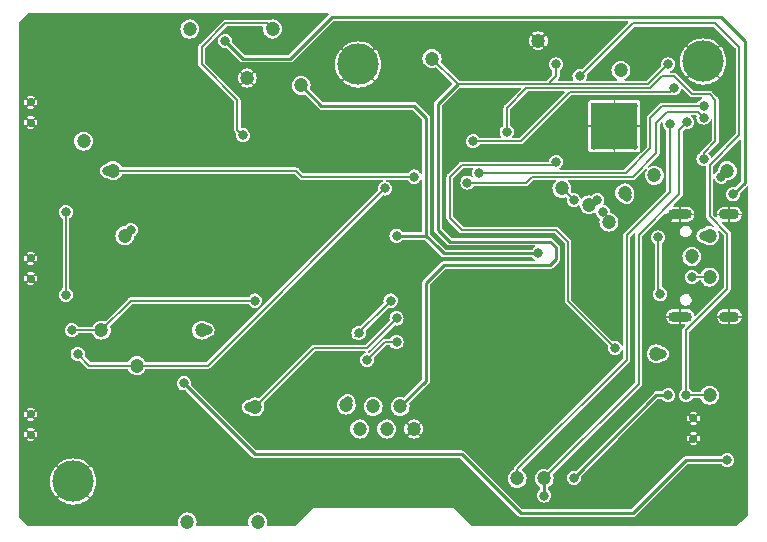
<source format=gbr>
%TF.GenerationSoftware,KiCad,Pcbnew,7.0.9*%
%TF.CreationDate,2024-04-18T22:58:55+03:00*%
%TF.ProjectId,DRM_Watch_V3,44524d5f-5761-4746-9368-5f56332e6b69,rev?*%
%TF.SameCoordinates,Original*%
%TF.FileFunction,Copper,L2,Bot*%
%TF.FilePolarity,Positive*%
%FSLAX46Y46*%
G04 Gerber Fmt 4.6, Leading zero omitted, Abs format (unit mm)*
G04 Created by KiCad (PCBNEW 7.0.9) date 2024-04-18 22:58:55*
%MOMM*%
%LPD*%
G01*
G04 APERTURE LIST*
%TA.AperFunction,ComponentPad*%
%ADD10C,3.500000*%
%TD*%
%TA.AperFunction,ComponentPad*%
%ADD11C,0.700000*%
%TD*%
%TA.AperFunction,ComponentPad*%
%ADD12O,2.000000X0.900000*%
%TD*%
%TA.AperFunction,ComponentPad*%
%ADD13O,1.700000X0.900000*%
%TD*%
%TA.AperFunction,SMDPad,CuDef*%
%ADD14C,1.200000*%
%TD*%
%TA.AperFunction,ComponentPad*%
%ADD15C,0.500000*%
%TD*%
%TA.AperFunction,SMDPad,CuDef*%
%ADD16R,4.000000X4.000000*%
%TD*%
%TA.AperFunction,ViaPad*%
%ADD17C,0.800000*%
%TD*%
%TA.AperFunction,Conductor*%
%ADD18C,0.150000*%
%TD*%
%TA.AperFunction,Conductor*%
%ADD19C,0.250000*%
%TD*%
%TA.AperFunction,Conductor*%
%ADD20C,0.200000*%
%TD*%
G04 APERTURE END LIST*
D10*
%TO.P,M2,1*%
%TO.N,GND*%
X124460000Y-47752000D03*
%TD*%
D11*
%TO.P,S2,3,Shield*%
%TO.N,GND*%
X67518000Y-64428000D03*
X67518000Y-66128000D03*
%TD*%
%TO.P,S1,3,Shield*%
%TO.N,GND*%
X67518000Y-51220000D03*
X67518000Y-52920000D03*
%TD*%
%TO.P,S4,3,Shield*%
%TO.N,GND*%
X67518000Y-77636000D03*
X67518000Y-79336000D03*
%TD*%
D10*
%TO.P,M3,1*%
%TO.N,GND*%
X95250000Y-48006000D03*
%TD*%
D11*
%TO.P,S3,3,Shield*%
%TO.N,GND*%
X123637000Y-79678000D03*
X123637000Y-77978000D03*
%TD*%
D10*
%TO.P,M1,1*%
%TO.N,GND*%
X71120000Y-83312000D03*
%TD*%
D12*
%TO.P,J1,S1,SHIELD*%
%TO.N,GND*%
X122500000Y-69356000D03*
%TO.P,J1,S2,SHIELD*%
X122500000Y-60706000D03*
D13*
%TO.P,J1,S3,SHIELD*%
X126670000Y-69356000D03*
%TO.P,J1,S4,SHIELD*%
X126670000Y-60706000D03*
%TD*%
D14*
%TO.P,TP42,1,1*%
%TO.N,Net-(U1-GPIO9{slash}ADC1_CH8)*%
X120500000Y-72500000D03*
%TD*%
D15*
%TO.P,U1,57,GND*%
%TO.N,GND*%
X115196319Y-51487182D03*
X115196319Y-53237182D03*
X115196319Y-54987182D03*
X116946319Y-51487182D03*
X116946319Y-53237182D03*
D16*
X116946319Y-53237182D03*
D15*
X116946319Y-54987182D03*
X118696319Y-51487182D03*
X118696319Y-53237182D03*
X118696319Y-54987182D03*
%TD*%
D14*
%TO.P,TP15,1,1*%
%TO.N,Net-(J2-CS)*%
X96520000Y-76962000D03*
%TD*%
%TO.P,TP38,1,1*%
%TO.N,Net-(U1-GPIO8{slash}ADC1_CH7)*%
X86500000Y-77000000D03*
%TD*%
%TO.P,TP9,1,1*%
%TO.N,GND*%
X85852000Y-49149000D03*
%TD*%
%TO.P,TP24,1,1*%
%TO.N,Net-(J1-DP1)*%
X123500000Y-64262000D03*
%TD*%
%TO.P,TP5,1,1*%
%TO.N,Net-(U1-GPIO2{slash}ADC1_CH1)*%
X82000000Y-70500000D03*
%TD*%
%TO.P,TP16,1,1*%
%TO.N,Net-(J2-ON\u005COFF)*%
X97663000Y-78867000D03*
%TD*%
%TO.P,TP20,1,1*%
%TO.N,Net-(U1-GPIO37)*%
X76500000Y-73500000D03*
%TD*%
%TO.P,TP12,1,1*%
%TO.N,Net-(U1-GPIO3{slash}ADC1_CH2)*%
X126500000Y-57000000D03*
%TD*%
%TO.P,TP11,1,1*%
%TO.N,Net-(U1-GPIO4{slash}ADC1_CH3)*%
X88000000Y-45000000D03*
%TD*%
%TO.P,TP30,1,1*%
%TO.N,Net-(U1-GPIO35)*%
X110998000Y-83058000D03*
%TD*%
%TO.P,TP37,1,1*%
%TO.N,Net-(U1-GPIO13{slash}ADC2_CH2)*%
X114821319Y-59885182D03*
%TD*%
%TO.P,TP14,1,1*%
%TO.N,Net-(J2-SDA)*%
X95377000Y-78867000D03*
%TD*%
%TO.P,TP34,1,1*%
%TO.N,Net-(U1-GPIO21)*%
X120321319Y-57385182D03*
%TD*%
%TO.P,TP1,1,1*%
%TO.N,+3V3*%
X101500000Y-47500000D03*
%TD*%
%TO.P,TP7,1,1*%
%TO.N,VBUS*%
X125000000Y-62500000D03*
%TD*%
%TO.P,TP31,1,1*%
%TO.N,Net-(U1-GPIO14{slash}ADC2_CH3)*%
X116483332Y-61350058D03*
%TD*%
%TO.P,TP4,1,1*%
%TO.N,Net-(U1-GPIO1{slash}ADC1_CH0)*%
X75500000Y-62500000D03*
%TD*%
%TO.P,TP19,1,1*%
%TO.N,Net-(U1-GPIO36)*%
X74500000Y-57000000D03*
%TD*%
%TO.P,TP29,1,1*%
%TO.N,Net-(U1-GPIO33)*%
X108712000Y-83058000D03*
%TD*%
%TO.P,TP6,1,1*%
%TO.N,GND*%
X110500000Y-46000000D03*
%TD*%
%TO.P,TP2,1,1*%
%TO.N,VCC*%
X90424000Y-49784000D03*
%TD*%
%TO.P,TP26,1,1*%
%TO.N,Net-(R21-Pad1)*%
X86741000Y-86741000D03*
%TD*%
%TO.P,TP32,1,1*%
%TO.N,Net-(U5-VB)*%
X80772000Y-86741000D03*
%TD*%
%TO.P,TP13,1,1*%
%TO.N,Net-(J2-SCL)*%
X94234000Y-76835000D03*
%TD*%
%TO.P,TP22,1,1*%
%TO.N,Net-(U1-GPIO12{slash}ADC2_CH1)*%
X112500000Y-58500000D03*
%TD*%
%TO.P,TP25,1,1*%
%TO.N,Net-(J1-DN1)*%
X125000000Y-66000000D03*
%TD*%
%TO.P,TP23,1,1*%
%TO.N,VBUS*%
X81000000Y-45000000D03*
%TD*%
%TO.P,TP33,1,1*%
%TO.N,Net-(U1-GPIO18{slash}ADC2_CH7{slash}DAC_2)*%
X117821319Y-58885182D03*
%TD*%
%TO.P,TP17,1,1*%
%TO.N,GND*%
X99949000Y-78867000D03*
%TD*%
%TO.P,TP3,1,1*%
%TO.N,Net-(U1-GPIO0{slash}BOOT)*%
X72000000Y-54500000D03*
%TD*%
%TO.P,TP18,1,1*%
%TO.N,+3V3*%
X98806000Y-76962000D03*
%TD*%
%TO.P,TP21,1,1*%
%TO.N,Net-(U1-GPIO38)*%
X73500000Y-70500000D03*
%TD*%
%TO.P,TP35,1,1*%
%TO.N,Net-(U1-GPIO45)*%
X117500000Y-48500000D03*
%TD*%
%TO.P,TP10,1,1*%
%TO.N,Net-(U1-CHIP_PU{slash}RESET)*%
X125000000Y-76000000D03*
%TD*%
D17*
%TO.N,GND*%
X100000000Y-55500000D03*
X106500000Y-55500000D03*
%TO.N,Net-(U1-GPIO9{slash}ADC1_CH8)*%
X117000000Y-72000000D03*
X112008797Y-56242807D03*
%TO.N,VCC*%
X80500000Y-75000000D03*
X126500000Y-81500000D03*
%TO.N,Net-(U1-GPIO9{slash}ADC1_CH8)*%
X121000000Y-72500000D03*
%TO.N,+3V3*%
X121500000Y-76000000D03*
X113500000Y-83000000D03*
%TO.N,Net-(U1-GPIO12{slash}ADC2_CH1)*%
X113500000Y-59500000D03*
%TO.N,VCC*%
X110500000Y-64000000D03*
%TO.N,Net-(U1-GPIO2{slash}ADC1_CH1)*%
X82500000Y-70500000D03*
%TO.N,VCC*%
X98500000Y-62500000D03*
X90297000Y-49657000D03*
%TO.N,+3V3*%
X121500000Y-48000000D03*
X101500000Y-47500000D03*
X98786004Y-76981996D03*
X112000000Y-48000000D03*
%TO.N,Net-(J1-DP1)*%
X123500000Y-64500000D03*
%TO.N,Net-(J1-DN1)*%
X123500000Y-66000000D03*
%TO.N,GND*%
X123500000Y-55500000D03*
X95500000Y-63000000D03*
X77851000Y-46736000D03*
X90000000Y-77000000D03*
X88000000Y-51000000D03*
X113000000Y-79500000D03*
X68500000Y-85500000D03*
X122500000Y-45500000D03*
X78000000Y-54500000D03*
X99949000Y-78867002D03*
X102500000Y-69000000D03*
X71501000Y-45847000D03*
X109000000Y-77500000D03*
X121463044Y-61026906D03*
X126500000Y-52500000D03*
X109000000Y-66500000D03*
X83500000Y-75000000D03*
X82000000Y-55500000D03*
X93000000Y-55500000D03*
X81000000Y-65500000D03*
X110500000Y-46000000D03*
X87000000Y-71500000D03*
X85979002Y-49276001D03*
X99000000Y-48000000D03*
X91500000Y-61000000D03*
X110269252Y-51321865D03*
X76000000Y-70500000D03*
X72500000Y-78000000D03*
X126500000Y-80000000D03*
X105000000Y-51000000D03*
X126500000Y-78000000D03*
X110000000Y-60500000D03*
X95500000Y-83500000D03*
X73000000Y-60000000D03*
X116000000Y-67000000D03*
X90000000Y-83000000D03*
X74000000Y-66500000D03*
%TO.N,Net-(J2-SCL)*%
X94361000Y-76530498D03*
X95290644Y-70742408D03*
X98000000Y-68000000D03*
%TO.N,Net-(J2-CS)*%
X96520000Y-76962004D03*
%TO.N,Net-(J2-SDA)*%
X95503992Y-78740000D03*
X98500000Y-71500000D03*
X96000000Y-73000000D03*
%TO.N,Net-(J2-ON\u005COFF)*%
X97663000Y-78867010D03*
%TO.N,Net-(U1-GPIO0{slash}BOOT)*%
X72000000Y-54500000D03*
%TO.N,Net-(U1-GPIO1{slash}ADC1_CH0)*%
X76000000Y-62000000D03*
%TO.N,Net-(U1-CHIP_PU{slash}RESET)*%
X123000000Y-76000000D03*
X113999984Y-49000000D03*
%TO.N,Net-(U1-GPIO33)*%
X108712000Y-83058000D03*
X121631589Y-53086184D03*
%TO.N,VBUS*%
X127000000Y-59000000D03*
X120804250Y-67434643D03*
X80899000Y-45212000D03*
X120650703Y-62649509D03*
X84000000Y-46000000D03*
X124500000Y-62500000D03*
%TO.N,Net-(U1-GPIO35)*%
X123106070Y-52893938D03*
X111000000Y-84500000D03*
%TO.N,Net-(D5-A)*%
X70500000Y-67500000D03*
X70500000Y-60500000D03*
%TO.N,Net-(U1-GPIO4{slash}ADC1_CH3)*%
X85500000Y-54000000D03*
X87884000Y-44831000D03*
%TO.N,Net-(U1-GPIO3{slash}ADC1_CH2)*%
X107825000Y-53712182D03*
X124500000Y-56000000D03*
X126000000Y-57500000D03*
%TO.N,Net-(U1-GPIO36)*%
X124500000Y-52500000D03*
X100000000Y-57500000D03*
X74000000Y-57000000D03*
X104500008Y-58000000D03*
%TO.N,Net-(U1-GPIO37)*%
X71500000Y-72500000D03*
X124500000Y-51500000D03*
X105500000Y-57175000D03*
X97500000Y-58500000D03*
%TO.N,Net-(U1-GPIO38)*%
X86500000Y-68000000D03*
X122000000Y-50000000D03*
X105000000Y-54500000D03*
X71000000Y-70500000D03*
%TO.N,Net-(U1-GPIO14{slash}ADC2_CH3)*%
X115976791Y-60498736D03*
%TO.N,Net-(U1-GPIO18{slash}ADC2_CH7{slash}DAC_2)*%
X117992578Y-59193089D03*
%TO.N,Net-(U1-GPIO21)*%
X120321319Y-57385182D03*
%TO.N,Net-(U1-GPIO45)*%
X117500000Y-48500000D03*
%TO.N,Net-(U1-GPIO13{slash}ADC2_CH2)*%
X115500000Y-59500064D03*
%TO.N,Net-(R21-Pad1)*%
X86741000Y-86740992D03*
%TO.N,Net-(U1-GPIO8{slash}ADC1_CH7)*%
X86000000Y-77000000D03*
X98500000Y-69500000D03*
%TO.N,Net-(U5-VB)*%
X80772000Y-86741012D03*
%TD*%
D18*
%TO.N,Net-(J1-DN1)*%
X123500000Y-66000000D02*
X125000000Y-66000000D01*
%TO.N,Net-(U1-GPIO18{slash}ADC2_CH7{slash}DAC_2)*%
X117992578Y-59056441D02*
X117992578Y-59193089D01*
X117821319Y-58885182D02*
X117992578Y-59056441D01*
%TO.N,Net-(U1-GPIO3{slash}ADC1_CH2)*%
X125500000Y-54500000D02*
X124500000Y-55500000D01*
X125500000Y-51000000D02*
X125500000Y-54500000D01*
X123500000Y-50500000D02*
X125000000Y-50500000D01*
X121000000Y-49000000D02*
X122000000Y-49000000D01*
X109500000Y-50000000D02*
X120000000Y-50000000D01*
X125000000Y-50500000D02*
X125500000Y-51000000D01*
X120000000Y-50000000D02*
X121000000Y-49000000D01*
X122000000Y-49000000D02*
X123500000Y-50500000D01*
X107825000Y-51675000D02*
X109500000Y-50000000D01*
X124500000Y-55500000D02*
X124500000Y-56000000D01*
X107825000Y-53712182D02*
X107825000Y-51675000D01*
%TO.N,Net-(U1-GPIO36)*%
X110000000Y-57500000D02*
X109500000Y-58000000D01*
X118495508Y-57500000D02*
X110000000Y-57500000D01*
X120500000Y-52924264D02*
X120500000Y-55495508D01*
X121424264Y-52000000D02*
X120500000Y-52924264D01*
X120500000Y-55495508D02*
X118495508Y-57500000D01*
X124000000Y-52000000D02*
X121424264Y-52000000D01*
X109500000Y-58000000D02*
X104500008Y-58000000D01*
X124500000Y-52500000D02*
X124000000Y-52000000D01*
%TO.N,Net-(U1-GPIO38)*%
X109002738Y-54500000D02*
X105000000Y-54500000D01*
X121687918Y-50312082D02*
X113190656Y-50312082D01*
X122000000Y-50000000D02*
X121687918Y-50312082D01*
X113190656Y-50312082D02*
X109002738Y-54500000D01*
%TO.N,Net-(U1-GPIO37)*%
X117891752Y-57175000D02*
X105500000Y-57175000D01*
X120000000Y-55066752D02*
X117891752Y-57175000D01*
X124500000Y-51500000D02*
X121000000Y-51500000D01*
X121000000Y-51500000D02*
X120000000Y-52500000D01*
X120000000Y-52500000D02*
X120000000Y-55066752D01*
%TO.N,Net-(U1-GPIO9{slash}ADC1_CH8)*%
X113000000Y-68000000D02*
X117000000Y-72000000D01*
X112000000Y-62000000D02*
X113000000Y-63000000D01*
X103000000Y-61000000D02*
X104000000Y-62000000D01*
X103000000Y-57500000D02*
X103000000Y-61000000D01*
X104000000Y-62000000D02*
X112000000Y-62000000D01*
X104000000Y-56500000D02*
X103000000Y-57500000D01*
X111751604Y-56500000D02*
X104000000Y-56500000D01*
X113000000Y-63000000D02*
X113000000Y-68000000D01*
X112008797Y-56242807D02*
X111751604Y-56500000D01*
D19*
%TO.N,+3V3*%
X102000000Y-51350000D02*
X103675000Y-49675000D01*
X102000000Y-62000000D02*
X102000000Y-51350000D01*
X103000000Y-63000000D02*
X102000000Y-62000000D01*
X111500000Y-63000000D02*
X103000000Y-63000000D01*
X112000000Y-64500000D02*
X112000000Y-63500000D01*
X101000000Y-66500000D02*
X102500000Y-65000000D01*
X101000000Y-74768000D02*
X101000000Y-66500000D01*
X98806000Y-76962000D02*
X101000000Y-74768000D01*
X111500000Y-65000000D02*
X112000000Y-64500000D01*
X112000000Y-63500000D02*
X111500000Y-63000000D01*
X102500000Y-65000000D02*
X111500000Y-65000000D01*
D20*
%TO.N,Net-(U1-GPIO33)*%
X121631589Y-58828031D02*
X121631589Y-53086184D01*
X118000000Y-62459620D02*
X121631589Y-58828031D01*
X118000000Y-73000000D02*
X118000000Y-62459620D01*
X108712000Y-82288000D02*
X118000000Y-73000000D01*
X108712000Y-83058000D02*
X108712000Y-82288000D01*
%TO.N,Net-(U1-GPIO35)*%
X122450000Y-53550008D02*
X123106070Y-52893938D01*
X122450000Y-59004594D02*
X122450000Y-53550008D01*
X119000000Y-62454594D02*
X122450000Y-59004594D01*
X119000000Y-75056000D02*
X119000000Y-62454594D01*
X110998000Y-83058000D02*
X119000000Y-75056000D01*
D19*
%TO.N,VCC*%
X123000000Y-81500000D02*
X126500000Y-81500000D01*
X118500000Y-86000000D02*
X123000000Y-81500000D01*
X104000000Y-81000000D02*
X109000000Y-86000000D01*
X109000000Y-86000000D02*
X118500000Y-86000000D01*
X86500000Y-81000000D02*
X104000000Y-81000000D01*
X80500000Y-75000000D02*
X86500000Y-81000000D01*
%TO.N,Net-(U1-GPIO35)*%
X110998000Y-83058000D02*
X110998000Y-84498000D01*
X110998000Y-84498000D02*
X111000000Y-84500000D01*
D18*
%TO.N,Net-(U1-GPIO9{slash}ADC1_CH8)*%
X121000000Y-72500000D02*
X120500000Y-72500000D01*
D19*
%TO.N,+3V3*%
X121500000Y-76000000D02*
X120500000Y-76000000D01*
X120500000Y-76000000D02*
X113500000Y-83000000D01*
D18*
%TO.N,Net-(U1-CHIP_PU{slash}RESET)*%
X125000000Y-76000000D02*
X123000000Y-76000000D01*
D20*
X123000000Y-70500000D02*
X123000000Y-76000000D01*
X126500000Y-67000000D02*
X123000000Y-70500000D01*
X126500000Y-62323717D02*
X126500000Y-67000000D01*
X125000000Y-60823717D02*
X126500000Y-62323717D01*
X125000000Y-56500000D02*
X125000000Y-60823717D01*
X127500000Y-54000000D02*
X125000000Y-56500000D01*
X118499984Y-44500000D02*
X125500000Y-44500000D01*
X113999984Y-49000000D02*
X118499984Y-44500000D01*
X127500000Y-46500000D02*
X127500000Y-54000000D01*
X125500000Y-44500000D02*
X127500000Y-46500000D01*
D18*
%TO.N,Net-(U1-GPIO14{slash}ADC2_CH3)*%
X116483332Y-61005277D02*
X115976791Y-60498736D01*
X116483332Y-61350058D02*
X116483332Y-61005277D01*
%TO.N,Net-(U1-GPIO13{slash}ADC2_CH2)*%
X115114882Y-59885182D02*
X115500000Y-59500064D01*
X114821319Y-59885182D02*
X115114882Y-59885182D01*
%TO.N,Net-(U1-GPIO12{slash}ADC2_CH1)*%
X113500000Y-59500000D02*
X112500000Y-58500000D01*
D19*
%TO.N,VCC*%
X110500000Y-64000000D02*
X102500000Y-64000000D01*
X102500000Y-64000000D02*
X102000000Y-63500000D01*
D18*
%TO.N,Net-(U1-GPIO2{slash}ADC1_CH1)*%
X82500000Y-70500000D02*
X82000000Y-70500000D01*
D19*
%TO.N,VCC*%
X98500000Y-62500000D02*
X101000000Y-62500000D01*
X100000000Y-51500000D02*
X101000000Y-52500000D01*
X101000000Y-62500000D02*
X102000000Y-63500000D01*
X92140000Y-51500000D02*
X100000000Y-51500000D01*
X90424000Y-49784000D02*
X92140000Y-51500000D01*
X101000000Y-52500000D02*
X101000000Y-62500000D01*
D20*
%TO.N,+3V3*%
X112000000Y-48000000D02*
X112000000Y-49000000D01*
X111500000Y-49500000D02*
X111500000Y-49675000D01*
X121500000Y-48000000D02*
X119825000Y-49675000D01*
X103675000Y-49675000D02*
X101500000Y-47500000D01*
X119825000Y-49675000D02*
X111500000Y-49675000D01*
X112000000Y-49000000D02*
X111500000Y-49500000D01*
X98806000Y-76962000D02*
X98786004Y-76981996D01*
X111500000Y-49675000D02*
X103675000Y-49675000D01*
D18*
%TO.N,Net-(J1-DP1)*%
X123500000Y-64500000D02*
X123500000Y-64262000D01*
%TO.N,Net-(J2-SCL)*%
X94361000Y-76708000D02*
X94234000Y-76835000D01*
X94361000Y-76530498D02*
X94361000Y-76708000D01*
X95000000Y-71000000D02*
X95033052Y-71000000D01*
X98000000Y-68000000D02*
X95000000Y-71000000D01*
X95033052Y-71000000D02*
X95290644Y-70742408D01*
%TO.N,Net-(J2-CS)*%
X96520000Y-76962000D02*
X96520000Y-76962004D01*
%TO.N,Net-(J2-SDA)*%
X95503992Y-78740008D02*
X95503992Y-78740000D01*
X95377000Y-78867000D02*
X95503992Y-78740008D01*
X98500000Y-71500000D02*
X97500000Y-71500000D01*
X97500000Y-71500000D02*
X96000000Y-73000000D01*
%TO.N,Net-(J2-ON\u005COFF)*%
X97663000Y-78867000D02*
X97663000Y-78867010D01*
%TO.N,Net-(U1-GPIO1{slash}ADC1_CH0)*%
X76000000Y-62000000D02*
X75500000Y-62500000D01*
D19*
%TO.N,VBUS*%
X89500000Y-47500000D02*
X93000000Y-44000000D01*
X126000000Y-44000000D02*
X128000000Y-46000000D01*
X128000000Y-46000000D02*
X128000000Y-58000000D01*
X128000000Y-58000000D02*
X127000000Y-59000000D01*
X93000000Y-44000000D02*
X126000000Y-44000000D01*
X85500000Y-47500000D02*
X89500000Y-47500000D01*
X84000000Y-46000000D02*
X85500000Y-47500000D01*
D20*
X120650703Y-67281096D02*
X120650703Y-62649509D01*
D19*
X80899000Y-45212000D02*
X80899000Y-44958000D01*
X80899000Y-44958000D02*
X80645000Y-44704000D01*
D20*
X124500000Y-62500000D02*
X125000000Y-62500000D01*
X120804250Y-67434643D02*
X120650703Y-67281096D01*
D18*
%TO.N,Net-(D5-A)*%
X70500000Y-60500000D02*
X70500000Y-67500000D01*
%TO.N,Net-(U1-GPIO4{slash}ADC1_CH3)*%
X85027000Y-51027000D02*
X82000000Y-48000000D01*
X82000000Y-48000000D02*
X82000000Y-46500000D01*
X85027000Y-53527000D02*
X85027000Y-51027000D01*
X84000000Y-44500000D02*
X87553000Y-44500000D01*
X87757000Y-44577000D02*
X87757000Y-44704000D01*
X87757000Y-44704000D02*
X87884000Y-44831000D01*
X82000000Y-46500000D02*
X84000000Y-44500000D01*
X87553000Y-44500000D02*
X87884000Y-44831000D01*
X85500000Y-54000000D02*
X85027000Y-53527000D01*
%TO.N,Net-(U1-GPIO3{slash}ADC1_CH2)*%
X126000000Y-57500000D02*
X126500000Y-57000000D01*
%TO.N,Net-(U1-GPIO36)*%
X90500000Y-57500000D02*
X90000000Y-57000000D01*
X100000000Y-57500000D02*
X90500000Y-57500000D01*
X90000000Y-57000000D02*
X74500000Y-57000000D01*
X74500000Y-57000000D02*
X74000000Y-57000000D01*
%TO.N,Net-(U1-GPIO37)*%
X76500000Y-73500000D02*
X72500000Y-73500000D01*
X97500000Y-58500000D02*
X82500000Y-73500000D01*
X82500000Y-73500000D02*
X76500000Y-73500000D01*
X72500000Y-73500000D02*
X71500000Y-72500000D01*
%TO.N,Net-(U1-GPIO38)*%
X71000000Y-70500000D02*
X73500000Y-70500000D01*
X76000000Y-68000000D02*
X73500000Y-70500000D01*
X86500000Y-68000000D02*
X76000000Y-68000000D01*
%TO.N,Net-(U1-GPIO14{slash}ADC2_CH3)*%
X116321319Y-61188045D02*
X116483332Y-61350058D01*
X116321319Y-60885182D02*
X116321319Y-61188045D01*
D19*
%TO.N,Net-(R21-Pad1)*%
X86741000Y-86741000D02*
X86741000Y-86740992D01*
D18*
%TO.N,Net-(U1-GPIO8{slash}ADC1_CH7)*%
X86000000Y-77000000D02*
X86500000Y-77000000D01*
X91500000Y-72000000D02*
X86500000Y-77000000D01*
X98500000Y-69500000D02*
X96000000Y-72000000D01*
X96000000Y-72000000D02*
X91500000Y-72000000D01*
%TD*%
%TA.AperFunction,Conductor*%
%TO.N,GND*%
G36*
X117021319Y-54851987D02*
G01*
X116966065Y-54837182D01*
X116926573Y-54837182D01*
X116871319Y-54851987D01*
X116871319Y-53372376D01*
X116926573Y-53387182D01*
X116966065Y-53387182D01*
X117021319Y-53372376D01*
X117021319Y-54851987D01*
G37*
%TD.AperFunction*%
%TA.AperFunction,Conductor*%
G36*
X116791028Y-53237182D02*
G01*
X116811124Y-53312182D01*
X115331514Y-53312182D01*
X115351610Y-53237182D01*
X115331514Y-53162182D01*
X116811124Y-53162182D01*
X116791028Y-53237182D01*
G37*
%TD.AperFunction*%
%TA.AperFunction,Conductor*%
G36*
X118541028Y-53237182D02*
G01*
X118561124Y-53312182D01*
X117081514Y-53312182D01*
X117101610Y-53237182D01*
X117081514Y-53162182D01*
X118561124Y-53162182D01*
X118541028Y-53237182D01*
G37*
%TD.AperFunction*%
%TA.AperFunction,Conductor*%
G36*
X117021319Y-53101987D02*
G01*
X116966065Y-53087182D01*
X116926573Y-53087182D01*
X116871319Y-53101987D01*
X116871319Y-51622376D01*
X116926573Y-51637182D01*
X116966065Y-51637182D01*
X117021319Y-51622376D01*
X117021319Y-53101987D01*
G37*
%TD.AperFunction*%
%TA.AperFunction,Conductor*%
G36*
X92720586Y-43705313D02*
G01*
X92745896Y-43749150D01*
X92737106Y-43799000D01*
X92725345Y-43814326D01*
X90215296Y-46324378D01*
X89386848Y-47152826D01*
X89340972Y-47174218D01*
X89334522Y-47174500D01*
X85665479Y-47174500D01*
X85617913Y-47157187D01*
X85613153Y-47152826D01*
X85115450Y-46655123D01*
X84614574Y-46154248D01*
X84593183Y-46108373D01*
X84593533Y-46092269D01*
X84605682Y-46000000D01*
X84585044Y-45843238D01*
X84524536Y-45697159D01*
X84428282Y-45571718D01*
X84428279Y-45571715D01*
X84302841Y-45475464D01*
X84156761Y-45414955D01*
X84000000Y-45394318D01*
X83843239Y-45414955D01*
X83843238Y-45414955D01*
X83697158Y-45475464D01*
X83571720Y-45571715D01*
X83571715Y-45571720D01*
X83475464Y-45697158D01*
X83414955Y-45843238D01*
X83414955Y-45843239D01*
X83394318Y-46000000D01*
X83414955Y-46156760D01*
X83414955Y-46156761D01*
X83475464Y-46302841D01*
X83571715Y-46428279D01*
X83571720Y-46428284D01*
X83628376Y-46471757D01*
X83697159Y-46524536D01*
X83843238Y-46585044D01*
X84000000Y-46605682D01*
X84092264Y-46593534D01*
X84141682Y-46604490D01*
X84154248Y-46614574D01*
X84713891Y-47174218D01*
X85258652Y-47718979D01*
X85260821Y-47721346D01*
X85287545Y-47753194D01*
X85323541Y-47773976D01*
X85323548Y-47773980D01*
X85326272Y-47775716D01*
X85360314Y-47799553D01*
X85360315Y-47799553D01*
X85360316Y-47799554D01*
X85364945Y-47800794D01*
X85382800Y-47808189D01*
X85386955Y-47810588D01*
X85427915Y-47817809D01*
X85431028Y-47818500D01*
X85471193Y-47829263D01*
X85512598Y-47825640D01*
X85515817Y-47825500D01*
X89484174Y-47825500D01*
X89487394Y-47825640D01*
X89513546Y-47827928D01*
X89528805Y-47829264D01*
X89528805Y-47829263D01*
X89528807Y-47829264D01*
X89568967Y-47818502D01*
X89572100Y-47817807D01*
X89613045Y-47810588D01*
X89617194Y-47808191D01*
X89635055Y-47800794D01*
X89639684Y-47799554D01*
X89673733Y-47775712D01*
X89676450Y-47773980D01*
X89712455Y-47753194D01*
X89739187Y-47721334D01*
X89741348Y-47718976D01*
X91460326Y-46000000D01*
X109694938Y-46000000D01*
X109715123Y-46179143D01*
X109715126Y-46179154D01*
X109774663Y-46349302D01*
X109870575Y-46501945D01*
X109881281Y-46512651D01*
X110393932Y-46000000D01*
X110606066Y-46000000D01*
X111118717Y-46512651D01*
X111129423Y-46501947D01*
X111129424Y-46501946D01*
X111225336Y-46349304D01*
X111225336Y-46349302D01*
X111284873Y-46179154D01*
X111284876Y-46179143D01*
X111305061Y-46000000D01*
X111284876Y-45820856D01*
X111284873Y-45820845D01*
X111225336Y-45650697D01*
X111129424Y-45498054D01*
X111118717Y-45487347D01*
X110606066Y-45999999D01*
X110606066Y-46000000D01*
X110393932Y-46000000D01*
X110393933Y-45999999D01*
X109881281Y-45487347D01*
X109870576Y-45498053D01*
X109774663Y-45650695D01*
X109774663Y-45650697D01*
X109715126Y-45820845D01*
X109715123Y-45820856D01*
X109694938Y-46000000D01*
X91460326Y-46000000D01*
X92079045Y-45381281D01*
X109987347Y-45381281D01*
X110499999Y-45893933D01*
X111012652Y-45381281D01*
X111001945Y-45370575D01*
X110849302Y-45274663D01*
X110679154Y-45215126D01*
X110679143Y-45215123D01*
X110500000Y-45194938D01*
X110320856Y-45215123D01*
X110320845Y-45215126D01*
X110150697Y-45274663D01*
X110150695Y-45274663D01*
X109998053Y-45370576D01*
X109987347Y-45381281D01*
X92079045Y-45381281D01*
X93113153Y-44347174D01*
X93159030Y-44325782D01*
X93165479Y-44325500D01*
X118070861Y-44325500D01*
X118118427Y-44342813D01*
X118143737Y-44386650D01*
X118134947Y-44436500D01*
X118123187Y-44451826D01*
X114185474Y-48389537D01*
X114139598Y-48410929D01*
X114123492Y-48410578D01*
X113999984Y-48394318D01*
X113999983Y-48394318D01*
X113843223Y-48414955D01*
X113843222Y-48414955D01*
X113697142Y-48475464D01*
X113571704Y-48571715D01*
X113571699Y-48571720D01*
X113475448Y-48697158D01*
X113414939Y-48843238D01*
X113414939Y-48843239D01*
X113394302Y-49000000D01*
X113414939Y-49156760D01*
X113414940Y-49156764D01*
X113462748Y-49272182D01*
X113464956Y-49322752D01*
X113434141Y-49362911D01*
X113394381Y-49374500D01*
X112232149Y-49374500D01*
X112184583Y-49357187D01*
X112159273Y-49313350D01*
X112168063Y-49263500D01*
X112180296Y-49249657D01*
X112179606Y-49249028D01*
X112196074Y-49230963D01*
X112216837Y-49208186D01*
X112217995Y-49206975D01*
X112232174Y-49192797D01*
X112234673Y-49189147D01*
X112237848Y-49185138D01*
X112259916Y-49160933D01*
X112264514Y-49149063D01*
X112272465Y-49133977D01*
X112279657Y-49123480D01*
X112287153Y-49091607D01*
X112288669Y-49086711D01*
X112292113Y-49077823D01*
X112300500Y-49056173D01*
X112300500Y-49043446D01*
X112302466Y-49026502D01*
X112305379Y-49014119D01*
X112300854Y-48981683D01*
X112300500Y-48976573D01*
X112300500Y-48562825D01*
X112317813Y-48515259D01*
X112329452Y-48504117D01*
X112428279Y-48428284D01*
X112428282Y-48428282D01*
X112524536Y-48302841D01*
X112585044Y-48156762D01*
X112605682Y-48000000D01*
X112585044Y-47843238D01*
X112524536Y-47697159D01*
X112428282Y-47571718D01*
X112428279Y-47571715D01*
X112302841Y-47475464D01*
X112156761Y-47414955D01*
X112000000Y-47394318D01*
X111843239Y-47414955D01*
X111843238Y-47414955D01*
X111697158Y-47475464D01*
X111571720Y-47571715D01*
X111571715Y-47571720D01*
X111475464Y-47697158D01*
X111414955Y-47843238D01*
X111414955Y-47843239D01*
X111394318Y-48000000D01*
X111414955Y-48156760D01*
X111414955Y-48156761D01*
X111475464Y-48302841D01*
X111571715Y-48428279D01*
X111571720Y-48428284D01*
X111670548Y-48504117D01*
X111697746Y-48546808D01*
X111699500Y-48562825D01*
X111699500Y-48844876D01*
X111682187Y-48892442D01*
X111677826Y-48897202D01*
X111330708Y-49244319D01*
X111320865Y-49251405D01*
X111321245Y-49251908D01*
X111315773Y-49256040D01*
X111283174Y-49291797D01*
X111281997Y-49293029D01*
X111267822Y-49307206D01*
X111265326Y-49310851D01*
X111262145Y-49314866D01*
X111240083Y-49339067D01*
X111239843Y-49339456D01*
X111239439Y-49339773D01*
X111235465Y-49344134D01*
X111234742Y-49343475D01*
X111200083Y-49370784D01*
X111176927Y-49374500D01*
X103830124Y-49374500D01*
X103782558Y-49357187D01*
X103777798Y-49352826D01*
X102271291Y-47846320D01*
X102249899Y-47800444D01*
X102253769Y-47769556D01*
X102285368Y-47679255D01*
X102305565Y-47500000D01*
X102285368Y-47320745D01*
X102285365Y-47320736D01*
X102225790Y-47150479D01*
X102190120Y-47093712D01*
X102129816Y-46997738D01*
X102002262Y-46870184D01*
X101926232Y-46822411D01*
X101849520Y-46774209D01*
X101679263Y-46714634D01*
X101679256Y-46714632D01*
X101679255Y-46714632D01*
X101500000Y-46694435D01*
X101320745Y-46714632D01*
X101320736Y-46714634D01*
X101150479Y-46774209D01*
X100997739Y-46870183D01*
X100870183Y-46997739D01*
X100774209Y-47150479D01*
X100714634Y-47320736D01*
X100714632Y-47320745D01*
X100694435Y-47500000D01*
X100710877Y-47645932D01*
X100714632Y-47679254D01*
X100714634Y-47679263D01*
X100774209Y-47849520D01*
X100839496Y-47953422D01*
X100870184Y-48002262D01*
X100997738Y-48129816D01*
X101044348Y-48159103D01*
X101150479Y-48225790D01*
X101317464Y-48284220D01*
X101320745Y-48285368D01*
X101500000Y-48305565D01*
X101679255Y-48285368D01*
X101769554Y-48253770D01*
X101820167Y-48254400D01*
X101846320Y-48271291D01*
X103180025Y-49604996D01*
X103201417Y-49650872D01*
X103188316Y-49699767D01*
X103180025Y-49709648D01*
X101781030Y-51108641D01*
X101778650Y-51110822D01*
X101746808Y-51137542D01*
X101746805Y-51137545D01*
X101726019Y-51173546D01*
X101724285Y-51176268D01*
X101700447Y-51210312D01*
X101700445Y-51210317D01*
X101699201Y-51214959D01*
X101691815Y-51232790D01*
X101689412Y-51236951D01*
X101689412Y-51236952D01*
X101682193Y-51277884D01*
X101681495Y-51281033D01*
X101670735Y-51321192D01*
X101670735Y-51321194D01*
X101674359Y-51362598D01*
X101674500Y-51365825D01*
X101674500Y-61984173D01*
X101674359Y-61987400D01*
X101670735Y-62028805D01*
X101670735Y-62028806D01*
X101681495Y-62068964D01*
X101682193Y-62072114D01*
X101689411Y-62113044D01*
X101691811Y-62117200D01*
X101699203Y-62135047D01*
X101700445Y-62139682D01*
X101700446Y-62139685D01*
X101724288Y-62173736D01*
X101726022Y-62176458D01*
X101734812Y-62191681D01*
X101746806Y-62212455D01*
X101746808Y-62212457D01*
X101746807Y-62212457D01*
X101757262Y-62221229D01*
X101778658Y-62239182D01*
X101781027Y-62241353D01*
X102758647Y-63218973D01*
X102760819Y-63221343D01*
X102787545Y-63253194D01*
X102823546Y-63273979D01*
X102826270Y-63275715D01*
X102860314Y-63299553D01*
X102860316Y-63299554D01*
X102864949Y-63300795D01*
X102882795Y-63308186D01*
X102886955Y-63310588D01*
X102886958Y-63310588D01*
X102886959Y-63310589D01*
X102886958Y-63310589D01*
X102927888Y-63317806D01*
X102931038Y-63318504D01*
X102971193Y-63329264D01*
X102971193Y-63329263D01*
X102971194Y-63329264D01*
X102979040Y-63328577D01*
X103012610Y-63325640D01*
X103015829Y-63325500D01*
X110187181Y-63325500D01*
X110234747Y-63342813D01*
X110260057Y-63386650D01*
X110251267Y-63436500D01*
X110215499Y-63467867D01*
X110197159Y-63475463D01*
X110071720Y-63571715D01*
X110071715Y-63571720D01*
X110015066Y-63645548D01*
X109972375Y-63672746D01*
X109956358Y-63674500D01*
X102665478Y-63674500D01*
X102617912Y-63657187D01*
X102613152Y-63652826D01*
X101347174Y-62386848D01*
X101325782Y-62340972D01*
X101325500Y-62334522D01*
X101325500Y-52515825D01*
X101325641Y-52512598D01*
X101326744Y-52500000D01*
X101329264Y-52471193D01*
X101318502Y-52431033D01*
X101317806Y-52427889D01*
X101310589Y-52386958D01*
X101310588Y-52386956D01*
X101310588Y-52386955D01*
X101308186Y-52382795D01*
X101300795Y-52364949D01*
X101299554Y-52360316D01*
X101275715Y-52326270D01*
X101273979Y-52323546D01*
X101253193Y-52287543D01*
X101221347Y-52260821D01*
X101218966Y-52258640D01*
X100241357Y-51281031D01*
X100239176Y-51278651D01*
X100236363Y-51275299D01*
X100212455Y-51246806D01*
X100195088Y-51236778D01*
X100176458Y-51226022D01*
X100173736Y-51224288D01*
X100139685Y-51200446D01*
X100139682Y-51200445D01*
X100135047Y-51199203D01*
X100117200Y-51191811D01*
X100113044Y-51189411D01*
X100072114Y-51182193D01*
X100068964Y-51181495D01*
X100028806Y-51170735D01*
X100028805Y-51170735D01*
X99995818Y-51173622D01*
X99987394Y-51174359D01*
X99984174Y-51174500D01*
X92305479Y-51174500D01*
X92257913Y-51157187D01*
X92253153Y-51152826D01*
X91204456Y-50104129D01*
X91183064Y-50058253D01*
X91186934Y-50027365D01*
X91209368Y-49963255D01*
X91229565Y-49784000D01*
X91209368Y-49604745D01*
X91197812Y-49571720D01*
X91149790Y-49434479D01*
X91112102Y-49374500D01*
X91053816Y-49281738D01*
X90926262Y-49154184D01*
X90849578Y-49106000D01*
X90773520Y-49058209D01*
X90603263Y-48998634D01*
X90603256Y-48998632D01*
X90603255Y-48998632D01*
X90424000Y-48978435D01*
X90244745Y-48998632D01*
X90244736Y-48998634D01*
X90074479Y-49058209D01*
X89921739Y-49154183D01*
X89794183Y-49281739D01*
X89698209Y-49434479D01*
X89638634Y-49604736D01*
X89638632Y-49604745D01*
X89618435Y-49784000D01*
X89635321Y-49933873D01*
X89638632Y-49963254D01*
X89638634Y-49963263D01*
X89698209Y-50133520D01*
X89744498Y-50207187D01*
X89794184Y-50286262D01*
X89921738Y-50413816D01*
X89944764Y-50428284D01*
X90074479Y-50509790D01*
X90244736Y-50569365D01*
X90244745Y-50569368D01*
X90424000Y-50589565D01*
X90603255Y-50569368D01*
X90667363Y-50546935D01*
X90717976Y-50547565D01*
X90744129Y-50564456D01*
X91898652Y-51718979D01*
X91900824Y-51721349D01*
X91927545Y-51753194D01*
X91963550Y-51773981D01*
X91966250Y-51775700D01*
X92000316Y-51799553D01*
X92004949Y-51800794D01*
X92022790Y-51808183D01*
X92026955Y-51810588D01*
X92035717Y-51812133D01*
X92067899Y-51817808D01*
X92071049Y-51818506D01*
X92111193Y-51829263D01*
X92111193Y-51829262D01*
X92111194Y-51829263D01*
X92119006Y-51828579D01*
X92152598Y-51825640D01*
X92155817Y-51825500D01*
X99834522Y-51825500D01*
X99882088Y-51842813D01*
X99886848Y-51847174D01*
X100652826Y-52613152D01*
X100674218Y-52659028D01*
X100674500Y-52665478D01*
X100674500Y-57187180D01*
X100657187Y-57234746D01*
X100613350Y-57260056D01*
X100563500Y-57251266D01*
X100532133Y-57215499D01*
X100526883Y-57202826D01*
X100524536Y-57197159D01*
X100428282Y-57071718D01*
X100428279Y-57071715D01*
X100302841Y-56975464D01*
X100156761Y-56914955D01*
X100000000Y-56894318D01*
X99843239Y-56914955D01*
X99843238Y-56914955D01*
X99697158Y-56975464D01*
X99571720Y-57071715D01*
X99571715Y-57071720D01*
X99476700Y-57195548D01*
X99434009Y-57222746D01*
X99417992Y-57224500D01*
X90644768Y-57224500D01*
X90597202Y-57207187D01*
X90592442Y-57202826D01*
X90219145Y-56829529D01*
X90209942Y-56818314D01*
X90198626Y-56801378D01*
X90198624Y-56801376D01*
X90192335Y-56797174D01*
X90178644Y-56788025D01*
X90178641Y-56788023D01*
X90135975Y-56759515D01*
X90107495Y-56740485D01*
X90027133Y-56724500D01*
X90027132Y-56724500D01*
X90027130Y-56724499D01*
X90000001Y-56719103D01*
X90000000Y-56719103D01*
X89980017Y-56723078D01*
X89965580Y-56724500D01*
X75304196Y-56724500D01*
X75256630Y-56707187D01*
X75234348Y-56674940D01*
X75225789Y-56650478D01*
X75129816Y-56497738D01*
X75002262Y-56370184D01*
X74929359Y-56324376D01*
X74849520Y-56274209D01*
X74679263Y-56214634D01*
X74679256Y-56214632D01*
X74679255Y-56214632D01*
X74500000Y-56194435D01*
X74320745Y-56214632D01*
X74320736Y-56214634D01*
X74150479Y-56274209D01*
X73997735Y-56370186D01*
X73987360Y-56380560D01*
X73944698Y-56401597D01*
X73843238Y-56414955D01*
X73697158Y-56475464D01*
X73571720Y-56571715D01*
X73571715Y-56571720D01*
X73475464Y-56697158D01*
X73414955Y-56843238D01*
X73414955Y-56843239D01*
X73394318Y-57000000D01*
X73414955Y-57156760D01*
X73414955Y-57156761D01*
X73475464Y-57302841D01*
X73571715Y-57428279D01*
X73571720Y-57428284D01*
X73600673Y-57450500D01*
X73697159Y-57524536D01*
X73843238Y-57585044D01*
X73944697Y-57598401D01*
X73987362Y-57619440D01*
X73997738Y-57629816D01*
X74150479Y-57725790D01*
X74318267Y-57784501D01*
X74320745Y-57785368D01*
X74500000Y-57805565D01*
X74679255Y-57785368D01*
X74753139Y-57759515D01*
X74849520Y-57725790D01*
X74867278Y-57714632D01*
X75002262Y-57629816D01*
X75129816Y-57502262D01*
X75225789Y-57349522D01*
X75234348Y-57325058D01*
X75266399Y-57285881D01*
X75304196Y-57275500D01*
X89855232Y-57275500D01*
X89902798Y-57292813D01*
X89907558Y-57297174D01*
X90280853Y-57670469D01*
X90290055Y-57681682D01*
X90301374Y-57698622D01*
X90301376Y-57698624D01*
X90322985Y-57713063D01*
X90322991Y-57713067D01*
X90324376Y-57713992D01*
X90324378Y-57713994D01*
X90325333Y-57714632D01*
X90392505Y-57759515D01*
X90472867Y-57775500D01*
X90472868Y-57775500D01*
X90499999Y-57780897D01*
X90500000Y-57780897D01*
X90519984Y-57776921D01*
X90534420Y-57775500D01*
X97307891Y-57775500D01*
X97355457Y-57792813D01*
X97380767Y-57836650D01*
X97371977Y-57886500D01*
X97336210Y-57917867D01*
X97197158Y-57975464D01*
X97071720Y-58071715D01*
X97071715Y-58071720D01*
X96975464Y-58197158D01*
X96914955Y-58343238D01*
X96914955Y-58343239D01*
X96894318Y-58500000D01*
X96914690Y-58654749D01*
X96903734Y-58704168D01*
X96893649Y-58716733D01*
X82407558Y-73202826D01*
X82361682Y-73224218D01*
X82355232Y-73224500D01*
X77304196Y-73224500D01*
X77256630Y-73207187D01*
X77234348Y-73174940D01*
X77229447Y-73160933D01*
X77225789Y-73150478D01*
X77129816Y-72997738D01*
X77002262Y-72870184D01*
X76915865Y-72815897D01*
X76849520Y-72774209D01*
X76679263Y-72714634D01*
X76679256Y-72714632D01*
X76679255Y-72714632D01*
X76500000Y-72694435D01*
X76320745Y-72714632D01*
X76320736Y-72714634D01*
X76150479Y-72774209D01*
X75997739Y-72870183D01*
X75870183Y-72997739D01*
X75774211Y-73150477D01*
X75765652Y-73174940D01*
X75733601Y-73214119D01*
X75695804Y-73224500D01*
X72644768Y-73224500D01*
X72597202Y-73207187D01*
X72592442Y-73202826D01*
X72106350Y-72716734D01*
X72084958Y-72670858D01*
X72085309Y-72654749D01*
X72105682Y-72500000D01*
X72085044Y-72343238D01*
X72024536Y-72197159D01*
X71988717Y-72150478D01*
X71928284Y-72071720D01*
X71928279Y-72071715D01*
X71802841Y-71975464D01*
X71656761Y-71914955D01*
X71500000Y-71894318D01*
X71343239Y-71914955D01*
X71343238Y-71914955D01*
X71197158Y-71975464D01*
X71071720Y-72071715D01*
X71071715Y-72071720D01*
X70975464Y-72197158D01*
X70914955Y-72343238D01*
X70914955Y-72343239D01*
X70894318Y-72500000D01*
X70914955Y-72656760D01*
X70914955Y-72656761D01*
X70975464Y-72802841D01*
X71071715Y-72928279D01*
X71071720Y-72928284D01*
X71141321Y-72981690D01*
X71197159Y-73024536D01*
X71343238Y-73085044D01*
X71500000Y-73105682D01*
X71654749Y-73085309D01*
X71704168Y-73096265D01*
X71716734Y-73106350D01*
X72280854Y-73670470D01*
X72290056Y-73681683D01*
X72301375Y-73698623D01*
X72301376Y-73698624D01*
X72321355Y-73711974D01*
X72392506Y-73759516D01*
X72499999Y-73780897D01*
X72500000Y-73780897D01*
X72500001Y-73780897D01*
X72519985Y-73776922D01*
X72534421Y-73775500D01*
X75695804Y-73775500D01*
X75743370Y-73792813D01*
X75765651Y-73825058D01*
X75774211Y-73849522D01*
X75870184Y-74002262D01*
X75997738Y-74129816D01*
X76093712Y-74190120D01*
X76150479Y-74225790D01*
X76320736Y-74285365D01*
X76320745Y-74285368D01*
X76500000Y-74305565D01*
X76679255Y-74285368D01*
X76747481Y-74261494D01*
X76849520Y-74225790D01*
X76849522Y-74225789D01*
X77002262Y-74129816D01*
X77129816Y-74002262D01*
X77225789Y-73849522D01*
X77234348Y-73825058D01*
X77266399Y-73785881D01*
X77304196Y-73775500D01*
X82465580Y-73775500D01*
X82480016Y-73776921D01*
X82500000Y-73780897D01*
X82500001Y-73780897D01*
X82504622Y-73779977D01*
X82527132Y-73775500D01*
X82527133Y-73775500D01*
X82607495Y-73759515D01*
X82649465Y-73731471D01*
X82675622Y-73713994D01*
X82675622Y-73713993D01*
X82683636Y-73708639D01*
X82683639Y-73708636D01*
X82698624Y-73698624D01*
X82709948Y-73681674D01*
X82719141Y-73670473D01*
X85647207Y-70742407D01*
X94684962Y-70742407D01*
X94699063Y-70849522D01*
X94705600Y-70899170D01*
X94719682Y-70933168D01*
X94723892Y-70975919D01*
X94719103Y-71000000D01*
X94740485Y-71107495D01*
X94801376Y-71198624D01*
X94892505Y-71259515D01*
X94972867Y-71275500D01*
X94972868Y-71275500D01*
X95000000Y-71280897D01*
X95006769Y-71280897D01*
X95035088Y-71286530D01*
X95111833Y-71318319D01*
X95133882Y-71327452D01*
X95290644Y-71348090D01*
X95447406Y-71327452D01*
X95593485Y-71266944D01*
X95718926Y-71170690D01*
X95815180Y-71045249D01*
X95875688Y-70899170D01*
X95896326Y-70742408D01*
X95875688Y-70585646D01*
X95875687Y-70585643D01*
X95873603Y-70580611D01*
X95871397Y-70530040D01*
X95889643Y-70499971D01*
X97783266Y-68606348D01*
X97829141Y-68584957D01*
X97845241Y-68585307D01*
X98000000Y-68605682D01*
X98156762Y-68585044D01*
X98302841Y-68524536D01*
X98428282Y-68428282D01*
X98524536Y-68302841D01*
X98585044Y-68156762D01*
X98605682Y-68000000D01*
X98585044Y-67843238D01*
X98524536Y-67697159D01*
X98492451Y-67655345D01*
X98428284Y-67571720D01*
X98428279Y-67571715D01*
X98302841Y-67475464D01*
X98156761Y-67414955D01*
X98000000Y-67394318D01*
X97843239Y-67414955D01*
X97843238Y-67414955D01*
X97697158Y-67475464D01*
X97571720Y-67571715D01*
X97571715Y-67571720D01*
X97475464Y-67697158D01*
X97414955Y-67843238D01*
X97414955Y-67843239D01*
X97394318Y-68000000D01*
X97414690Y-68154749D01*
X97403734Y-68204168D01*
X97393649Y-68216733D01*
X95478170Y-70132212D01*
X95432294Y-70153604D01*
X95416186Y-70153253D01*
X95290644Y-70136726D01*
X95133883Y-70157363D01*
X95133882Y-70157363D01*
X94987802Y-70217872D01*
X94862364Y-70314123D01*
X94862359Y-70314128D01*
X94766108Y-70439566D01*
X94705599Y-70585646D01*
X94705599Y-70585647D01*
X94684962Y-70742407D01*
X85647207Y-70742407D01*
X97283266Y-59106348D01*
X97329141Y-59084957D01*
X97345241Y-59085307D01*
X97500000Y-59105682D01*
X97656762Y-59085044D01*
X97802841Y-59024536D01*
X97928282Y-58928282D01*
X98024536Y-58802841D01*
X98085044Y-58656762D01*
X98105682Y-58500000D01*
X98085044Y-58343238D01*
X98024536Y-58197159D01*
X97980434Y-58139684D01*
X97928284Y-58071720D01*
X97928279Y-58071715D01*
X97802841Y-57975464D01*
X97663790Y-57917867D01*
X97626470Y-57883669D01*
X97619863Y-57833483D01*
X97647061Y-57790792D01*
X97692109Y-57775500D01*
X99417992Y-57775500D01*
X99465558Y-57792813D01*
X99476700Y-57804452D01*
X99571715Y-57928279D01*
X99571720Y-57928284D01*
X99633207Y-57975464D01*
X99697159Y-58024536D01*
X99843238Y-58085044D01*
X100000000Y-58105682D01*
X100156762Y-58085044D01*
X100302841Y-58024536D01*
X100428282Y-57928282D01*
X100524536Y-57802841D01*
X100532133Y-57784501D01*
X100566330Y-57747180D01*
X100616516Y-57740573D01*
X100659208Y-57767770D01*
X100674500Y-57812819D01*
X100674500Y-62100500D01*
X100657187Y-62148066D01*
X100613350Y-62173376D01*
X100600500Y-62174500D01*
X99043642Y-62174500D01*
X98996076Y-62157187D01*
X98984934Y-62145548D01*
X98928284Y-62071720D01*
X98928279Y-62071715D01*
X98802841Y-61975464D01*
X98656761Y-61914955D01*
X98500000Y-61894318D01*
X98343239Y-61914955D01*
X98343238Y-61914955D01*
X98197158Y-61975464D01*
X98071720Y-62071715D01*
X98071715Y-62071720D01*
X97975464Y-62197158D01*
X97914955Y-62343238D01*
X97914955Y-62343239D01*
X97894318Y-62500000D01*
X97914955Y-62656760D01*
X97914955Y-62656761D01*
X97975464Y-62802841D01*
X98071715Y-62928279D01*
X98071720Y-62928284D01*
X98103084Y-62952350D01*
X98197159Y-63024536D01*
X98343238Y-63085044D01*
X98500000Y-63105682D01*
X98656762Y-63085044D01*
X98802841Y-63024536D01*
X98928282Y-62928282D01*
X98955734Y-62892506D01*
X98984934Y-62854452D01*
X99027625Y-62827254D01*
X99043642Y-62825500D01*
X100834522Y-62825500D01*
X100882088Y-62842813D01*
X100886848Y-62847174D01*
X102258647Y-64218973D01*
X102260819Y-64221343D01*
X102287545Y-64253194D01*
X102323546Y-64273979D01*
X102326270Y-64275715D01*
X102360314Y-64299553D01*
X102360316Y-64299554D01*
X102364949Y-64300795D01*
X102382795Y-64308186D01*
X102386955Y-64310588D01*
X102386958Y-64310588D01*
X102386959Y-64310589D01*
X102386958Y-64310589D01*
X102427888Y-64317806D01*
X102431038Y-64318504D01*
X102471193Y-64329264D01*
X102471193Y-64329263D01*
X102471194Y-64329264D01*
X102479040Y-64328577D01*
X102512610Y-64325640D01*
X102515829Y-64325500D01*
X109956358Y-64325500D01*
X110003924Y-64342813D01*
X110015066Y-64354452D01*
X110071715Y-64428279D01*
X110071720Y-64428284D01*
X110197159Y-64524536D01*
X110215499Y-64532133D01*
X110252820Y-64566330D01*
X110259427Y-64616516D01*
X110232230Y-64659208D01*
X110187181Y-64674500D01*
X102515815Y-64674500D01*
X102512594Y-64674359D01*
X102503674Y-64673578D01*
X102471194Y-64670736D01*
X102431044Y-64681494D01*
X102427894Y-64682192D01*
X102386953Y-64689412D01*
X102386951Y-64689412D01*
X102382790Y-64691815D01*
X102364959Y-64699201D01*
X102360317Y-64700445D01*
X102360312Y-64700447D01*
X102326265Y-64724287D01*
X102323544Y-64726021D01*
X102287549Y-64746803D01*
X102287543Y-64746808D01*
X102260832Y-64778639D01*
X102258651Y-64781020D01*
X100781031Y-66258641D01*
X100778650Y-66260822D01*
X100746808Y-66287542D01*
X100746805Y-66287545D01*
X100726019Y-66323546D01*
X100724285Y-66326268D01*
X100700447Y-66360312D01*
X100700445Y-66360317D01*
X100699201Y-66364959D01*
X100691815Y-66382790D01*
X100689412Y-66386951D01*
X100689412Y-66386952D01*
X100682193Y-66427884D01*
X100681495Y-66431033D01*
X100670735Y-66471192D01*
X100670735Y-66471194D01*
X100674359Y-66512598D01*
X100674500Y-66515825D01*
X100674500Y-74602521D01*
X100657187Y-74650087D01*
X100652826Y-74654847D01*
X99126130Y-76181542D01*
X99080254Y-76202934D01*
X99049364Y-76199064D01*
X98985258Y-76176633D01*
X98985257Y-76176632D01*
X98985255Y-76176632D01*
X98806000Y-76156435D01*
X98626745Y-76176632D01*
X98626736Y-76176634D01*
X98456479Y-76236209D01*
X98303739Y-76332183D01*
X98176183Y-76459739D01*
X98080209Y-76612479D01*
X98020634Y-76782736D01*
X98020632Y-76782745D01*
X98000435Y-76962000D01*
X98020632Y-77141254D01*
X98020634Y-77141263D01*
X98080209Y-77311520D01*
X98136123Y-77400505D01*
X98176184Y-77464262D01*
X98303738Y-77591816D01*
X98381320Y-77640564D01*
X98456479Y-77687790D01*
X98612847Y-77742505D01*
X98626745Y-77747368D01*
X98806000Y-77767565D01*
X98985255Y-77747368D01*
X99053481Y-77723494D01*
X99155520Y-77687790D01*
X99155522Y-77687789D01*
X99308262Y-77591816D01*
X99435816Y-77464262D01*
X99531789Y-77311522D01*
X99591368Y-77141255D01*
X99611565Y-76962000D01*
X99591368Y-76782745D01*
X99568935Y-76718634D01*
X99569566Y-76668020D01*
X99586454Y-76641870D01*
X101218983Y-75009341D01*
X101221329Y-75007191D01*
X101253194Y-74980455D01*
X101273980Y-74944450D01*
X101275712Y-74941733D01*
X101299553Y-74907685D01*
X101299554Y-74907684D01*
X101300794Y-74903054D01*
X101308193Y-74885192D01*
X101310588Y-74881045D01*
X101317807Y-74840100D01*
X101318504Y-74836960D01*
X101329264Y-74796807D01*
X101325640Y-74755391D01*
X101325500Y-74752170D01*
X101325500Y-66665478D01*
X101342813Y-66617912D01*
X101347174Y-66613152D01*
X102613153Y-65347174D01*
X102659030Y-65325782D01*
X102665479Y-65325500D01*
X111484174Y-65325500D01*
X111487394Y-65325640D01*
X111513546Y-65327928D01*
X111528805Y-65329264D01*
X111528805Y-65329263D01*
X111528807Y-65329264D01*
X111568967Y-65318502D01*
X111572100Y-65317807D01*
X111613045Y-65310588D01*
X111617194Y-65308191D01*
X111635055Y-65300794D01*
X111639684Y-65299554D01*
X111673733Y-65275712D01*
X111676450Y-65273980D01*
X111712455Y-65253194D01*
X111739187Y-65221334D01*
X111741348Y-65218976D01*
X112218983Y-64741341D01*
X112221329Y-64739191D01*
X112253194Y-64712455D01*
X112273980Y-64676450D01*
X112275712Y-64673733D01*
X112287298Y-64657187D01*
X112299554Y-64639684D01*
X112300794Y-64635054D01*
X112308193Y-64617192D01*
X112310588Y-64613045D01*
X112317807Y-64572100D01*
X112318504Y-64568960D01*
X112319967Y-64563500D01*
X112329264Y-64528807D01*
X112325640Y-64487391D01*
X112325500Y-64484170D01*
X112325500Y-63515825D01*
X112325641Y-63512598D01*
X112329264Y-63471193D01*
X112325309Y-63456435D01*
X112318502Y-63431033D01*
X112317806Y-63427889D01*
X112310589Y-63386958D01*
X112310588Y-63386956D01*
X112310588Y-63386955D01*
X112308186Y-63382795D01*
X112300795Y-63364949D01*
X112299554Y-63360316D01*
X112287298Y-63342813D01*
X112275715Y-63326270D01*
X112273979Y-63323546D01*
X112266498Y-63310589D01*
X112253194Y-63287545D01*
X112253193Y-63287543D01*
X112221347Y-63260821D01*
X112218966Y-63258640D01*
X111741357Y-62781031D01*
X111739176Y-62778651D01*
X111736363Y-62775299D01*
X111712455Y-62746806D01*
X111695088Y-62736778D01*
X111676458Y-62726022D01*
X111673736Y-62724288D01*
X111639685Y-62700446D01*
X111639682Y-62700445D01*
X111635047Y-62699203D01*
X111617200Y-62691811D01*
X111613044Y-62689411D01*
X111572114Y-62682193D01*
X111568964Y-62681495D01*
X111528806Y-62670735D01*
X111528805Y-62670735D01*
X111495818Y-62673622D01*
X111487394Y-62674359D01*
X111484174Y-62674500D01*
X103165478Y-62674500D01*
X103117912Y-62657187D01*
X103113152Y-62652826D01*
X102347174Y-61886848D01*
X102325782Y-61840972D01*
X102325500Y-61834522D01*
X102325500Y-51515478D01*
X102342813Y-51467912D01*
X102347174Y-51463152D01*
X103813152Y-49997174D01*
X103859028Y-49975782D01*
X103865478Y-49975500D01*
X108956232Y-49975500D01*
X109003798Y-49992813D01*
X109029108Y-50036650D01*
X109020318Y-50086500D01*
X109008558Y-50101826D01*
X107654529Y-51455853D01*
X107643319Y-51465053D01*
X107626377Y-51476374D01*
X107626376Y-51476375D01*
X107611005Y-51499378D01*
X107593528Y-51525533D01*
X107565485Y-51567504D01*
X107554895Y-51620747D01*
X107544103Y-51674999D01*
X107548078Y-51694983D01*
X107549500Y-51709420D01*
X107549500Y-53130174D01*
X107532187Y-53177740D01*
X107520548Y-53188882D01*
X107396720Y-53283897D01*
X107396715Y-53283902D01*
X107300464Y-53409340D01*
X107239955Y-53555420D01*
X107239955Y-53555421D01*
X107219318Y-53712182D01*
X107239955Y-53868942D01*
X107239955Y-53868943D01*
X107300464Y-54015023D01*
X107369852Y-54105452D01*
X107385074Y-54153728D01*
X107365702Y-54200494D01*
X107320803Y-54223867D01*
X107311144Y-54224500D01*
X105582008Y-54224500D01*
X105534442Y-54207187D01*
X105523300Y-54195548D01*
X105428284Y-54071720D01*
X105428279Y-54071715D01*
X105302841Y-53975464D01*
X105156761Y-53914955D01*
X105000000Y-53894318D01*
X104843239Y-53914955D01*
X104843238Y-53914955D01*
X104697158Y-53975464D01*
X104571720Y-54071715D01*
X104571715Y-54071720D01*
X104475464Y-54197158D01*
X104414955Y-54343238D01*
X104414955Y-54343239D01*
X104394318Y-54500000D01*
X104414955Y-54656760D01*
X104414955Y-54656761D01*
X104475464Y-54802841D01*
X104571715Y-54928279D01*
X104571720Y-54928284D01*
X104631703Y-54974310D01*
X104697159Y-55024536D01*
X104843238Y-55085044D01*
X105000000Y-55105682D01*
X105156762Y-55085044D01*
X105302841Y-55024536D01*
X105351523Y-54987181D01*
X114741692Y-54987181D01*
X114745566Y-55014125D01*
X114746319Y-55024656D01*
X114746319Y-55256879D01*
X114757922Y-55315217D01*
X114802126Y-55381373D01*
X114802127Y-55381374D01*
X114868283Y-55425578D01*
X114926622Y-55437182D01*
X116871319Y-55437182D01*
X116871319Y-55122376D01*
X116926573Y-55137182D01*
X116966065Y-55137182D01*
X117021319Y-55122376D01*
X117021319Y-55437182D01*
X118966016Y-55437182D01*
X119024354Y-55425578D01*
X119084356Y-55385486D01*
X119089560Y-55384212D01*
X119094623Y-55375219D01*
X119134715Y-55315217D01*
X119146319Y-55256879D01*
X119146319Y-55024656D01*
X119147072Y-55014125D01*
X119150945Y-54987181D01*
X119147072Y-54960238D01*
X119146319Y-54949707D01*
X119146319Y-53312182D01*
X118831514Y-53312182D01*
X118851610Y-53237182D01*
X118831514Y-53162182D01*
X119146319Y-53162182D01*
X119146319Y-51524656D01*
X119147072Y-51514125D01*
X119150945Y-51487181D01*
X119147072Y-51460238D01*
X119146319Y-51449707D01*
X119146319Y-51217484D01*
X119134715Y-51159146D01*
X119090511Y-51092990D01*
X119090510Y-51092989D01*
X119024354Y-51048785D01*
X118966016Y-51037182D01*
X117021319Y-51037182D01*
X117021319Y-51351987D01*
X116966065Y-51337182D01*
X116926573Y-51337182D01*
X116871319Y-51351987D01*
X116871319Y-51037182D01*
X114926622Y-51037182D01*
X114868283Y-51048785D01*
X114802127Y-51092989D01*
X114802126Y-51092990D01*
X114757922Y-51159146D01*
X114746319Y-51217484D01*
X114746319Y-51449707D01*
X114745566Y-51460238D01*
X114741692Y-51487181D01*
X114745566Y-51514125D01*
X114746319Y-51524656D01*
X114746319Y-53162182D01*
X115061124Y-53162182D01*
X115041028Y-53237182D01*
X115061124Y-53312182D01*
X114746319Y-53312182D01*
X114746319Y-54949707D01*
X114745566Y-54960238D01*
X114741692Y-54987181D01*
X105351523Y-54987181D01*
X105428282Y-54928282D01*
X105523300Y-54804452D01*
X105565991Y-54777254D01*
X105582008Y-54775500D01*
X108968318Y-54775500D01*
X108982754Y-54776921D01*
X109002738Y-54780897D01*
X109002739Y-54780897D01*
X109007360Y-54779977D01*
X109029870Y-54775500D01*
X109029871Y-54775500D01*
X109110233Y-54759515D01*
X109152203Y-54731471D01*
X109178360Y-54713994D01*
X109178360Y-54713993D01*
X109186374Y-54708639D01*
X109186376Y-54708636D01*
X109201362Y-54698624D01*
X109212682Y-54681681D01*
X109221879Y-54670474D01*
X113283098Y-50609256D01*
X113328974Y-50587864D01*
X113335424Y-50587582D01*
X121653498Y-50587582D01*
X121667934Y-50589003D01*
X121687918Y-50592979D01*
X121687919Y-50592979D01*
X121692540Y-50592059D01*
X121715050Y-50587582D01*
X121715051Y-50587582D01*
X121783774Y-50573912D01*
X121826528Y-50578123D01*
X121843235Y-50585043D01*
X121843236Y-50585043D01*
X121843238Y-50585044D01*
X122000000Y-50605682D01*
X122156762Y-50585044D01*
X122302841Y-50524536D01*
X122428282Y-50428282D01*
X122524536Y-50302841D01*
X122585044Y-50156762D01*
X122586642Y-50144621D01*
X122610012Y-50099721D01*
X122656777Y-50080348D01*
X122705054Y-50095566D01*
X122712335Y-50101951D01*
X123280853Y-50670469D01*
X123290055Y-50681682D01*
X123301376Y-50698624D01*
X123324376Y-50713992D01*
X123324378Y-50713994D01*
X123392505Y-50759515D01*
X123500000Y-50780897D01*
X123519983Y-50776921D01*
X123534420Y-50775500D01*
X124307891Y-50775500D01*
X124355457Y-50792813D01*
X124380767Y-50836650D01*
X124371977Y-50886500D01*
X124336210Y-50917867D01*
X124197158Y-50975464D01*
X124071720Y-51071715D01*
X124071715Y-51071720D01*
X123976700Y-51195548D01*
X123934009Y-51222746D01*
X123917992Y-51224500D01*
X121034421Y-51224500D01*
X121019985Y-51223078D01*
X121000001Y-51219103D01*
X120999999Y-51219103D01*
X120892506Y-51240483D01*
X120826307Y-51284715D01*
X120826305Y-51284718D01*
X120801376Y-51301375D01*
X120801374Y-51301377D01*
X120790053Y-51318319D01*
X120780853Y-51329529D01*
X119829529Y-52280853D01*
X119818319Y-52290053D01*
X119801377Y-52301374D01*
X119801375Y-52301376D01*
X119740484Y-52392506D01*
X119739422Y-52396008D01*
X119739063Y-52399654D01*
X119719103Y-52500000D01*
X119723078Y-52519983D01*
X119724500Y-52534420D01*
X119724500Y-54921984D01*
X119707187Y-54969550D01*
X119702826Y-54974310D01*
X119208478Y-55468657D01*
X119188934Y-55477769D01*
X119185145Y-55490772D01*
X119177794Y-55499341D01*
X117799310Y-56877826D01*
X117753434Y-56899218D01*
X117746984Y-56899500D01*
X112357405Y-56899500D01*
X112309839Y-56882187D01*
X112284529Y-56838350D01*
X112293319Y-56788500D01*
X112312357Y-56766792D01*
X112437076Y-56671091D01*
X112437079Y-56671089D01*
X112533333Y-56545648D01*
X112593841Y-56399569D01*
X112614479Y-56242807D01*
X112593841Y-56086045D01*
X112533333Y-55939966D01*
X112459112Y-55843239D01*
X112437081Y-55814527D01*
X112437076Y-55814522D01*
X112311638Y-55718271D01*
X112165558Y-55657762D01*
X112008797Y-55637125D01*
X111852036Y-55657762D01*
X111852035Y-55657762D01*
X111705955Y-55718271D01*
X111580517Y-55814522D01*
X111580512Y-55814527D01*
X111484261Y-55939965D01*
X111423752Y-56086045D01*
X111413996Y-56160159D01*
X111390623Y-56205058D01*
X111343857Y-56224430D01*
X111340629Y-56224500D01*
X104034421Y-56224500D01*
X104019985Y-56223078D01*
X104000001Y-56219103D01*
X103999999Y-56219103D01*
X103892506Y-56240483D01*
X103826307Y-56284715D01*
X103826305Y-56284718D01*
X103801376Y-56301375D01*
X103801374Y-56301377D01*
X103790053Y-56318319D01*
X103780853Y-56329529D01*
X102829529Y-57280853D01*
X102818319Y-57290053D01*
X102801377Y-57301374D01*
X102801373Y-57301378D01*
X102786005Y-57324378D01*
X102773404Y-57343237D01*
X102740484Y-57392505D01*
X102737902Y-57405491D01*
X102719103Y-57500000D01*
X102723078Y-57519983D01*
X102724500Y-57534420D01*
X102724500Y-60965579D01*
X102723078Y-60980015D01*
X102719803Y-60996483D01*
X102719103Y-61000000D01*
X102724500Y-61027132D01*
X102724500Y-61027133D01*
X102740485Y-61107495D01*
X102782786Y-61170803D01*
X102801377Y-61198625D01*
X102818314Y-61209942D01*
X102829529Y-61219145D01*
X103780853Y-62170469D01*
X103790055Y-62181682D01*
X103801375Y-62198623D01*
X103801376Y-62198624D01*
X103821355Y-62211974D01*
X103892506Y-62259516D01*
X103999999Y-62280897D01*
X104000000Y-62280897D01*
X104000001Y-62280897D01*
X104019985Y-62276922D01*
X104034421Y-62275500D01*
X111855232Y-62275500D01*
X111902798Y-62292813D01*
X111907558Y-62297174D01*
X112702826Y-63092442D01*
X112724218Y-63138318D01*
X112724500Y-63144768D01*
X112724500Y-67965579D01*
X112723078Y-67980015D01*
X112720503Y-67992964D01*
X112719103Y-68000000D01*
X112724500Y-68027132D01*
X112724500Y-68027133D01*
X112740485Y-68107495D01*
X112773404Y-68156762D01*
X112801377Y-68198625D01*
X112818314Y-68209942D01*
X112829529Y-68219145D01*
X116393649Y-71783265D01*
X116415041Y-71829141D01*
X116414690Y-71845249D01*
X116394318Y-71999999D01*
X116414955Y-72156760D01*
X116414955Y-72156761D01*
X116475464Y-72302841D01*
X116571715Y-72428279D01*
X116571720Y-72428284D01*
X116633207Y-72475464D01*
X116697159Y-72524536D01*
X116843238Y-72585044D01*
X117000000Y-72605682D01*
X117156762Y-72585044D01*
X117302841Y-72524536D01*
X117428282Y-72428282D01*
X117524536Y-72302841D01*
X117557133Y-72224144D01*
X117591330Y-72186824D01*
X117641516Y-72180217D01*
X117684208Y-72207414D01*
X117699500Y-72252463D01*
X117699500Y-72844876D01*
X117682187Y-72892442D01*
X117677826Y-72897202D01*
X108542708Y-82032319D01*
X108532865Y-82039405D01*
X108533245Y-82039908D01*
X108527773Y-82044040D01*
X108495174Y-82079797D01*
X108493997Y-82081029D01*
X108479822Y-82095206D01*
X108477326Y-82098851D01*
X108474145Y-82102866D01*
X108452085Y-82127065D01*
X108452083Y-82127067D01*
X108447483Y-82138941D01*
X108439536Y-82154017D01*
X108432344Y-82164517D01*
X108424847Y-82196390D01*
X108423330Y-82201288D01*
X108413384Y-82226965D01*
X108411500Y-82231828D01*
X108411500Y-82244553D01*
X108409535Y-82261488D01*
X108406621Y-82273881D01*
X108406621Y-82273883D01*
X108405052Y-82280556D01*
X108401860Y-82279805D01*
X108387397Y-82314433D01*
X108365103Y-82330946D01*
X108362483Y-82332207D01*
X108209741Y-82428181D01*
X108082183Y-82555739D01*
X107986209Y-82708479D01*
X107926634Y-82878736D01*
X107926632Y-82878745D01*
X107906435Y-83058000D01*
X107917562Y-83156760D01*
X107926632Y-83237254D01*
X107926634Y-83237263D01*
X107986209Y-83407520D01*
X108025002Y-83469258D01*
X108082184Y-83560262D01*
X108209738Y-83687816D01*
X108305712Y-83748120D01*
X108362479Y-83783790D01*
X108532736Y-83843365D01*
X108532745Y-83843368D01*
X108712000Y-83863565D01*
X108891255Y-83843368D01*
X108966356Y-83817089D01*
X109061520Y-83783790D01*
X109061522Y-83783789D01*
X109214262Y-83687816D01*
X109341816Y-83560262D01*
X109437789Y-83407522D01*
X109471212Y-83312006D01*
X109497365Y-83237263D01*
X109497368Y-83237255D01*
X109517565Y-83058000D01*
X109497368Y-82878745D01*
X109456245Y-82761221D01*
X109437790Y-82708479D01*
X109402120Y-82651712D01*
X109341816Y-82555738D01*
X109214262Y-82428184D01*
X109159274Y-82393633D01*
X109128210Y-82353668D01*
X109130102Y-82303085D01*
X109146317Y-82278652D01*
X118169290Y-73255680D01*
X118179136Y-73248599D01*
X118178753Y-73248092D01*
X118184221Y-73243961D01*
X118184228Y-73243958D01*
X118216828Y-73208196D01*
X118217964Y-73207006D01*
X118232175Y-73192797D01*
X118234674Y-73189146D01*
X118237850Y-73185136D01*
X118259916Y-73160933D01*
X118264510Y-73149070D01*
X118272468Y-73133973D01*
X118275316Y-73129816D01*
X118279657Y-73123480D01*
X118282442Y-73111633D01*
X118287153Y-73091607D01*
X118288668Y-73086710D01*
X118300500Y-73056173D01*
X118300500Y-73043446D01*
X118302466Y-73026503D01*
X118305379Y-73014118D01*
X118300854Y-72981680D01*
X118300500Y-72976571D01*
X118300500Y-62614742D01*
X118317813Y-62567176D01*
X118322163Y-62562427D01*
X118586357Y-62298233D01*
X118632232Y-62276842D01*
X118681127Y-62289943D01*
X118710161Y-62331407D01*
X118707686Y-62377290D01*
X118699500Y-62398422D01*
X118699500Y-62411147D01*
X118697535Y-62428082D01*
X118694621Y-62440475D01*
X118699145Y-62472910D01*
X118699500Y-62478018D01*
X118699500Y-74900876D01*
X118682187Y-74948442D01*
X118677826Y-74953202D01*
X111344320Y-82286707D01*
X111298444Y-82308099D01*
X111267554Y-82304228D01*
X111177266Y-82272635D01*
X111177257Y-82272632D01*
X111177255Y-82272632D01*
X110998000Y-82252435D01*
X110818745Y-82272632D01*
X110818736Y-82272634D01*
X110648479Y-82332209D01*
X110495739Y-82428183D01*
X110368183Y-82555739D01*
X110272209Y-82708479D01*
X110212634Y-82878736D01*
X110212632Y-82878745D01*
X110192435Y-83058000D01*
X110203562Y-83156760D01*
X110212632Y-83237254D01*
X110212634Y-83237263D01*
X110272209Y-83407520D01*
X110311002Y-83469258D01*
X110368184Y-83560262D01*
X110495738Y-83687816D01*
X110637870Y-83777124D01*
X110668935Y-83817089D01*
X110672500Y-83839781D01*
X110672500Y-83957892D01*
X110655187Y-84005458D01*
X110643549Y-84016600D01*
X110571715Y-84071720D01*
X110571713Y-84071722D01*
X110475464Y-84197158D01*
X110414955Y-84343238D01*
X110414955Y-84343239D01*
X110394318Y-84500000D01*
X110414955Y-84656760D01*
X110414955Y-84656761D01*
X110475464Y-84802841D01*
X110571715Y-84928279D01*
X110571720Y-84928284D01*
X110608672Y-84956638D01*
X110697159Y-85024536D01*
X110843238Y-85085044D01*
X111000000Y-85105682D01*
X111156762Y-85085044D01*
X111302841Y-85024536D01*
X111428282Y-84928282D01*
X111524536Y-84802841D01*
X111585044Y-84656762D01*
X111605682Y-84500000D01*
X111585044Y-84343238D01*
X111524536Y-84197159D01*
X111468495Y-84124125D01*
X111428284Y-84071720D01*
X111428279Y-84071715D01*
X111352452Y-84013531D01*
X111325254Y-83970840D01*
X111323500Y-83954823D01*
X111323500Y-83839781D01*
X111340813Y-83792215D01*
X111358127Y-83777124D01*
X111500262Y-83687816D01*
X111627816Y-83560262D01*
X111723789Y-83407522D01*
X111757212Y-83312006D01*
X111783365Y-83237263D01*
X111783368Y-83237255D01*
X111803565Y-83058000D01*
X111797030Y-83000000D01*
X112894318Y-83000000D01*
X112914955Y-83156760D01*
X112914955Y-83156761D01*
X112975464Y-83302841D01*
X113071715Y-83428279D01*
X113071720Y-83428284D01*
X113125119Y-83469258D01*
X113197159Y-83524536D01*
X113343238Y-83585044D01*
X113500000Y-83605682D01*
X113656762Y-83585044D01*
X113802841Y-83524536D01*
X113928282Y-83428282D01*
X114024536Y-83302841D01*
X114085044Y-83156762D01*
X114105682Y-83000000D01*
X114093534Y-82907733D01*
X114104490Y-82858315D01*
X114114570Y-82845754D01*
X117282325Y-79678000D01*
X123082254Y-79678000D01*
X123101156Y-79821577D01*
X123101157Y-79821581D01*
X123156575Y-79955372D01*
X123198683Y-80010248D01*
X123414274Y-79794656D01*
X123456760Y-79858240D01*
X123520341Y-79900723D01*
X123304750Y-80116314D01*
X123304750Y-80116315D01*
X123359627Y-80158424D01*
X123493418Y-80213842D01*
X123493422Y-80213843D01*
X123637000Y-80232745D01*
X123780577Y-80213843D01*
X123780581Y-80213842D01*
X123914366Y-80158427D01*
X123914371Y-80158424D01*
X123969248Y-80116314D01*
X123753658Y-79900724D01*
X123817240Y-79858240D01*
X123859724Y-79794658D01*
X124075314Y-80010248D01*
X124117424Y-79955371D01*
X124117427Y-79955366D01*
X124172842Y-79821581D01*
X124172843Y-79821577D01*
X124191745Y-79678000D01*
X124172843Y-79534422D01*
X124172842Y-79534418D01*
X124117424Y-79400627D01*
X124075315Y-79345750D01*
X124075314Y-79345750D01*
X123859723Y-79561341D01*
X123817240Y-79497760D01*
X123753656Y-79455274D01*
X123969248Y-79239683D01*
X123914372Y-79197575D01*
X123780581Y-79142157D01*
X123780577Y-79142156D01*
X123637000Y-79123254D01*
X123493422Y-79142156D01*
X123493421Y-79142156D01*
X123359625Y-79197576D01*
X123359624Y-79197577D01*
X123304750Y-79239683D01*
X123304750Y-79239684D01*
X123520341Y-79455275D01*
X123456760Y-79497760D01*
X123414275Y-79561341D01*
X123198684Y-79345750D01*
X123198683Y-79345750D01*
X123156577Y-79400624D01*
X123156576Y-79400625D01*
X123101156Y-79534421D01*
X123101156Y-79534422D01*
X123082254Y-79678000D01*
X117282325Y-79678000D01*
X118982325Y-77978000D01*
X123082254Y-77978000D01*
X123101156Y-78121577D01*
X123101157Y-78121581D01*
X123156575Y-78255372D01*
X123198683Y-78310248D01*
X123414274Y-78094656D01*
X123456760Y-78158240D01*
X123520341Y-78200723D01*
X123304750Y-78416314D01*
X123304750Y-78416315D01*
X123359627Y-78458424D01*
X123493418Y-78513842D01*
X123493422Y-78513843D01*
X123637000Y-78532745D01*
X123780577Y-78513843D01*
X123780581Y-78513842D01*
X123914366Y-78458427D01*
X123914371Y-78458424D01*
X123969248Y-78416314D01*
X123753658Y-78200724D01*
X123817240Y-78158240D01*
X123859724Y-78094658D01*
X124075314Y-78310248D01*
X124117424Y-78255371D01*
X124117427Y-78255366D01*
X124172842Y-78121581D01*
X124172843Y-78121577D01*
X124191745Y-77978000D01*
X124172843Y-77834422D01*
X124172842Y-77834418D01*
X124117424Y-77700627D01*
X124075315Y-77645750D01*
X124075314Y-77645750D01*
X123859723Y-77861341D01*
X123817240Y-77797760D01*
X123753656Y-77755274D01*
X123969248Y-77539683D01*
X123914372Y-77497575D01*
X123780581Y-77442157D01*
X123780577Y-77442156D01*
X123637000Y-77423254D01*
X123493422Y-77442156D01*
X123493421Y-77442156D01*
X123359625Y-77497576D01*
X123359624Y-77497577D01*
X123304750Y-77539683D01*
X123304750Y-77539684D01*
X123520341Y-77755275D01*
X123456760Y-77797760D01*
X123414275Y-77861341D01*
X123198684Y-77645750D01*
X123198683Y-77645750D01*
X123156577Y-77700624D01*
X123156576Y-77700625D01*
X123101156Y-77834421D01*
X123101156Y-77834422D01*
X123082254Y-77978000D01*
X118982325Y-77978000D01*
X120613152Y-76347174D01*
X120659028Y-76325782D01*
X120665478Y-76325500D01*
X120956358Y-76325500D01*
X121003924Y-76342813D01*
X121015066Y-76354452D01*
X121071715Y-76428279D01*
X121071720Y-76428284D01*
X121133207Y-76475464D01*
X121197159Y-76524536D01*
X121343238Y-76585044D01*
X121500000Y-76605682D01*
X121656762Y-76585044D01*
X121802841Y-76524536D01*
X121928282Y-76428282D01*
X122024536Y-76302841D01*
X122085044Y-76156762D01*
X122105682Y-76000000D01*
X122085044Y-75843238D01*
X122024536Y-75697159D01*
X121961167Y-75614575D01*
X121928284Y-75571720D01*
X121928279Y-75571715D01*
X121802841Y-75475464D01*
X121656761Y-75414955D01*
X121500000Y-75394318D01*
X121343239Y-75414955D01*
X121343238Y-75414955D01*
X121197158Y-75475464D01*
X121071720Y-75571715D01*
X121071715Y-75571720D01*
X121015066Y-75645548D01*
X120972375Y-75672746D01*
X120956358Y-75674500D01*
X120515826Y-75674500D01*
X120512605Y-75674359D01*
X120503650Y-75673575D01*
X120471194Y-75670735D01*
X120471192Y-75670735D01*
X120431033Y-75681495D01*
X120427884Y-75682193D01*
X120386952Y-75689412D01*
X120386951Y-75689412D01*
X120382790Y-75691815D01*
X120364959Y-75699201D01*
X120360317Y-75700445D01*
X120360312Y-75700447D01*
X120326268Y-75724285D01*
X120323547Y-75726019D01*
X120287547Y-75746804D01*
X120287543Y-75746808D01*
X120260827Y-75778645D01*
X120258646Y-75781026D01*
X113654249Y-82385423D01*
X113608373Y-82406815D01*
X113592265Y-82406464D01*
X113500000Y-82394318D01*
X113343239Y-82414955D01*
X113343238Y-82414955D01*
X113197158Y-82475464D01*
X113071720Y-82571715D01*
X113071715Y-82571720D01*
X112975464Y-82697158D01*
X112914955Y-82843238D01*
X112914955Y-82843239D01*
X112894318Y-83000000D01*
X111797030Y-83000000D01*
X111783368Y-82878745D01*
X111751770Y-82788444D01*
X111752400Y-82737830D01*
X111769289Y-82711680D01*
X119169288Y-75311681D01*
X119179136Y-75304599D01*
X119178753Y-75304092D01*
X119184221Y-75299961D01*
X119184228Y-75299958D01*
X119216837Y-75264186D01*
X119217995Y-75262975D01*
X119232174Y-75248797D01*
X119234673Y-75245147D01*
X119237848Y-75241138D01*
X119259916Y-75216933D01*
X119264513Y-75205064D01*
X119272468Y-75189974D01*
X119279657Y-75179481D01*
X119282745Y-75166348D01*
X119287154Y-75147607D01*
X119288671Y-75142705D01*
X119300500Y-75112173D01*
X119300500Y-75099446D01*
X119302466Y-75082503D01*
X119305379Y-75070119D01*
X119300854Y-75037683D01*
X119300500Y-75032573D01*
X119300500Y-72500000D01*
X119694435Y-72500000D01*
X119712097Y-72656760D01*
X119714632Y-72679254D01*
X119714634Y-72679263D01*
X119774209Y-72849520D01*
X119790552Y-72875529D01*
X119870184Y-73002262D01*
X119997738Y-73129816D01*
X120088792Y-73187029D01*
X120150479Y-73225790D01*
X120320736Y-73285365D01*
X120320745Y-73285368D01*
X120500000Y-73305565D01*
X120679255Y-73285368D01*
X120849522Y-73225789D01*
X121002262Y-73129816D01*
X121012634Y-73119443D01*
X121055301Y-73098401D01*
X121156762Y-73085044D01*
X121302841Y-73024536D01*
X121428282Y-72928282D01*
X121524536Y-72802841D01*
X121585044Y-72656762D01*
X121605682Y-72500000D01*
X121585044Y-72343238D01*
X121524536Y-72197159D01*
X121488717Y-72150478D01*
X121428284Y-72071720D01*
X121428279Y-72071715D01*
X121302841Y-71975464D01*
X121156761Y-71914955D01*
X121055300Y-71901597D01*
X121012636Y-71880558D01*
X121002261Y-71870183D01*
X120849520Y-71774209D01*
X120679263Y-71714634D01*
X120679256Y-71714632D01*
X120679255Y-71714632D01*
X120500000Y-71694435D01*
X120320745Y-71714632D01*
X120320736Y-71714634D01*
X120150479Y-71774209D01*
X119997739Y-71870183D01*
X119870183Y-71997739D01*
X119774209Y-72150479D01*
X119714634Y-72320736D01*
X119714632Y-72320745D01*
X119694435Y-72500000D01*
X119300500Y-72500000D01*
X119300500Y-62649509D01*
X120045021Y-62649509D01*
X120065658Y-62806269D01*
X120065658Y-62806270D01*
X120126167Y-62952350D01*
X120222418Y-63077788D01*
X120222423Y-63077793D01*
X120321251Y-63153626D01*
X120348449Y-63196317D01*
X120350203Y-63212334D01*
X120350203Y-67014819D01*
X120334911Y-67059867D01*
X120279714Y-67131801D01*
X120219205Y-67277881D01*
X120219205Y-67277882D01*
X120198568Y-67434643D01*
X120219205Y-67591403D01*
X120219205Y-67591404D01*
X120279714Y-67737484D01*
X120375965Y-67862922D01*
X120375970Y-67862927D01*
X120434135Y-67907558D01*
X120501409Y-67959179D01*
X120647488Y-68019687D01*
X120804250Y-68040325D01*
X120961012Y-68019687D01*
X121025527Y-67992964D01*
X122489500Y-67992964D01*
X122530046Y-68131050D01*
X122530047Y-68131054D01*
X122546568Y-68156761D01*
X122607857Y-68252128D01*
X122607859Y-68252129D01*
X122607860Y-68252131D01*
X122689434Y-68322814D01*
X122716627Y-68346377D01*
X122847543Y-68406165D01*
X122954201Y-68421500D01*
X122954207Y-68421500D01*
X123025793Y-68421500D01*
X123025799Y-68421500D01*
X123132457Y-68406165D01*
X123263373Y-68346377D01*
X123372143Y-68252128D01*
X123449953Y-68131053D01*
X123490499Y-67992963D01*
X123490500Y-67992963D01*
X123490500Y-67849036D01*
X123490499Y-67849035D01*
X123471613Y-67784714D01*
X123449953Y-67710947D01*
X123441091Y-67697158D01*
X123415129Y-67656760D01*
X123372143Y-67589872D01*
X123372140Y-67589869D01*
X123372139Y-67589868D01*
X123263373Y-67495623D01*
X123219231Y-67475464D01*
X123132457Y-67435835D01*
X123132455Y-67435834D01*
X123132454Y-67435834D01*
X123025803Y-67420500D01*
X123025799Y-67420500D01*
X122954201Y-67420500D01*
X122954196Y-67420500D01*
X122847545Y-67435834D01*
X122716626Y-67495623D01*
X122607860Y-67589868D01*
X122607855Y-67589875D01*
X122530047Y-67710945D01*
X122530046Y-67710949D01*
X122489500Y-67849035D01*
X122489500Y-67992964D01*
X121025527Y-67992964D01*
X121107091Y-67959179D01*
X121232532Y-67862925D01*
X121328786Y-67737484D01*
X121389294Y-67591405D01*
X121409932Y-67434643D01*
X121389294Y-67277881D01*
X121328786Y-67131802D01*
X121282680Y-67071715D01*
X121232534Y-67006363D01*
X121232529Y-67006358D01*
X121107091Y-66910107D01*
X120996884Y-66864457D01*
X120959564Y-66830259D01*
X120951203Y-66796090D01*
X120951203Y-66000000D01*
X122894318Y-66000000D01*
X122914955Y-66156760D01*
X122914955Y-66156761D01*
X122975464Y-66302841D01*
X123071715Y-66428279D01*
X123071720Y-66428284D01*
X123127641Y-66471193D01*
X123197159Y-66524536D01*
X123343238Y-66585044D01*
X123500000Y-66605682D01*
X123656762Y-66585044D01*
X123802841Y-66524536D01*
X123928282Y-66428282D01*
X124023300Y-66304452D01*
X124065991Y-66277254D01*
X124082008Y-66275500D01*
X124195804Y-66275500D01*
X124243370Y-66292813D01*
X124265651Y-66325058D01*
X124274211Y-66349522D01*
X124370184Y-66502262D01*
X124497738Y-66629816D01*
X124551890Y-66663842D01*
X124650479Y-66725790D01*
X124820736Y-66785365D01*
X124820745Y-66785368D01*
X125000000Y-66805565D01*
X125179255Y-66785368D01*
X125247481Y-66761494D01*
X125349520Y-66725790D01*
X125349522Y-66725789D01*
X125502262Y-66629816D01*
X125629816Y-66502262D01*
X125725789Y-66349522D01*
X125734879Y-66323546D01*
X125785365Y-66179263D01*
X125785368Y-66179255D01*
X125805565Y-66000000D01*
X125785368Y-65820745D01*
X125776622Y-65795750D01*
X125725790Y-65650479D01*
X125676299Y-65571715D01*
X125629816Y-65497738D01*
X125502262Y-65370184D01*
X125463054Y-65345547D01*
X125349520Y-65274209D01*
X125179263Y-65214634D01*
X125179256Y-65214632D01*
X125179255Y-65214632D01*
X125000000Y-65194435D01*
X124820745Y-65214632D01*
X124820736Y-65214634D01*
X124650479Y-65274209D01*
X124497739Y-65370183D01*
X124370183Y-65497739D01*
X124274211Y-65650477D01*
X124265652Y-65674940D01*
X124233601Y-65714119D01*
X124195804Y-65724500D01*
X124082008Y-65724500D01*
X124034442Y-65707187D01*
X124023300Y-65695548D01*
X123928284Y-65571720D01*
X123928279Y-65571715D01*
X123802841Y-65475464D01*
X123656761Y-65414955D01*
X123500000Y-65394318D01*
X123343239Y-65414955D01*
X123343238Y-65414955D01*
X123197158Y-65475464D01*
X123071720Y-65571715D01*
X123071715Y-65571720D01*
X122975464Y-65697158D01*
X122914955Y-65843238D01*
X122914955Y-65843239D01*
X122894318Y-66000000D01*
X120951203Y-66000000D01*
X120951203Y-64262000D01*
X122694435Y-64262000D01*
X122713138Y-64427999D01*
X122714632Y-64441254D01*
X122714634Y-64441263D01*
X122774209Y-64611520D01*
X122829303Y-64699201D01*
X122870184Y-64764262D01*
X122997738Y-64891816D01*
X122997740Y-64891817D01*
X122997741Y-64891818D01*
X123142335Y-64982672D01*
X123145176Y-64984648D01*
X123170467Y-65004054D01*
X123197159Y-65024536D01*
X123343238Y-65085044D01*
X123500000Y-65105682D01*
X123656762Y-65085044D01*
X123802841Y-65024536D01*
X123844585Y-64992503D01*
X123854822Y-64984649D01*
X123857663Y-64982673D01*
X123975830Y-64908424D01*
X124002262Y-64891816D01*
X124129816Y-64764262D01*
X124225789Y-64611522D01*
X124226938Y-64608240D01*
X124285365Y-64441263D01*
X124285368Y-64441255D01*
X124305565Y-64262000D01*
X124285368Y-64082745D01*
X124285365Y-64082736D01*
X124225790Y-63912479D01*
X124182283Y-63843239D01*
X124129816Y-63759738D01*
X124002262Y-63632184D01*
X123963054Y-63607547D01*
X123849520Y-63536209D01*
X123679263Y-63476634D01*
X123679256Y-63476632D01*
X123679255Y-63476632D01*
X123500000Y-63456435D01*
X123320745Y-63476632D01*
X123320736Y-63476634D01*
X123150479Y-63536209D01*
X122997739Y-63632183D01*
X122870183Y-63759739D01*
X122774209Y-63912479D01*
X122714634Y-64082736D01*
X122714632Y-64082745D01*
X122694435Y-64262000D01*
X120951203Y-64262000D01*
X120951203Y-63212334D01*
X120968516Y-63164768D01*
X120980155Y-63153626D01*
X121059891Y-63092442D01*
X121078985Y-63077791D01*
X121175239Y-62952350D01*
X121235747Y-62806271D01*
X121256385Y-62649509D01*
X121235747Y-62492747D01*
X121175239Y-62346668D01*
X121132933Y-62291534D01*
X121078987Y-62221229D01*
X121078982Y-62221224D01*
X121068217Y-62212964D01*
X122489500Y-62212964D01*
X122530046Y-62351050D01*
X122530047Y-62351054D01*
X122563719Y-62403448D01*
X122607857Y-62472128D01*
X122607859Y-62472129D01*
X122607860Y-62472131D01*
X122668359Y-62524553D01*
X122716627Y-62566377D01*
X122847543Y-62626165D01*
X122954201Y-62641500D01*
X122954207Y-62641500D01*
X123025793Y-62641500D01*
X123025799Y-62641500D01*
X123132457Y-62626165D01*
X123263373Y-62566377D01*
X123372143Y-62472128D01*
X123449953Y-62351053D01*
X123490499Y-62212963D01*
X123490500Y-62212963D01*
X123490500Y-62069036D01*
X123490499Y-62069035D01*
X123478686Y-62028805D01*
X123449953Y-61930947D01*
X123372143Y-61809872D01*
X123372140Y-61809869D01*
X123372139Y-61809868D01*
X123263373Y-61715623D01*
X123222943Y-61697159D01*
X123132457Y-61655835D01*
X123132455Y-61655834D01*
X123132454Y-61655834D01*
X123025803Y-61640500D01*
X123025799Y-61640500D01*
X122954201Y-61640500D01*
X122954196Y-61640500D01*
X122847545Y-61655834D01*
X122716626Y-61715623D01*
X122607860Y-61809868D01*
X122607855Y-61809875D01*
X122530047Y-61930945D01*
X122530046Y-61930949D01*
X122489500Y-62069035D01*
X122489500Y-62212964D01*
X121068217Y-62212964D01*
X120953544Y-62124973D01*
X120807464Y-62064464D01*
X120650703Y-62043827D01*
X120493942Y-62064464D01*
X120493941Y-62064464D01*
X120347861Y-62124973D01*
X120222423Y-62221224D01*
X120222418Y-62221229D01*
X120126167Y-62346667D01*
X120065658Y-62492747D01*
X120065658Y-62492748D01*
X120045021Y-62649509D01*
X119300500Y-62649509D01*
X119300500Y-62609716D01*
X119317813Y-62562150D01*
X119322163Y-62557401D01*
X121175422Y-60704141D01*
X121209947Y-60688042D01*
X121213129Y-60670000D01*
X121224884Y-60654680D01*
X121226891Y-60652672D01*
X121272765Y-60631282D01*
X121279215Y-60631000D01*
X121659432Y-60631000D01*
X121646105Y-60677840D01*
X121655664Y-60781000D01*
X121303434Y-60781000D01*
X121306438Y-60828762D01*
X121306439Y-60828768D01*
X121357185Y-60984950D01*
X121357189Y-60984958D01*
X121445182Y-61123614D01*
X121445187Y-61123620D01*
X121564901Y-61236038D01*
X121708816Y-61315157D01*
X121867881Y-61355998D01*
X121867889Y-61356000D01*
X122425000Y-61356000D01*
X122425000Y-61006000D01*
X122575000Y-61006000D01*
X122575000Y-61356000D01*
X123090890Y-61356000D01*
X123212933Y-61340582D01*
X123212938Y-61340581D01*
X123365622Y-61280129D01*
X123365633Y-61280123D01*
X123498490Y-61183596D01*
X123603172Y-61057059D01*
X123603175Y-61057053D01*
X123673101Y-60908453D01*
X123697414Y-60781000D01*
X123340568Y-60781000D01*
X123353895Y-60734160D01*
X123344336Y-60631000D01*
X123696566Y-60631000D01*
X123693561Y-60583237D01*
X123693560Y-60583231D01*
X123642814Y-60427049D01*
X123642810Y-60427041D01*
X123554817Y-60288385D01*
X123554812Y-60288379D01*
X123435098Y-60175961D01*
X123291183Y-60096842D01*
X123132118Y-60056001D01*
X123132111Y-60056000D01*
X122575000Y-60056000D01*
X122575000Y-60406000D01*
X122425000Y-60406000D01*
X122425000Y-60056000D01*
X122002215Y-60056000D01*
X121954649Y-60038687D01*
X121929339Y-59994850D01*
X121938129Y-59945000D01*
X121949885Y-59929679D01*
X122619288Y-59260275D01*
X122629136Y-59253193D01*
X122628753Y-59252686D01*
X122634221Y-59248555D01*
X122634228Y-59248552D01*
X122666837Y-59212780D01*
X122667995Y-59211569D01*
X122682174Y-59197391D01*
X122684673Y-59193741D01*
X122687848Y-59189732D01*
X122709916Y-59165527D01*
X122714514Y-59153657D01*
X122722465Y-59138571D01*
X122729657Y-59128074D01*
X122737153Y-59096201D01*
X122738669Y-59091305D01*
X122740993Y-59085308D01*
X122750500Y-59060767D01*
X122750500Y-59048040D01*
X122752466Y-59031096D01*
X122754009Y-59024536D01*
X122755379Y-59018713D01*
X122750854Y-58986277D01*
X122750500Y-58981167D01*
X122750500Y-53705130D01*
X122767813Y-53657564D01*
X122772164Y-53652814D01*
X122920579Y-53504399D01*
X122966453Y-53483008D01*
X122982553Y-53483358D01*
X123106070Y-53499620D01*
X123262832Y-53478982D01*
X123408911Y-53418474D01*
X123534352Y-53322220D01*
X123630606Y-53196779D01*
X123691114Y-53050700D01*
X123711752Y-52893938D01*
X123691114Y-52737176D01*
X123630606Y-52591097D01*
X123581524Y-52527132D01*
X123534354Y-52465658D01*
X123534349Y-52465653D01*
X123459485Y-52408208D01*
X123432287Y-52365517D01*
X123438894Y-52315331D01*
X123476214Y-52281133D01*
X123504533Y-52275500D01*
X123839493Y-52275500D01*
X123887059Y-52292813D01*
X123912369Y-52336650D01*
X123912859Y-52359158D01*
X123909201Y-52386955D01*
X123894318Y-52500000D01*
X123914955Y-52656760D01*
X123914955Y-52656761D01*
X123975464Y-52802841D01*
X124071715Y-52928279D01*
X124071720Y-52928284D01*
X124074061Y-52930080D01*
X124197159Y-53024536D01*
X124343238Y-53085044D01*
X124500000Y-53105682D01*
X124656762Y-53085044D01*
X124802841Y-53024536D01*
X124928282Y-52928282D01*
X125024536Y-52802841D01*
X125082133Y-52663790D01*
X125116330Y-52626469D01*
X125166516Y-52619862D01*
X125209208Y-52647060D01*
X125224500Y-52692108D01*
X125224500Y-54355231D01*
X125207187Y-54402797D01*
X125202826Y-54407557D01*
X124329529Y-55280853D01*
X124318319Y-55290053D01*
X124301377Y-55301374D01*
X124301375Y-55301376D01*
X124240484Y-55392505D01*
X124236019Y-55414958D01*
X124234003Y-55425087D01*
X124207741Y-55468360D01*
X124198432Y-55474729D01*
X124197156Y-55475465D01*
X124071720Y-55571715D01*
X124071715Y-55571720D01*
X123975464Y-55697158D01*
X123914955Y-55843238D01*
X123914955Y-55843239D01*
X123894318Y-56000000D01*
X123914955Y-56156760D01*
X123914955Y-56156761D01*
X123975464Y-56302841D01*
X124071715Y-56428279D01*
X124071720Y-56428284D01*
X124133207Y-56475464D01*
X124197159Y-56524536D01*
X124343238Y-56585044D01*
X124500000Y-56605682D01*
X124615841Y-56590431D01*
X124665260Y-56601387D01*
X124696075Y-56641546D01*
X124699500Y-56663798D01*
X124699500Y-60762629D01*
X124697547Y-60774606D01*
X124698174Y-60774694D01*
X124697226Y-60781482D01*
X124698156Y-60801577D01*
X124699461Y-60829819D01*
X124699500Y-60831504D01*
X124699500Y-60851567D01*
X124700311Y-60855903D01*
X124700902Y-60860994D01*
X124701651Y-60877176D01*
X124702415Y-60893711D01*
X124707554Y-60905349D01*
X124712600Y-60921640D01*
X124714938Y-60934149D01*
X124714939Y-60934150D01*
X124732175Y-60961991D01*
X124734566Y-60966526D01*
X124747794Y-60996482D01*
X124747795Y-60996483D01*
X124756793Y-61005481D01*
X124767380Y-61018847D01*
X124774081Y-61029669D01*
X124774082Y-61029670D01*
X124800212Y-61049403D01*
X124804082Y-61052770D01*
X125391002Y-61639690D01*
X125412394Y-61685566D01*
X125399293Y-61734461D01*
X125357829Y-61763495D01*
X125314235Y-61761863D01*
X125179263Y-61714634D01*
X125179256Y-61714632D01*
X125179255Y-61714632D01*
X125000000Y-61694435D01*
X124820745Y-61714632D01*
X124820736Y-61714634D01*
X124650479Y-61774209D01*
X124497735Y-61870186D01*
X124487360Y-61880560D01*
X124444698Y-61901597D01*
X124343238Y-61914955D01*
X124197158Y-61975464D01*
X124071720Y-62071715D01*
X124071715Y-62071720D01*
X123975464Y-62197158D01*
X123914955Y-62343238D01*
X123914955Y-62343239D01*
X123894318Y-62500000D01*
X123914955Y-62656760D01*
X123914955Y-62656761D01*
X123975464Y-62802841D01*
X124071715Y-62928279D01*
X124071720Y-62928284D01*
X124103084Y-62952350D01*
X124197159Y-63024536D01*
X124343238Y-63085044D01*
X124444697Y-63098401D01*
X124487362Y-63119440D01*
X124497738Y-63129816D01*
X124650479Y-63225790D01*
X124790506Y-63274787D01*
X124820745Y-63285368D01*
X125000000Y-63305565D01*
X125179255Y-63285368D01*
X125281183Y-63249702D01*
X125349520Y-63225790D01*
X125356580Y-63221354D01*
X125502262Y-63129816D01*
X125629816Y-63002262D01*
X125725789Y-62849522D01*
X125742124Y-62802841D01*
X125761731Y-62746806D01*
X125785368Y-62679255D01*
X125805565Y-62500000D01*
X125785368Y-62320745D01*
X125738136Y-62185763D01*
X125738767Y-62135149D01*
X125771785Y-62096781D01*
X125821740Y-62088613D01*
X125860309Y-62108997D01*
X126177826Y-62426514D01*
X126199218Y-62472390D01*
X126199500Y-62478840D01*
X126199500Y-66844875D01*
X126182187Y-66892441D01*
X126177826Y-66897201D01*
X123815301Y-69259725D01*
X123769425Y-69281117D01*
X123720530Y-69268016D01*
X123692597Y-69230266D01*
X123642814Y-69077050D01*
X123642810Y-69077041D01*
X123554817Y-68938385D01*
X123554812Y-68938379D01*
X123435098Y-68825961D01*
X123291183Y-68746842D01*
X123132118Y-68706001D01*
X123132111Y-68706000D01*
X122575000Y-68706000D01*
X122575000Y-69056000D01*
X122425000Y-69056000D01*
X122425000Y-68706000D01*
X121909110Y-68706000D01*
X121787066Y-68721417D01*
X121787061Y-68721418D01*
X121634377Y-68781870D01*
X121634366Y-68781876D01*
X121501509Y-68878403D01*
X121396827Y-69004940D01*
X121396824Y-69004946D01*
X121326898Y-69153546D01*
X121302585Y-69281000D01*
X121659432Y-69281000D01*
X121646105Y-69327840D01*
X121655664Y-69431000D01*
X121303434Y-69431000D01*
X121306438Y-69478762D01*
X121306439Y-69478768D01*
X121357185Y-69634950D01*
X121357189Y-69634958D01*
X121445182Y-69773614D01*
X121445187Y-69773620D01*
X121564901Y-69886038D01*
X121708816Y-69965157D01*
X121867881Y-70005998D01*
X121867889Y-70006000D01*
X122425000Y-70006000D01*
X122425000Y-69656000D01*
X122575000Y-69656000D01*
X122575000Y-70006000D01*
X122890376Y-70006000D01*
X122937942Y-70023313D01*
X122963252Y-70067150D01*
X122954462Y-70117000D01*
X122942702Y-70132326D01*
X122830708Y-70244319D01*
X122820865Y-70251405D01*
X122821245Y-70251908D01*
X122815773Y-70256040D01*
X122783174Y-70291797D01*
X122781997Y-70293029D01*
X122767822Y-70307206D01*
X122765326Y-70310851D01*
X122762145Y-70314866D01*
X122740085Y-70339065D01*
X122740083Y-70339067D01*
X122735483Y-70350941D01*
X122727536Y-70366017D01*
X122720344Y-70376517D01*
X122712847Y-70408390D01*
X122711330Y-70413288D01*
X122701151Y-70439567D01*
X122699500Y-70443828D01*
X122699500Y-70456553D01*
X122697535Y-70473488D01*
X122694621Y-70485881D01*
X122699145Y-70518316D01*
X122699500Y-70523424D01*
X122699500Y-75437175D01*
X122682187Y-75484741D01*
X122670548Y-75495883D01*
X122571720Y-75571715D01*
X122571715Y-75571720D01*
X122475464Y-75697158D01*
X122414955Y-75843238D01*
X122414955Y-75843239D01*
X122394318Y-76000000D01*
X122414955Y-76156760D01*
X122414955Y-76156761D01*
X122475464Y-76302841D01*
X122571715Y-76428279D01*
X122571720Y-76428284D01*
X122633207Y-76475464D01*
X122697159Y-76524536D01*
X122843238Y-76585044D01*
X123000000Y-76605682D01*
X123156762Y-76585044D01*
X123302841Y-76524536D01*
X123428282Y-76428282D01*
X123490518Y-76347174D01*
X123523300Y-76304452D01*
X123565991Y-76277254D01*
X123582008Y-76275500D01*
X124195804Y-76275500D01*
X124243370Y-76292813D01*
X124265651Y-76325058D01*
X124274211Y-76349522D01*
X124370184Y-76502262D01*
X124497738Y-76629816D01*
X124569245Y-76674747D01*
X124650479Y-76725790D01*
X124820736Y-76785365D01*
X124820745Y-76785368D01*
X125000000Y-76805565D01*
X125179255Y-76785368D01*
X125247481Y-76761494D01*
X125349520Y-76725790D01*
X125349522Y-76725789D01*
X125502262Y-76629816D01*
X125629816Y-76502262D01*
X125725789Y-76349522D01*
X125742124Y-76302841D01*
X125777082Y-76202934D01*
X125785368Y-76179255D01*
X125805565Y-76000000D01*
X125785368Y-75820745D01*
X125770637Y-75778645D01*
X125725790Y-75650479D01*
X125646654Y-75524536D01*
X125629816Y-75497738D01*
X125502262Y-75370184D01*
X125409160Y-75311684D01*
X125349520Y-75274209D01*
X125179263Y-75214634D01*
X125179256Y-75214632D01*
X125179255Y-75214632D01*
X125000000Y-75194435D01*
X124820745Y-75214632D01*
X124820736Y-75214634D01*
X124650479Y-75274209D01*
X124497739Y-75370183D01*
X124370183Y-75497739D01*
X124274211Y-75650477D01*
X124270627Y-75660718D01*
X124265806Y-75674500D01*
X124265652Y-75674940D01*
X124233601Y-75714119D01*
X124195804Y-75724500D01*
X123582008Y-75724500D01*
X123534442Y-75707187D01*
X123523300Y-75695548D01*
X123428284Y-75571720D01*
X123428279Y-75571715D01*
X123329452Y-75495883D01*
X123302254Y-75453192D01*
X123300500Y-75437175D01*
X123300500Y-70655122D01*
X123317813Y-70607556D01*
X123322163Y-70602807D01*
X124643970Y-69281000D01*
X125622585Y-69281000D01*
X125979432Y-69281000D01*
X125966105Y-69327840D01*
X125975664Y-69431000D01*
X125623434Y-69431000D01*
X125626438Y-69478762D01*
X125626439Y-69478768D01*
X125677185Y-69634950D01*
X125677189Y-69634958D01*
X125765182Y-69773614D01*
X125765187Y-69773620D01*
X125884901Y-69886038D01*
X126028816Y-69965157D01*
X126187881Y-70005998D01*
X126187889Y-70006000D01*
X126595000Y-70006000D01*
X126595000Y-69656000D01*
X126745000Y-69656000D01*
X126745000Y-70006000D01*
X127110890Y-70006000D01*
X127232933Y-69990582D01*
X127232938Y-69990581D01*
X127385622Y-69930129D01*
X127385633Y-69930123D01*
X127518490Y-69833596D01*
X127623172Y-69707059D01*
X127623175Y-69707053D01*
X127693101Y-69558453D01*
X127717414Y-69431000D01*
X127360568Y-69431000D01*
X127373895Y-69384160D01*
X127364336Y-69281000D01*
X127716566Y-69281000D01*
X127713561Y-69233237D01*
X127713560Y-69233231D01*
X127662814Y-69077049D01*
X127662810Y-69077041D01*
X127574817Y-68938385D01*
X127574812Y-68938379D01*
X127455098Y-68825961D01*
X127311183Y-68746842D01*
X127152118Y-68706001D01*
X127152111Y-68706000D01*
X126745000Y-68706000D01*
X126745000Y-69056000D01*
X126595000Y-69056000D01*
X126595000Y-68706000D01*
X126229110Y-68706000D01*
X126107066Y-68721417D01*
X126107061Y-68721418D01*
X125954377Y-68781870D01*
X125954366Y-68781876D01*
X125821509Y-68878403D01*
X125716827Y-69004940D01*
X125716824Y-69004946D01*
X125646898Y-69153546D01*
X125622585Y-69281000D01*
X124643970Y-69281000D01*
X126669288Y-67255681D01*
X126679136Y-67248599D01*
X126678753Y-67248092D01*
X126684221Y-67243961D01*
X126684228Y-67243958D01*
X126716837Y-67208186D01*
X126717995Y-67206975D01*
X126732174Y-67192797D01*
X126734673Y-67189147D01*
X126737848Y-67185138D01*
X126759916Y-67160933D01*
X126764515Y-67149058D01*
X126772468Y-67133973D01*
X126779656Y-67123481D01*
X126787152Y-67091609D01*
X126788667Y-67086713D01*
X126800500Y-67056173D01*
X126800500Y-67043446D01*
X126802466Y-67026502D01*
X126805379Y-67014119D01*
X126800854Y-66981684D01*
X126800500Y-66976574D01*
X126800500Y-62384806D01*
X126802454Y-62372832D01*
X126801826Y-62372745D01*
X126802773Y-62365954D01*
X126802084Y-62351050D01*
X126800538Y-62317614D01*
X126800500Y-62315928D01*
X126800500Y-62295874D01*
X126800086Y-62293661D01*
X126799687Y-62291528D01*
X126799096Y-62286444D01*
X126797585Y-62253725D01*
X126792442Y-62242077D01*
X126787398Y-62225786D01*
X126786545Y-62221224D01*
X126785061Y-62213284D01*
X126767826Y-62185448D01*
X126765437Y-62180916D01*
X126752206Y-62150951D01*
X126743206Y-62141951D01*
X126732616Y-62128581D01*
X126725919Y-62117765D01*
X126725918Y-62117764D01*
X126703056Y-62100500D01*
X126699788Y-62098032D01*
X126695924Y-62094669D01*
X126068854Y-61467599D01*
X126047462Y-61421723D01*
X126060563Y-61372828D01*
X126102027Y-61343794D01*
X126139583Y-61343598D01*
X126187881Y-61355999D01*
X126187889Y-61356000D01*
X126595000Y-61356000D01*
X126595000Y-61006000D01*
X126745000Y-61006000D01*
X126745000Y-61356000D01*
X127110890Y-61356000D01*
X127232933Y-61340582D01*
X127232938Y-61340581D01*
X127385622Y-61280129D01*
X127385633Y-61280123D01*
X127518490Y-61183596D01*
X127623172Y-61057059D01*
X127623175Y-61057053D01*
X127693101Y-60908453D01*
X127717414Y-60781000D01*
X127360568Y-60781000D01*
X127373895Y-60734160D01*
X127364336Y-60631000D01*
X127716566Y-60631000D01*
X127713561Y-60583237D01*
X127713560Y-60583231D01*
X127662814Y-60427049D01*
X127662810Y-60427041D01*
X127574817Y-60288385D01*
X127574812Y-60288379D01*
X127455098Y-60175961D01*
X127311183Y-60096842D01*
X127152118Y-60056001D01*
X127152111Y-60056000D01*
X126745000Y-60056000D01*
X126745000Y-60406000D01*
X126595000Y-60406000D01*
X126595000Y-60056000D01*
X126229110Y-60056000D01*
X126107066Y-60071417D01*
X126107061Y-60071418D01*
X125954377Y-60131870D01*
X125954366Y-60131876D01*
X125821509Y-60228403D01*
X125716827Y-60354940D01*
X125716824Y-60354946D01*
X125646898Y-60503546D01*
X125622585Y-60631000D01*
X125979432Y-60631000D01*
X125966105Y-60677840D01*
X125975664Y-60781000D01*
X125623434Y-60781000D01*
X125626438Y-60828762D01*
X125627311Y-60833336D01*
X125625481Y-60833685D01*
X125623954Y-60877176D01*
X125590075Y-60914786D01*
X125539947Y-60921821D01*
X125503022Y-60901767D01*
X125322174Y-60720919D01*
X125300782Y-60675043D01*
X125300500Y-60668593D01*
X125300500Y-57752463D01*
X125317813Y-57704897D01*
X125361650Y-57679587D01*
X125411500Y-57688377D01*
X125442867Y-57724145D01*
X125475463Y-57802840D01*
X125571715Y-57928279D01*
X125571720Y-57928284D01*
X125633207Y-57975464D01*
X125697159Y-58024536D01*
X125843238Y-58085044D01*
X126000000Y-58105682D01*
X126156762Y-58085044D01*
X126302841Y-58024536D01*
X126428282Y-57928282D01*
X126505415Y-57827759D01*
X126548106Y-57800562D01*
X126555834Y-57799273D01*
X126679255Y-57785368D01*
X126753139Y-57759515D01*
X126849520Y-57725790D01*
X126867278Y-57714632D01*
X127002262Y-57629816D01*
X127129816Y-57502262D01*
X127225789Y-57349522D01*
X127232004Y-57331762D01*
X127285365Y-57179263D01*
X127285368Y-57179255D01*
X127305565Y-57000000D01*
X127285368Y-56820745D01*
X127285365Y-56820736D01*
X127225790Y-56650479D01*
X127176299Y-56571715D01*
X127129816Y-56497738D01*
X127002262Y-56370184D01*
X126929359Y-56324376D01*
X126849520Y-56274209D01*
X126679263Y-56214634D01*
X126679256Y-56214632D01*
X126679255Y-56214632D01*
X126500000Y-56194435D01*
X126320745Y-56214632D01*
X126320736Y-56214634D01*
X126150479Y-56274209D01*
X125997739Y-56370183D01*
X125870183Y-56497739D01*
X125774209Y-56650479D01*
X125714634Y-56820736D01*
X125714632Y-56820744D01*
X125700725Y-56944163D01*
X125678194Y-56989492D01*
X125672239Y-56994585D01*
X125571717Y-57071718D01*
X125571715Y-57071720D01*
X125475464Y-57197158D01*
X125442867Y-57275855D01*
X125408669Y-57313175D01*
X125358483Y-57319782D01*
X125315792Y-57292584D01*
X125300500Y-57247536D01*
X125300500Y-56655123D01*
X125317813Y-56607557D01*
X125322174Y-56602797D01*
X127548174Y-54376797D01*
X127594050Y-54355405D01*
X127642945Y-54368506D01*
X127671979Y-54409970D01*
X127674500Y-54429123D01*
X127674500Y-57834521D01*
X127657187Y-57882087D01*
X127652826Y-57886847D01*
X127154249Y-58385423D01*
X127108372Y-58406815D01*
X127092265Y-58406464D01*
X127000000Y-58394318D01*
X126843239Y-58414955D01*
X126843238Y-58414955D01*
X126697158Y-58475464D01*
X126571720Y-58571715D01*
X126571715Y-58571720D01*
X126475464Y-58697158D01*
X126414955Y-58843238D01*
X126414955Y-58843239D01*
X126394318Y-59000000D01*
X126414955Y-59156760D01*
X126414955Y-59156761D01*
X126475464Y-59302841D01*
X126571715Y-59428279D01*
X126571720Y-59428284D01*
X126655345Y-59492451D01*
X126697159Y-59524536D01*
X126843238Y-59585044D01*
X127000000Y-59605682D01*
X127156762Y-59585044D01*
X127302841Y-59524536D01*
X127428282Y-59428282D01*
X127524536Y-59302841D01*
X127585044Y-59156762D01*
X127605682Y-59000000D01*
X127593534Y-58907733D01*
X127604490Y-58858315D01*
X127614570Y-58845754D01*
X128150140Y-58310184D01*
X128196015Y-58288793D01*
X128244910Y-58301894D01*
X128273944Y-58343358D01*
X128276465Y-58362477D01*
X128289113Y-86074922D01*
X128271822Y-86122496D01*
X128266949Y-86127768D01*
X127642173Y-86741000D01*
X127276052Y-87100356D01*
X127275587Y-87100812D01*
X127229513Y-87121775D01*
X127223751Y-87122000D01*
X104933100Y-87122000D01*
X104885534Y-87104687D01*
X104880238Y-87099785D01*
X104131611Y-86335590D01*
X103378000Y-85566306D01*
X103377999Y-85566306D01*
X91439999Y-85598000D01*
X89937499Y-87062340D01*
X89891351Y-87083140D01*
X89885977Y-87083345D01*
X87572334Y-87087304D01*
X87524738Y-87070073D01*
X87499353Y-87026279D01*
X87502359Y-86988867D01*
X87526368Y-86920255D01*
X87546565Y-86741000D01*
X87526368Y-86561745D01*
X87526365Y-86561736D01*
X87466790Y-86391479D01*
X87420498Y-86317806D01*
X87370816Y-86238738D01*
X87243262Y-86111184D01*
X87204054Y-86086547D01*
X87090520Y-86015209D01*
X86920263Y-85955634D01*
X86920256Y-85955632D01*
X86920255Y-85955632D01*
X86741000Y-85935435D01*
X86561745Y-85955632D01*
X86561736Y-85955634D01*
X86391479Y-86015209D01*
X86238739Y-86111183D01*
X86111183Y-86238739D01*
X86015209Y-86391479D01*
X85955634Y-86561736D01*
X85955632Y-86561745D01*
X85935435Y-86741000D01*
X85955632Y-86920254D01*
X85955633Y-86920258D01*
X85980634Y-86991708D01*
X85980002Y-87042323D01*
X85946984Y-87080691D01*
X85910913Y-87090148D01*
X81599758Y-87097525D01*
X81552162Y-87080294D01*
X81526777Y-87036500D01*
X81529783Y-86999086D01*
X81557368Y-86920255D01*
X81577565Y-86741000D01*
X81557368Y-86561745D01*
X81557365Y-86561736D01*
X81497790Y-86391479D01*
X81451498Y-86317806D01*
X81401816Y-86238738D01*
X81274262Y-86111184D01*
X81235054Y-86086547D01*
X81121520Y-86015209D01*
X80951263Y-85955634D01*
X80951256Y-85955632D01*
X80951255Y-85955632D01*
X80772000Y-85935435D01*
X80592745Y-85955632D01*
X80592736Y-85955634D01*
X80422479Y-86015209D01*
X80269739Y-86111183D01*
X80142183Y-86238739D01*
X80046209Y-86391479D01*
X79986634Y-86561736D01*
X79986632Y-86561745D01*
X79966435Y-86741000D01*
X79986632Y-86920254D01*
X79986633Y-86920258D01*
X80015206Y-87001916D01*
X80014574Y-87052531D01*
X79981556Y-87090898D01*
X79945485Y-87100356D01*
X67330715Y-87121946D01*
X67283119Y-87104715D01*
X67277907Y-87099914D01*
X66569319Y-86381611D01*
X66548239Y-86335590D01*
X66548000Y-86329643D01*
X66548000Y-83312006D01*
X69165019Y-83312006D01*
X69184917Y-83590220D01*
X69244208Y-83862778D01*
X69244213Y-83862796D01*
X69341685Y-84124125D01*
X69341686Y-84124129D01*
X69475361Y-84368938D01*
X69642526Y-84592242D01*
X69688108Y-84637824D01*
X70287665Y-84038266D01*
X70396257Y-84141808D01*
X69794175Y-84743891D01*
X69839757Y-84789473D01*
X70063061Y-84956638D01*
X70307870Y-85090313D01*
X70307874Y-85090314D01*
X70569203Y-85187786D01*
X70569221Y-85187791D01*
X70841779Y-85247082D01*
X71119993Y-85266981D01*
X71120007Y-85266981D01*
X71398220Y-85247082D01*
X71670778Y-85187791D01*
X71670796Y-85187786D01*
X71932125Y-85090314D01*
X71932129Y-85090313D01*
X72176938Y-84956638D01*
X72400239Y-84789476D01*
X72445824Y-84743890D01*
X71843983Y-84142049D01*
X71882540Y-84111729D01*
X71949045Y-84034978D01*
X72551890Y-84637823D01*
X72597476Y-84592239D01*
X72764638Y-84368938D01*
X72898313Y-84124129D01*
X72898314Y-84124125D01*
X72995786Y-83862796D01*
X72995791Y-83862778D01*
X73055082Y-83590220D01*
X73074981Y-83312006D01*
X73074981Y-83311993D01*
X73055082Y-83033779D01*
X72995791Y-82761221D01*
X72995786Y-82761203D01*
X72898314Y-82499874D01*
X72898313Y-82499870D01*
X72764638Y-82255061D01*
X72597473Y-82031757D01*
X72551891Y-81986175D01*
X71952333Y-82585732D01*
X71843741Y-82482190D01*
X72445824Y-81880108D01*
X72400242Y-81834526D01*
X72176938Y-81667361D01*
X71932129Y-81533686D01*
X71932125Y-81533685D01*
X71670796Y-81436213D01*
X71670778Y-81436208D01*
X71398220Y-81376917D01*
X71120007Y-81357019D01*
X71119993Y-81357019D01*
X70841779Y-81376917D01*
X70569221Y-81436208D01*
X70569203Y-81436213D01*
X70307874Y-81533685D01*
X70307870Y-81533686D01*
X70063061Y-81667361D01*
X69839757Y-81834526D01*
X69794175Y-81880108D01*
X70396016Y-82481949D01*
X70357460Y-82512271D01*
X70290954Y-82589021D01*
X69688108Y-81986175D01*
X69642526Y-82031757D01*
X69475361Y-82255061D01*
X69341686Y-82499870D01*
X69341685Y-82499874D01*
X69244213Y-82761203D01*
X69244208Y-82761221D01*
X69184917Y-83033779D01*
X69165019Y-83311993D01*
X69165019Y-83312006D01*
X66548000Y-83312006D01*
X66548000Y-79336000D01*
X66963254Y-79336000D01*
X66982156Y-79479577D01*
X66982157Y-79479581D01*
X67037575Y-79613372D01*
X67079683Y-79668248D01*
X67295274Y-79452656D01*
X67337760Y-79516240D01*
X67401341Y-79558723D01*
X67185750Y-79774314D01*
X67185750Y-79774315D01*
X67240627Y-79816424D01*
X67374418Y-79871842D01*
X67374422Y-79871843D01*
X67518000Y-79890745D01*
X67661577Y-79871843D01*
X67661581Y-79871842D01*
X67795366Y-79816427D01*
X67795371Y-79816424D01*
X67850248Y-79774314D01*
X67634658Y-79558724D01*
X67698240Y-79516240D01*
X67740724Y-79452658D01*
X67956314Y-79668248D01*
X67998424Y-79613371D01*
X67998427Y-79613366D01*
X68053842Y-79479581D01*
X68053843Y-79479577D01*
X68072745Y-79336000D01*
X68053843Y-79192422D01*
X68053842Y-79192418D01*
X67998424Y-79058627D01*
X67956315Y-79003750D01*
X67956314Y-79003750D01*
X67740723Y-79219341D01*
X67698240Y-79155760D01*
X67634656Y-79113274D01*
X67850248Y-78897683D01*
X67795372Y-78855575D01*
X67661581Y-78800157D01*
X67661577Y-78800156D01*
X67518000Y-78781254D01*
X67374422Y-78800156D01*
X67374421Y-78800156D01*
X67240625Y-78855576D01*
X67240624Y-78855577D01*
X67185750Y-78897683D01*
X67185750Y-78897684D01*
X67401341Y-79113275D01*
X67337760Y-79155760D01*
X67295275Y-79219341D01*
X67079684Y-79003750D01*
X67079683Y-79003750D01*
X67037577Y-79058624D01*
X67037576Y-79058625D01*
X66982156Y-79192421D01*
X66982156Y-79192422D01*
X66963254Y-79336000D01*
X66548000Y-79336000D01*
X66548000Y-77636000D01*
X66963254Y-77636000D01*
X66982156Y-77779577D01*
X66982157Y-77779581D01*
X67037575Y-77913372D01*
X67079683Y-77968248D01*
X67295274Y-77752656D01*
X67337760Y-77816240D01*
X67401341Y-77858723D01*
X67185750Y-78074314D01*
X67185750Y-78074315D01*
X67240627Y-78116424D01*
X67374418Y-78171842D01*
X67374422Y-78171843D01*
X67518000Y-78190745D01*
X67661577Y-78171843D01*
X67661581Y-78171842D01*
X67795366Y-78116427D01*
X67795371Y-78116424D01*
X67850248Y-78074314D01*
X67634658Y-77858724D01*
X67698240Y-77816240D01*
X67740724Y-77752658D01*
X67956314Y-77968248D01*
X67998424Y-77913371D01*
X67998427Y-77913366D01*
X68053842Y-77779581D01*
X68053843Y-77779577D01*
X68072745Y-77636000D01*
X68053843Y-77492422D01*
X68053842Y-77492418D01*
X67998424Y-77358627D01*
X67956315Y-77303750D01*
X67956314Y-77303750D01*
X67740723Y-77519341D01*
X67698240Y-77455760D01*
X67634656Y-77413274D01*
X67850248Y-77197683D01*
X67795372Y-77155575D01*
X67661581Y-77100157D01*
X67661577Y-77100156D01*
X67518000Y-77081254D01*
X67374422Y-77100156D01*
X67374421Y-77100156D01*
X67240625Y-77155576D01*
X67240624Y-77155577D01*
X67185750Y-77197683D01*
X67185750Y-77197684D01*
X67401341Y-77413275D01*
X67337760Y-77455760D01*
X67295275Y-77519341D01*
X67079684Y-77303750D01*
X67079683Y-77303750D01*
X67037577Y-77358624D01*
X67037576Y-77358625D01*
X66982156Y-77492421D01*
X66982156Y-77492422D01*
X66963254Y-77636000D01*
X66548000Y-77636000D01*
X66548000Y-75000000D01*
X79894318Y-75000000D01*
X79914955Y-75156760D01*
X79914955Y-75156761D01*
X79975464Y-75302841D01*
X80071715Y-75428279D01*
X80071720Y-75428284D01*
X80104181Y-75453192D01*
X80197159Y-75524536D01*
X80343238Y-75585044D01*
X80500000Y-75605682D01*
X80592264Y-75593534D01*
X80641682Y-75604490D01*
X80654248Y-75614574D01*
X83498097Y-78458424D01*
X86258652Y-81218979D01*
X86260824Y-81221349D01*
X86287545Y-81253194D01*
X86323548Y-81273980D01*
X86326267Y-81275713D01*
X86333855Y-81281026D01*
X86360314Y-81299553D01*
X86360315Y-81299553D01*
X86360316Y-81299554D01*
X86364945Y-81300794D01*
X86382800Y-81308189D01*
X86386955Y-81310588D01*
X86427915Y-81317809D01*
X86431028Y-81318500D01*
X86471193Y-81329263D01*
X86512598Y-81325640D01*
X86515817Y-81325500D01*
X103834522Y-81325500D01*
X103882088Y-81342813D01*
X103886848Y-81347174D01*
X108758647Y-86218973D01*
X108760819Y-86221343D01*
X108787545Y-86253194D01*
X108823546Y-86273979D01*
X108826270Y-86275715D01*
X108860314Y-86299553D01*
X108860316Y-86299554D01*
X108864949Y-86300795D01*
X108882795Y-86308186D01*
X108886955Y-86310588D01*
X108886958Y-86310588D01*
X108886959Y-86310589D01*
X108886958Y-86310589D01*
X108927888Y-86317806D01*
X108931038Y-86318504D01*
X108971193Y-86329264D01*
X108971193Y-86329263D01*
X108971194Y-86329264D01*
X108979040Y-86328577D01*
X109012610Y-86325640D01*
X109015829Y-86325500D01*
X118484174Y-86325500D01*
X118487394Y-86325640D01*
X118513546Y-86327928D01*
X118528805Y-86329264D01*
X118528805Y-86329263D01*
X118528807Y-86329264D01*
X118568967Y-86318502D01*
X118572100Y-86317807D01*
X118613045Y-86310588D01*
X118617194Y-86308191D01*
X118635055Y-86300794D01*
X118635059Y-86300793D01*
X118639684Y-86299554D01*
X118673733Y-86275712D01*
X118676450Y-86273980D01*
X118712455Y-86253194D01*
X118739187Y-86221334D01*
X118741352Y-86218973D01*
X123113152Y-81847174D01*
X123159028Y-81825782D01*
X123165478Y-81825500D01*
X125956358Y-81825500D01*
X126003924Y-81842813D01*
X126015066Y-81854452D01*
X126071715Y-81928279D01*
X126071720Y-81928284D01*
X126147166Y-81986175D01*
X126197159Y-82024536D01*
X126343238Y-82085044D01*
X126500000Y-82105682D01*
X126656762Y-82085044D01*
X126802841Y-82024536D01*
X126928282Y-81928282D01*
X127024536Y-81802841D01*
X127085044Y-81656762D01*
X127105682Y-81500000D01*
X127085044Y-81343238D01*
X127024536Y-81197159D01*
X126928282Y-81071718D01*
X126928279Y-81071715D01*
X126802841Y-80975464D01*
X126656761Y-80914955D01*
X126500000Y-80894318D01*
X126343239Y-80914955D01*
X126343238Y-80914955D01*
X126197158Y-80975464D01*
X126071720Y-81071715D01*
X126071715Y-81071720D01*
X126015066Y-81145548D01*
X125972375Y-81172746D01*
X125956358Y-81174500D01*
X123015826Y-81174500D01*
X123012605Y-81174359D01*
X123003650Y-81173575D01*
X122971194Y-81170735D01*
X122971192Y-81170735D01*
X122931033Y-81181495D01*
X122927884Y-81182193D01*
X122886952Y-81189412D01*
X122886951Y-81189412D01*
X122882790Y-81191815D01*
X122864959Y-81199201D01*
X122860317Y-81200445D01*
X122860312Y-81200447D01*
X122826268Y-81224285D01*
X122823547Y-81226019D01*
X122787547Y-81246804D01*
X122787543Y-81246808D01*
X122760827Y-81278645D01*
X122758646Y-81281026D01*
X118386848Y-85652826D01*
X118340972Y-85674218D01*
X118334522Y-85674500D01*
X109165478Y-85674500D01*
X109117912Y-85657187D01*
X109113152Y-85652826D01*
X104241357Y-80781031D01*
X104239176Y-80778651D01*
X104236363Y-80775299D01*
X104212455Y-80746806D01*
X104195088Y-80736778D01*
X104176458Y-80726022D01*
X104173736Y-80724288D01*
X104139685Y-80700446D01*
X104139682Y-80700445D01*
X104135047Y-80699203D01*
X104117200Y-80691811D01*
X104113044Y-80689411D01*
X104072114Y-80682193D01*
X104068964Y-80681495D01*
X104028806Y-80670735D01*
X104028805Y-80670735D01*
X103995818Y-80673622D01*
X103987394Y-80674359D01*
X103984174Y-80674500D01*
X86665479Y-80674500D01*
X86617913Y-80657187D01*
X86613153Y-80652826D01*
X84827327Y-78867000D01*
X94571435Y-78867000D01*
X94591632Y-79046254D01*
X94591634Y-79046263D01*
X94651209Y-79216520D01*
X94722547Y-79330054D01*
X94747184Y-79369262D01*
X94874738Y-79496816D01*
X94934586Y-79534421D01*
X95027479Y-79592790D01*
X95196330Y-79651873D01*
X95197745Y-79652368D01*
X95377000Y-79672565D01*
X95556255Y-79652368D01*
X95624481Y-79628494D01*
X95726520Y-79592790D01*
X95727243Y-79592336D01*
X95879262Y-79496816D01*
X96006816Y-79369262D01*
X96102789Y-79216522D01*
X96102866Y-79216304D01*
X96158039Y-79058627D01*
X96162368Y-79046255D01*
X96182565Y-78867000D01*
X96857435Y-78867000D01*
X96877632Y-79046254D01*
X96877634Y-79046263D01*
X96937209Y-79216520D01*
X97008547Y-79330054D01*
X97033184Y-79369262D01*
X97160738Y-79496816D01*
X97220586Y-79534421D01*
X97313479Y-79592790D01*
X97482330Y-79651873D01*
X97483745Y-79652368D01*
X97663000Y-79672565D01*
X97842255Y-79652368D01*
X97910481Y-79628494D01*
X98012520Y-79592790D01*
X98013243Y-79592336D01*
X98165262Y-79496816D01*
X98176361Y-79485717D01*
X99436347Y-79485717D01*
X99447054Y-79496424D01*
X99599697Y-79592336D01*
X99769845Y-79651873D01*
X99769856Y-79651876D01*
X99949000Y-79672061D01*
X100128143Y-79651876D01*
X100128154Y-79651873D01*
X100298302Y-79592336D01*
X100298304Y-79592336D01*
X100450946Y-79496424D01*
X100450947Y-79496423D01*
X100461651Y-79485717D01*
X99949000Y-78973066D01*
X99436347Y-79485717D01*
X98176361Y-79485717D01*
X98292816Y-79369262D01*
X98388789Y-79216522D01*
X98388866Y-79216304D01*
X98444039Y-79058627D01*
X98448368Y-79046255D01*
X98468565Y-78867000D01*
X99143938Y-78867000D01*
X99164123Y-79046143D01*
X99164126Y-79046154D01*
X99223663Y-79216302D01*
X99319575Y-79368945D01*
X99330281Y-79379651D01*
X99842932Y-78867000D01*
X100055066Y-78867000D01*
X100567717Y-79379651D01*
X100578423Y-79368947D01*
X100578424Y-79368946D01*
X100674336Y-79216304D01*
X100674336Y-79216302D01*
X100733873Y-79046154D01*
X100733876Y-79046143D01*
X100754061Y-78867000D01*
X100733876Y-78687856D01*
X100733873Y-78687845D01*
X100674336Y-78517697D01*
X100578424Y-78365054D01*
X100567717Y-78354347D01*
X100055066Y-78866999D01*
X100055066Y-78867000D01*
X99842932Y-78867000D01*
X99842933Y-78866999D01*
X99330281Y-78354347D01*
X99319576Y-78365053D01*
X99223663Y-78517695D01*
X99223663Y-78517697D01*
X99164126Y-78687845D01*
X99164123Y-78687856D01*
X99143938Y-78867000D01*
X98468565Y-78867000D01*
X98448368Y-78687745D01*
X98448365Y-78687736D01*
X98388790Y-78517479D01*
X98325223Y-78416314D01*
X98292816Y-78364738D01*
X98176359Y-78248281D01*
X99436347Y-78248281D01*
X99948999Y-78760933D01*
X100461652Y-78248281D01*
X100450945Y-78237575D01*
X100298302Y-78141663D01*
X100128154Y-78082126D01*
X100128143Y-78082123D01*
X99949000Y-78061938D01*
X99769856Y-78082123D01*
X99769845Y-78082126D01*
X99599697Y-78141663D01*
X99599695Y-78141663D01*
X99447053Y-78237576D01*
X99436347Y-78248281D01*
X98176359Y-78248281D01*
X98165262Y-78237184D01*
X98091355Y-78190745D01*
X98012520Y-78141209D01*
X97842263Y-78081634D01*
X97842256Y-78081632D01*
X97842255Y-78081632D01*
X97663000Y-78061435D01*
X97483745Y-78081632D01*
X97483736Y-78081634D01*
X97313479Y-78141209D01*
X97160739Y-78237183D01*
X97033183Y-78364739D01*
X96937209Y-78517479D01*
X96877634Y-78687736D01*
X96877632Y-78687745D01*
X96857435Y-78867000D01*
X96182565Y-78867000D01*
X96162368Y-78687745D01*
X96162365Y-78687736D01*
X96102790Y-78517479D01*
X96039223Y-78416314D01*
X96006816Y-78364738D01*
X95879262Y-78237184D01*
X95805355Y-78190745D01*
X95726520Y-78141209D01*
X95556263Y-78081634D01*
X95556256Y-78081632D01*
X95556255Y-78081632D01*
X95377000Y-78061435D01*
X95197745Y-78081632D01*
X95197736Y-78081634D01*
X95027479Y-78141209D01*
X94874739Y-78237183D01*
X94747183Y-78364739D01*
X94651209Y-78517479D01*
X94591634Y-78687736D01*
X94591632Y-78687745D01*
X94571435Y-78867000D01*
X84827327Y-78867000D01*
X82960326Y-77000000D01*
X85394318Y-77000000D01*
X85414955Y-77156760D01*
X85414955Y-77156761D01*
X85475464Y-77302841D01*
X85571715Y-77428279D01*
X85571720Y-77428284D01*
X85618608Y-77464262D01*
X85697159Y-77524536D01*
X85843238Y-77585044D01*
X85944697Y-77598401D01*
X85987362Y-77619440D01*
X85997738Y-77629816D01*
X86150479Y-77725790D01*
X86320736Y-77785365D01*
X86320745Y-77785368D01*
X86500000Y-77805565D01*
X86679255Y-77785368D01*
X86787856Y-77747367D01*
X86849520Y-77725790D01*
X86849522Y-77725789D01*
X87002262Y-77629816D01*
X87129816Y-77502262D01*
X87225789Y-77349522D01*
X87239087Y-77311520D01*
X87285365Y-77179263D01*
X87285368Y-77179255D01*
X87305565Y-77000000D01*
X87286974Y-76835000D01*
X93428435Y-76835000D01*
X93448632Y-77014254D01*
X93448634Y-77014263D01*
X93508209Y-77184520D01*
X93516481Y-77197684D01*
X93604184Y-77337262D01*
X93731738Y-77464816D01*
X93783877Y-77497577D01*
X93884479Y-77560790D01*
X94054736Y-77620365D01*
X94054745Y-77620368D01*
X94234000Y-77640565D01*
X94413255Y-77620368D01*
X94514205Y-77585044D01*
X94583520Y-77560790D01*
X94617110Y-77539684D01*
X94736262Y-77464816D01*
X94863816Y-77337262D01*
X94959789Y-77184522D01*
X94961633Y-77179254D01*
X95019365Y-77014263D01*
X95019368Y-77014255D01*
X95025256Y-76962000D01*
X95714435Y-76962000D01*
X95734632Y-77141254D01*
X95734634Y-77141263D01*
X95794209Y-77311520D01*
X95850123Y-77400505D01*
X95890184Y-77464262D01*
X96017738Y-77591816D01*
X96095320Y-77640564D01*
X96170479Y-77687790D01*
X96326847Y-77742505D01*
X96340745Y-77747368D01*
X96520000Y-77767565D01*
X96699255Y-77747368D01*
X96767481Y-77723494D01*
X96869520Y-77687790D01*
X96869522Y-77687789D01*
X97022262Y-77591816D01*
X97149816Y-77464262D01*
X97245789Y-77311522D01*
X97305368Y-77141255D01*
X97325565Y-76962000D01*
X97305368Y-76782745D01*
X97285439Y-76725790D01*
X97245790Y-76612479D01*
X97190531Y-76524536D01*
X97149816Y-76459738D01*
X97022262Y-76332184D01*
X96975563Y-76302841D01*
X96869520Y-76236209D01*
X96699263Y-76176634D01*
X96699256Y-76176632D01*
X96699255Y-76176632D01*
X96520000Y-76156435D01*
X96340745Y-76176632D01*
X96340736Y-76176634D01*
X96170479Y-76236209D01*
X96017739Y-76332183D01*
X95890183Y-76459739D01*
X95794209Y-76612479D01*
X95734634Y-76782736D01*
X95734632Y-76782745D01*
X95714435Y-76962000D01*
X95025256Y-76962000D01*
X95039565Y-76835000D01*
X95019368Y-76655745D01*
X94963860Y-76497114D01*
X94960340Y-76482331D01*
X94946044Y-76373738D01*
X94946043Y-76373734D01*
X94944573Y-76370186D01*
X94885536Y-76227657D01*
X94868290Y-76205181D01*
X94789284Y-76102218D01*
X94789279Y-76102213D01*
X94663841Y-76005962D01*
X94517761Y-75945453D01*
X94361000Y-75924816D01*
X94204239Y-75945453D01*
X94204238Y-75945453D01*
X94058159Y-76005961D01*
X93965810Y-76076823D01*
X93945203Y-76087961D01*
X93884482Y-76109208D01*
X93731741Y-76205181D01*
X93604183Y-76332739D01*
X93508209Y-76485479D01*
X93448634Y-76655736D01*
X93448632Y-76655745D01*
X93428435Y-76835000D01*
X87286974Y-76835000D01*
X87285368Y-76820745D01*
X87272068Y-76782737D01*
X87244606Y-76704254D01*
X87245237Y-76653639D01*
X87262125Y-76627489D01*
X91592442Y-72297174D01*
X91638318Y-72275782D01*
X91644768Y-72275500D01*
X95807891Y-72275500D01*
X95855457Y-72292813D01*
X95880767Y-72336650D01*
X95871977Y-72386500D01*
X95836210Y-72417867D01*
X95697158Y-72475464D01*
X95571720Y-72571715D01*
X95571715Y-72571720D01*
X95475464Y-72697158D01*
X95414955Y-72843238D01*
X95414955Y-72843239D01*
X95394318Y-73000000D01*
X95414955Y-73156760D01*
X95414955Y-73156761D01*
X95475464Y-73302841D01*
X95571715Y-73428279D01*
X95571720Y-73428284D01*
X95655345Y-73492451D01*
X95697159Y-73524536D01*
X95843238Y-73585044D01*
X96000000Y-73605682D01*
X96156762Y-73585044D01*
X96302841Y-73524536D01*
X96428282Y-73428282D01*
X96524536Y-73302841D01*
X96585044Y-73156762D01*
X96605682Y-73000000D01*
X96585308Y-72845247D01*
X96596264Y-72795831D01*
X96606344Y-72783270D01*
X97592442Y-71797174D01*
X97638319Y-71775782D01*
X97644768Y-71775500D01*
X97917992Y-71775500D01*
X97965558Y-71792813D01*
X97976700Y-71804452D01*
X98071715Y-71928279D01*
X98071720Y-71928284D01*
X98133207Y-71975464D01*
X98197159Y-72024536D01*
X98343238Y-72085044D01*
X98500000Y-72105682D01*
X98656762Y-72085044D01*
X98802841Y-72024536D01*
X98928282Y-71928282D01*
X99024536Y-71802841D01*
X99085044Y-71656762D01*
X99105682Y-71500000D01*
X99085044Y-71343238D01*
X99024536Y-71197159D01*
X98972861Y-71129814D01*
X98928284Y-71071720D01*
X98928279Y-71071715D01*
X98802841Y-70975464D01*
X98656761Y-70914955D01*
X98500000Y-70894318D01*
X98343239Y-70914955D01*
X98343238Y-70914955D01*
X98197158Y-70975464D01*
X98071720Y-71071715D01*
X98071715Y-71071720D01*
X97976700Y-71195548D01*
X97934009Y-71222746D01*
X97917992Y-71224500D01*
X97534420Y-71224500D01*
X97519983Y-71223078D01*
X97500000Y-71219103D01*
X97392504Y-71240485D01*
X97326305Y-71284718D01*
X97301376Y-71301375D01*
X97301374Y-71301377D01*
X97290053Y-71318319D01*
X97280853Y-71329529D01*
X96216733Y-72393649D01*
X96170857Y-72415041D01*
X96154748Y-72414690D01*
X96101264Y-72407649D01*
X96056365Y-72384276D01*
X96036993Y-72337510D01*
X96052215Y-72289234D01*
X96094906Y-72262036D01*
X96096381Y-72261725D01*
X96107495Y-72259515D01*
X96159898Y-72224500D01*
X96175622Y-72213994D01*
X96175622Y-72213993D01*
X96183636Y-72208639D01*
X96183638Y-72208636D01*
X96198624Y-72198624D01*
X96209944Y-72181681D01*
X96219141Y-72170474D01*
X98283266Y-70106348D01*
X98329141Y-70084957D01*
X98345241Y-70085307D01*
X98500000Y-70105682D01*
X98656762Y-70085044D01*
X98802841Y-70024536D01*
X98928282Y-69928282D01*
X99024536Y-69802841D01*
X99085044Y-69656762D01*
X99105682Y-69500000D01*
X99085044Y-69343238D01*
X99024536Y-69197159D01*
X98947310Y-69096516D01*
X98928284Y-69071720D01*
X98928279Y-69071715D01*
X98802841Y-68975464D01*
X98656761Y-68914955D01*
X98500000Y-68894318D01*
X98343239Y-68914955D01*
X98343238Y-68914955D01*
X98197158Y-68975464D01*
X98071720Y-69071715D01*
X98071715Y-69071720D01*
X97975464Y-69197158D01*
X97914955Y-69343238D01*
X97914955Y-69343239D01*
X97894318Y-69500000D01*
X97914690Y-69654749D01*
X97903734Y-69704168D01*
X97893649Y-69716733D01*
X95907558Y-71702826D01*
X95861682Y-71724218D01*
X95855232Y-71724500D01*
X91534420Y-71724500D01*
X91519984Y-71723078D01*
X91500000Y-71719103D01*
X91499999Y-71719103D01*
X91472868Y-71724500D01*
X91472867Y-71724500D01*
X91392505Y-71740485D01*
X91364025Y-71759515D01*
X91326309Y-71784714D01*
X91326305Y-71784718D01*
X91301376Y-71801375D01*
X91301374Y-71801377D01*
X91290053Y-71818319D01*
X91280853Y-71829529D01*
X86872511Y-76237871D01*
X86826635Y-76259263D01*
X86795745Y-76255393D01*
X86679258Y-76214633D01*
X86679257Y-76214632D01*
X86679255Y-76214632D01*
X86500000Y-76194435D01*
X86320745Y-76214632D01*
X86320736Y-76214634D01*
X86150479Y-76274209D01*
X85997735Y-76370186D01*
X85987360Y-76380560D01*
X85944698Y-76401597D01*
X85843238Y-76414955D01*
X85697158Y-76475464D01*
X85571720Y-76571715D01*
X85571715Y-76571720D01*
X85475464Y-76697158D01*
X85414955Y-76843238D01*
X85414955Y-76843239D01*
X85394318Y-77000000D01*
X82960326Y-77000000D01*
X81114575Y-75154249D01*
X81093183Y-75108373D01*
X81093533Y-75092269D01*
X81105682Y-75000000D01*
X81085044Y-74843238D01*
X81024536Y-74697159D01*
X80992069Y-74654847D01*
X80928284Y-74571720D01*
X80928279Y-74571715D01*
X80802841Y-74475464D01*
X80656761Y-74414955D01*
X80500000Y-74394318D01*
X80343239Y-74414955D01*
X80343238Y-74414955D01*
X80197158Y-74475464D01*
X80071720Y-74571715D01*
X80071715Y-74571720D01*
X79975464Y-74697158D01*
X79914955Y-74843238D01*
X79914955Y-74843239D01*
X79894318Y-75000000D01*
X66548000Y-75000000D01*
X66548000Y-70500000D01*
X70394318Y-70500000D01*
X70414955Y-70656760D01*
X70414955Y-70656761D01*
X70475464Y-70802841D01*
X70571715Y-70928279D01*
X70571720Y-70928284D01*
X70605109Y-70953904D01*
X70697159Y-71024536D01*
X70843238Y-71085044D01*
X71000000Y-71105682D01*
X71156762Y-71085044D01*
X71302841Y-71024536D01*
X71428282Y-70928282D01*
X71523300Y-70804452D01*
X71565991Y-70777254D01*
X71582008Y-70775500D01*
X72695804Y-70775500D01*
X72743370Y-70792813D01*
X72765651Y-70825058D01*
X72774211Y-70849522D01*
X72870184Y-71002262D01*
X72997738Y-71129816D01*
X73062784Y-71170687D01*
X73150479Y-71225790D01*
X73318887Y-71284718D01*
X73320745Y-71285368D01*
X73500000Y-71305565D01*
X73679255Y-71285368D01*
X73753139Y-71259515D01*
X73849520Y-71225790D01*
X73849522Y-71225789D01*
X74002262Y-71129816D01*
X74129816Y-71002262D01*
X74225789Y-70849522D01*
X74242124Y-70802841D01*
X74285365Y-70679263D01*
X74285368Y-70679255D01*
X74305565Y-70500000D01*
X81194435Y-70500000D01*
X81212097Y-70656760D01*
X81214632Y-70679254D01*
X81214634Y-70679263D01*
X81274209Y-70849520D01*
X81305406Y-70899169D01*
X81370184Y-71002262D01*
X81497738Y-71129816D01*
X81562784Y-71170687D01*
X81650479Y-71225790D01*
X81818887Y-71284718D01*
X81820745Y-71285368D01*
X82000000Y-71305565D01*
X82179255Y-71285368D01*
X82349522Y-71225789D01*
X82502262Y-71129816D01*
X82512634Y-71119443D01*
X82555301Y-71098401D01*
X82656762Y-71085044D01*
X82802841Y-71024536D01*
X82928282Y-70928282D01*
X83024536Y-70802841D01*
X83085044Y-70656762D01*
X83105682Y-70500000D01*
X83085044Y-70343238D01*
X83024536Y-70197159D01*
X82963028Y-70117000D01*
X82928284Y-70071720D01*
X82928279Y-70071715D01*
X82802841Y-69975464D01*
X82656761Y-69914955D01*
X82555300Y-69901597D01*
X82512636Y-69880558D01*
X82502261Y-69870183D01*
X82349520Y-69774209D01*
X82179263Y-69714634D01*
X82179256Y-69714632D01*
X82179255Y-69714632D01*
X82000000Y-69694435D01*
X81820745Y-69714632D01*
X81820736Y-69714634D01*
X81650479Y-69774209D01*
X81497739Y-69870183D01*
X81370183Y-69997739D01*
X81274209Y-70150479D01*
X81214634Y-70320736D01*
X81214632Y-70320745D01*
X81194435Y-70500000D01*
X74305565Y-70500000D01*
X74285368Y-70320745D01*
X74280629Y-70307203D01*
X74244606Y-70204254D01*
X74245237Y-70153639D01*
X74262125Y-70127489D01*
X76092442Y-68297174D01*
X76138319Y-68275782D01*
X76144768Y-68275500D01*
X85917992Y-68275500D01*
X85965558Y-68292813D01*
X85976700Y-68304452D01*
X86071715Y-68428279D01*
X86071720Y-68428284D01*
X86155345Y-68492451D01*
X86197159Y-68524536D01*
X86343238Y-68585044D01*
X86500000Y-68605682D01*
X86656762Y-68585044D01*
X86802841Y-68524536D01*
X86928282Y-68428282D01*
X87024536Y-68302841D01*
X87085044Y-68156762D01*
X87105682Y-68000000D01*
X87085044Y-67843238D01*
X87024536Y-67697159D01*
X86992451Y-67655345D01*
X86928284Y-67571720D01*
X86928279Y-67571715D01*
X86802841Y-67475464D01*
X86656761Y-67414955D01*
X86500000Y-67394318D01*
X86343239Y-67414955D01*
X86343238Y-67414955D01*
X86197158Y-67475464D01*
X86071720Y-67571715D01*
X86071715Y-67571720D01*
X85976700Y-67695548D01*
X85934009Y-67722746D01*
X85917992Y-67724500D01*
X76034420Y-67724500D01*
X76019983Y-67723078D01*
X76000000Y-67719103D01*
X75999999Y-67719103D01*
X75972868Y-67724500D01*
X75972867Y-67724500D01*
X75907592Y-67737484D01*
X75892505Y-67740485D01*
X75864025Y-67759515D01*
X75826309Y-67784714D01*
X75826305Y-67784718D01*
X75801376Y-67801375D01*
X75801374Y-67801377D01*
X75790053Y-67818319D01*
X75780853Y-67829529D01*
X73872511Y-69737871D01*
X73826635Y-69759263D01*
X73795745Y-69755393D01*
X73679258Y-69714633D01*
X73679257Y-69714632D01*
X73679255Y-69714632D01*
X73500000Y-69694435D01*
X73320745Y-69714632D01*
X73320736Y-69714634D01*
X73150479Y-69774209D01*
X72997739Y-69870183D01*
X72870183Y-69997739D01*
X72774211Y-70150477D01*
X72765652Y-70174940D01*
X72733601Y-70214119D01*
X72695804Y-70224500D01*
X71582008Y-70224500D01*
X71534442Y-70207187D01*
X71523300Y-70195548D01*
X71428284Y-70071720D01*
X71428279Y-70071715D01*
X71302841Y-69975464D01*
X71156761Y-69914955D01*
X71000000Y-69894318D01*
X70843239Y-69914955D01*
X70843238Y-69914955D01*
X70697158Y-69975464D01*
X70571720Y-70071715D01*
X70571715Y-70071720D01*
X70475464Y-70197158D01*
X70414955Y-70343238D01*
X70414955Y-70343239D01*
X70394318Y-70500000D01*
X66548000Y-70500000D01*
X66548000Y-67500000D01*
X69894318Y-67500000D01*
X69914955Y-67656760D01*
X69914955Y-67656761D01*
X69975464Y-67802841D01*
X70071715Y-67928279D01*
X70071720Y-67928284D01*
X70129822Y-67972867D01*
X70197159Y-68024536D01*
X70343238Y-68085044D01*
X70500000Y-68105682D01*
X70656762Y-68085044D01*
X70802841Y-68024536D01*
X70928282Y-67928282D01*
X71024536Y-67802841D01*
X71085044Y-67656762D01*
X71105682Y-67500000D01*
X71085044Y-67343238D01*
X71024536Y-67197159D01*
X70928282Y-67071718D01*
X70928279Y-67071715D01*
X70804452Y-66976700D01*
X70777254Y-66934009D01*
X70775500Y-66917992D01*
X70775500Y-62500000D01*
X74694435Y-62500000D01*
X74712097Y-62656760D01*
X74714632Y-62679254D01*
X74714634Y-62679263D01*
X74774209Y-62849520D01*
X74823697Y-62928279D01*
X74870184Y-63002262D01*
X74997738Y-63129816D01*
X75053364Y-63164768D01*
X75150479Y-63225790D01*
X75290506Y-63274787D01*
X75320745Y-63285368D01*
X75500000Y-63305565D01*
X75679255Y-63285368D01*
X75781183Y-63249702D01*
X75849520Y-63225790D01*
X75856580Y-63221354D01*
X76002262Y-63129816D01*
X76129816Y-63002262D01*
X76225789Y-62849522D01*
X76242124Y-62802841D01*
X76261731Y-62746806D01*
X76285368Y-62679255D01*
X76299273Y-62555837D01*
X76321803Y-62510509D01*
X76327760Y-62505415D01*
X76344269Y-62492747D01*
X76428282Y-62428282D01*
X76524536Y-62302841D01*
X76585044Y-62156762D01*
X76605682Y-62000000D01*
X76585044Y-61843238D01*
X76524536Y-61697159D01*
X76428282Y-61571718D01*
X76428281Y-61571717D01*
X76428279Y-61571715D01*
X76302841Y-61475464D01*
X76156761Y-61414955D01*
X76000000Y-61394318D01*
X75843239Y-61414955D01*
X75843238Y-61414955D01*
X75697158Y-61475464D01*
X75571720Y-61571715D01*
X75571718Y-61571717D01*
X75494585Y-61672239D01*
X75451893Y-61699436D01*
X75444163Y-61700725D01*
X75320744Y-61714632D01*
X75320736Y-61714634D01*
X75150479Y-61774209D01*
X74997739Y-61870183D01*
X74870183Y-61997739D01*
X74774209Y-62150479D01*
X74714634Y-62320736D01*
X74714632Y-62320745D01*
X74694435Y-62500000D01*
X70775500Y-62500000D01*
X70775500Y-61082008D01*
X70792813Y-61034442D01*
X70804452Y-61023300D01*
X70860862Y-60980015D01*
X70928282Y-60928282D01*
X71024536Y-60802841D01*
X71085044Y-60656762D01*
X71105682Y-60500000D01*
X71085044Y-60343238D01*
X71024536Y-60197159D01*
X70974438Y-60131870D01*
X70928284Y-60071720D01*
X70928279Y-60071715D01*
X70802841Y-59975464D01*
X70656761Y-59914955D01*
X70500000Y-59894318D01*
X70343239Y-59914955D01*
X70343238Y-59914955D01*
X70197158Y-59975464D01*
X70071720Y-60071715D01*
X70071715Y-60071720D01*
X69975464Y-60197158D01*
X69914955Y-60343238D01*
X69914955Y-60343239D01*
X69894318Y-60500000D01*
X69914955Y-60656760D01*
X69914955Y-60656761D01*
X69975464Y-60802841D01*
X70071715Y-60928279D01*
X70071720Y-60928284D01*
X70195548Y-61023300D01*
X70222746Y-61065991D01*
X70224500Y-61082008D01*
X70224500Y-66917992D01*
X70207187Y-66965558D01*
X70195548Y-66976700D01*
X70071720Y-67071715D01*
X70071715Y-67071720D01*
X69975464Y-67197158D01*
X69914955Y-67343238D01*
X69914955Y-67343239D01*
X69894318Y-67500000D01*
X66548000Y-67500000D01*
X66548000Y-66128000D01*
X66963254Y-66128000D01*
X66982156Y-66271577D01*
X66982157Y-66271581D01*
X67037575Y-66405372D01*
X67079683Y-66460248D01*
X67295274Y-66244656D01*
X67337760Y-66308240D01*
X67401341Y-66350723D01*
X67185750Y-66566314D01*
X67185750Y-66566315D01*
X67240627Y-66608424D01*
X67374418Y-66663842D01*
X67374422Y-66663843D01*
X67518000Y-66682745D01*
X67661577Y-66663843D01*
X67661581Y-66663842D01*
X67795366Y-66608427D01*
X67795371Y-66608424D01*
X67850248Y-66566314D01*
X67634658Y-66350724D01*
X67698240Y-66308240D01*
X67740724Y-66244658D01*
X67956314Y-66460248D01*
X67998424Y-66405371D01*
X67998427Y-66405366D01*
X68053842Y-66271581D01*
X68053843Y-66271577D01*
X68072745Y-66128000D01*
X68053843Y-65984422D01*
X68053842Y-65984418D01*
X67998424Y-65850627D01*
X67956315Y-65795750D01*
X67956314Y-65795750D01*
X67740723Y-66011341D01*
X67698240Y-65947760D01*
X67634656Y-65905274D01*
X67850248Y-65689683D01*
X67795372Y-65647575D01*
X67661581Y-65592157D01*
X67661577Y-65592156D01*
X67518000Y-65573254D01*
X67374422Y-65592156D01*
X67374421Y-65592156D01*
X67240625Y-65647576D01*
X67240624Y-65647577D01*
X67185750Y-65689683D01*
X67185750Y-65689684D01*
X67401341Y-65905275D01*
X67337760Y-65947760D01*
X67295275Y-66011341D01*
X67079684Y-65795750D01*
X67079683Y-65795750D01*
X67037577Y-65850624D01*
X67037576Y-65850625D01*
X66982156Y-65984421D01*
X66982156Y-65984422D01*
X66963254Y-66128000D01*
X66548000Y-66128000D01*
X66548000Y-64428000D01*
X66963254Y-64428000D01*
X66982156Y-64571577D01*
X66982157Y-64571581D01*
X67037575Y-64705372D01*
X67079683Y-64760248D01*
X67295274Y-64544656D01*
X67337760Y-64608240D01*
X67401341Y-64650723D01*
X67185750Y-64866314D01*
X67185750Y-64866315D01*
X67240627Y-64908424D01*
X67374418Y-64963842D01*
X67374422Y-64963843D01*
X67518000Y-64982745D01*
X67661577Y-64963843D01*
X67661581Y-64963842D01*
X67795366Y-64908427D01*
X67795371Y-64908424D01*
X67850248Y-64866314D01*
X67634658Y-64650724D01*
X67698240Y-64608240D01*
X67740724Y-64544658D01*
X67956314Y-64760248D01*
X67998424Y-64705371D01*
X67998427Y-64705366D01*
X68053842Y-64571581D01*
X68053843Y-64571577D01*
X68072745Y-64428000D01*
X68053843Y-64284422D01*
X68053842Y-64284418D01*
X67998424Y-64150627D01*
X67956315Y-64095750D01*
X67956314Y-64095750D01*
X67740723Y-64311341D01*
X67698240Y-64247760D01*
X67634656Y-64205274D01*
X67850248Y-63989683D01*
X67795372Y-63947575D01*
X67661581Y-63892157D01*
X67661577Y-63892156D01*
X67518000Y-63873254D01*
X67374422Y-63892156D01*
X67374421Y-63892156D01*
X67240625Y-63947576D01*
X67240624Y-63947577D01*
X67185750Y-63989683D01*
X67185750Y-63989684D01*
X67401341Y-64205275D01*
X67337760Y-64247760D01*
X67295275Y-64311341D01*
X67079684Y-64095750D01*
X67079683Y-64095750D01*
X67037577Y-64150624D01*
X67037576Y-64150625D01*
X66982156Y-64284421D01*
X66982156Y-64284422D01*
X66963254Y-64428000D01*
X66548000Y-64428000D01*
X66548000Y-54500000D01*
X71194435Y-54500000D01*
X71212097Y-54656760D01*
X71214632Y-54679254D01*
X71214634Y-54679263D01*
X71274209Y-54849520D01*
X71276205Y-54852696D01*
X71370184Y-55002262D01*
X71497738Y-55129816D01*
X71593712Y-55190120D01*
X71650479Y-55225790D01*
X71820736Y-55285365D01*
X71820745Y-55285368D01*
X72000000Y-55305565D01*
X72179255Y-55285368D01*
X72320361Y-55235993D01*
X72349520Y-55225790D01*
X72349522Y-55225789D01*
X72502262Y-55129816D01*
X72629816Y-55002262D01*
X72725789Y-54849522D01*
X72742124Y-54802841D01*
X72785365Y-54679263D01*
X72785368Y-54679255D01*
X72805565Y-54500000D01*
X72785368Y-54320745D01*
X72760778Y-54250471D01*
X72725790Y-54150479D01*
X72676299Y-54071715D01*
X72629816Y-53997738D01*
X72502262Y-53870184D01*
X72415865Y-53815897D01*
X72349520Y-53774209D01*
X72179263Y-53714634D01*
X72179256Y-53714632D01*
X72179255Y-53714632D01*
X72000000Y-53694435D01*
X71820745Y-53714632D01*
X71820736Y-53714634D01*
X71650479Y-53774209D01*
X71497739Y-53870183D01*
X71370183Y-53997739D01*
X71274209Y-54150479D01*
X71214634Y-54320736D01*
X71214632Y-54320745D01*
X71194435Y-54500000D01*
X66548000Y-54500000D01*
X66548000Y-52920000D01*
X66963254Y-52920000D01*
X66982156Y-53063577D01*
X66982157Y-53063581D01*
X67037575Y-53197372D01*
X67079683Y-53252248D01*
X67295274Y-53036656D01*
X67337760Y-53100240D01*
X67401341Y-53142723D01*
X67185750Y-53358314D01*
X67185750Y-53358315D01*
X67240627Y-53400424D01*
X67374418Y-53455842D01*
X67374422Y-53455843D01*
X67518000Y-53474745D01*
X67661577Y-53455843D01*
X67661581Y-53455842D01*
X67795366Y-53400427D01*
X67795371Y-53400424D01*
X67850248Y-53358314D01*
X67634658Y-53142724D01*
X67698240Y-53100240D01*
X67740724Y-53036658D01*
X67956314Y-53252248D01*
X67998424Y-53197371D01*
X67998427Y-53197366D01*
X68053842Y-53063581D01*
X68053843Y-53063577D01*
X68072745Y-52920000D01*
X68053843Y-52776422D01*
X68053842Y-52776418D01*
X67998424Y-52642627D01*
X67956315Y-52587750D01*
X67956314Y-52587750D01*
X67740723Y-52803341D01*
X67698240Y-52739760D01*
X67634656Y-52697274D01*
X67850248Y-52481683D01*
X67795372Y-52439575D01*
X67661581Y-52384157D01*
X67661577Y-52384156D01*
X67518000Y-52365254D01*
X67374422Y-52384156D01*
X67374421Y-52384156D01*
X67240625Y-52439576D01*
X67240624Y-52439577D01*
X67185750Y-52481683D01*
X67185750Y-52481684D01*
X67401341Y-52697275D01*
X67337760Y-52739760D01*
X67295275Y-52803341D01*
X67079684Y-52587750D01*
X67079683Y-52587750D01*
X67037577Y-52642624D01*
X67037576Y-52642625D01*
X66982156Y-52776421D01*
X66982156Y-52776422D01*
X66963254Y-52920000D01*
X66548000Y-52920000D01*
X66548000Y-51220000D01*
X66963254Y-51220000D01*
X66982156Y-51363577D01*
X66982157Y-51363581D01*
X67037575Y-51497372D01*
X67079683Y-51552248D01*
X67295274Y-51336656D01*
X67337760Y-51400240D01*
X67401341Y-51442723D01*
X67185750Y-51658314D01*
X67185750Y-51658315D01*
X67240627Y-51700424D01*
X67374418Y-51755842D01*
X67374422Y-51755843D01*
X67518000Y-51774745D01*
X67661577Y-51755843D01*
X67661581Y-51755842D01*
X67795366Y-51700427D01*
X67795371Y-51700424D01*
X67850248Y-51658314D01*
X67634658Y-51442724D01*
X67698240Y-51400240D01*
X67740724Y-51336658D01*
X67956314Y-51552248D01*
X67998424Y-51497371D01*
X67998427Y-51497366D01*
X68053842Y-51363581D01*
X68053843Y-51363577D01*
X68072745Y-51220000D01*
X68053843Y-51076422D01*
X68053842Y-51076418D01*
X67998424Y-50942627D01*
X67956315Y-50887750D01*
X67956314Y-50887750D01*
X67740723Y-51103341D01*
X67698240Y-51039760D01*
X67634656Y-50997274D01*
X67850248Y-50781683D01*
X67795372Y-50739575D01*
X67661581Y-50684157D01*
X67661577Y-50684156D01*
X67518000Y-50665254D01*
X67374422Y-50684156D01*
X67374421Y-50684156D01*
X67240625Y-50739576D01*
X67240624Y-50739577D01*
X67185750Y-50781683D01*
X67185750Y-50781684D01*
X67401341Y-50997275D01*
X67337760Y-51039760D01*
X67295275Y-51103341D01*
X67079684Y-50887750D01*
X67079683Y-50887750D01*
X67037577Y-50942624D01*
X67037576Y-50942625D01*
X66982156Y-51076421D01*
X66982156Y-51076422D01*
X66963254Y-51220000D01*
X66548000Y-51220000D01*
X66548000Y-48000000D01*
X81719103Y-48000000D01*
X81724500Y-48027132D01*
X81740485Y-48107496D01*
X81751165Y-48123479D01*
X81783552Y-48171950D01*
X81801375Y-48198623D01*
X81801378Y-48198626D01*
X81818314Y-48209942D01*
X81829529Y-48219145D01*
X84729826Y-51119442D01*
X84751218Y-51165318D01*
X84751500Y-51171768D01*
X84751500Y-53492579D01*
X84750078Y-53507015D01*
X84746103Y-53527000D01*
X84751500Y-53554132D01*
X84751500Y-53554133D01*
X84767485Y-53634495D01*
X84792512Y-53671950D01*
X84809401Y-53697227D01*
X84828375Y-53725623D01*
X84828378Y-53725626D01*
X84845314Y-53736942D01*
X84856529Y-53746145D01*
X84893649Y-53783265D01*
X84915041Y-53829141D01*
X84914690Y-53845249D01*
X84894318Y-53999999D01*
X84914955Y-54156760D01*
X84914955Y-54156761D01*
X84975464Y-54302841D01*
X85071715Y-54428279D01*
X85071720Y-54428284D01*
X85120323Y-54465578D01*
X85197159Y-54524536D01*
X85343238Y-54585044D01*
X85500000Y-54605682D01*
X85656762Y-54585044D01*
X85802841Y-54524536D01*
X85928282Y-54428282D01*
X86024536Y-54302841D01*
X86085044Y-54156762D01*
X86105682Y-54000000D01*
X86085044Y-53843238D01*
X86024536Y-53697159D01*
X85946721Y-53595748D01*
X85928284Y-53571720D01*
X85928279Y-53571715D01*
X85802841Y-53475464D01*
X85656761Y-53414955D01*
X85520637Y-53397034D01*
X85500000Y-53394318D01*
X85499999Y-53394318D01*
X85386159Y-53409305D01*
X85336740Y-53398349D01*
X85305925Y-53358190D01*
X85302500Y-53335938D01*
X85302500Y-51061415D01*
X85303922Y-51046978D01*
X85307896Y-51027000D01*
X85302525Y-50999999D01*
X85302500Y-50999869D01*
X85302500Y-50999867D01*
X85286515Y-50919505D01*
X85283475Y-50914956D01*
X85240994Y-50851378D01*
X85240993Y-50851377D01*
X85238974Y-50848355D01*
X85225624Y-50828376D01*
X85225623Y-50828375D01*
X85208683Y-50817056D01*
X85197470Y-50807854D01*
X84157333Y-49767717D01*
X85339347Y-49767717D01*
X85350054Y-49778424D01*
X85502697Y-49874336D01*
X85672845Y-49933873D01*
X85672856Y-49933876D01*
X85852000Y-49954061D01*
X86031143Y-49933876D01*
X86031154Y-49933873D01*
X86201302Y-49874336D01*
X86201304Y-49874336D01*
X86353946Y-49778424D01*
X86353947Y-49778423D01*
X86364651Y-49767717D01*
X85852000Y-49255066D01*
X85339347Y-49767717D01*
X84157333Y-49767717D01*
X83538616Y-49149000D01*
X85046938Y-49149000D01*
X85067123Y-49328143D01*
X85067126Y-49328154D01*
X85126663Y-49498302D01*
X85222575Y-49650945D01*
X85233281Y-49661651D01*
X85745932Y-49149000D01*
X85958066Y-49149000D01*
X86470717Y-49661651D01*
X86481423Y-49650947D01*
X86481424Y-49650946D01*
X86577336Y-49498304D01*
X86577336Y-49498302D01*
X86636873Y-49328154D01*
X86636876Y-49328143D01*
X86657061Y-49149000D01*
X86636876Y-48969856D01*
X86636873Y-48969845D01*
X86577336Y-48799697D01*
X86481424Y-48647054D01*
X86470717Y-48636347D01*
X85958066Y-49148999D01*
X85958066Y-49149000D01*
X85745932Y-49149000D01*
X85745933Y-49148999D01*
X85233281Y-48636347D01*
X85222576Y-48647053D01*
X85126663Y-48799695D01*
X85126663Y-48799697D01*
X85067126Y-48969845D01*
X85067123Y-48969856D01*
X85046938Y-49149000D01*
X83538616Y-49149000D01*
X82919897Y-48530281D01*
X85339347Y-48530281D01*
X85851999Y-49042933D01*
X86364652Y-48530281D01*
X86353945Y-48519575D01*
X86201302Y-48423663D01*
X86031154Y-48364126D01*
X86031143Y-48364123D01*
X85852000Y-48343938D01*
X85672856Y-48364123D01*
X85672845Y-48364126D01*
X85502697Y-48423663D01*
X85502695Y-48423663D01*
X85350053Y-48519576D01*
X85339347Y-48530281D01*
X82919897Y-48530281D01*
X82395622Y-48006006D01*
X93295019Y-48006006D01*
X93314917Y-48284220D01*
X93374208Y-48556778D01*
X93374213Y-48556796D01*
X93471685Y-48818125D01*
X93471686Y-48818129D01*
X93605361Y-49062938D01*
X93772526Y-49286242D01*
X93818108Y-49331824D01*
X94417665Y-48732266D01*
X94526257Y-48835808D01*
X93924175Y-49437891D01*
X93969757Y-49483473D01*
X94193061Y-49650638D01*
X94437870Y-49784313D01*
X94437874Y-49784314D01*
X94699203Y-49881786D01*
X94699221Y-49881791D01*
X94971779Y-49941082D01*
X95249993Y-49960981D01*
X95250007Y-49960981D01*
X95528220Y-49941082D01*
X95800778Y-49881791D01*
X95800796Y-49881786D01*
X96062125Y-49784314D01*
X96062129Y-49784313D01*
X96306938Y-49650638D01*
X96530239Y-49483476D01*
X96575824Y-49437890D01*
X95973983Y-48836049D01*
X96012540Y-48805729D01*
X96079045Y-48728978D01*
X96681890Y-49331823D01*
X96727476Y-49286239D01*
X96894638Y-49062938D01*
X97028313Y-48818129D01*
X97028314Y-48818125D01*
X97125786Y-48556796D01*
X97125791Y-48556778D01*
X97185082Y-48284220D01*
X97204981Y-48006006D01*
X97204981Y-48005993D01*
X97185082Y-47727779D01*
X97125791Y-47455221D01*
X97125786Y-47455203D01*
X97028314Y-47193874D01*
X97028313Y-47193870D01*
X96894638Y-46949061D01*
X96727473Y-46725757D01*
X96681891Y-46680175D01*
X96082333Y-47279732D01*
X95973741Y-47176190D01*
X96531215Y-46618717D01*
X109987347Y-46618717D01*
X109998054Y-46629424D01*
X110150697Y-46725336D01*
X110320845Y-46784873D01*
X110320856Y-46784876D01*
X110500000Y-46805061D01*
X110679143Y-46784876D01*
X110679154Y-46784873D01*
X110849302Y-46725336D01*
X110849304Y-46725336D01*
X111001946Y-46629424D01*
X111001947Y-46629423D01*
X111012651Y-46618717D01*
X110500000Y-46106066D01*
X109987347Y-46618717D01*
X96531215Y-46618717D01*
X96575824Y-46574108D01*
X96530242Y-46528526D01*
X96306938Y-46361361D01*
X96062129Y-46227686D01*
X96062125Y-46227685D01*
X95800796Y-46130213D01*
X95800778Y-46130208D01*
X95528220Y-46070917D01*
X95250007Y-46051019D01*
X95249993Y-46051019D01*
X94971779Y-46070917D01*
X94699221Y-46130208D01*
X94699203Y-46130213D01*
X94437874Y-46227685D01*
X94437870Y-46227686D01*
X94193061Y-46361361D01*
X93969757Y-46528526D01*
X93924175Y-46574108D01*
X94526016Y-47175949D01*
X94487460Y-47206271D01*
X94420954Y-47283021D01*
X93818108Y-46680175D01*
X93772526Y-46725757D01*
X93605361Y-46949061D01*
X93471686Y-47193870D01*
X93471685Y-47193874D01*
X93374213Y-47455203D01*
X93374208Y-47455221D01*
X93314917Y-47727779D01*
X93295019Y-48005993D01*
X93295019Y-48006006D01*
X82395622Y-48006006D01*
X82297174Y-47907558D01*
X82275782Y-47861682D01*
X82275500Y-47855232D01*
X82275500Y-46644768D01*
X82292813Y-46597202D01*
X82297174Y-46592442D01*
X84092442Y-44797174D01*
X84138318Y-44775782D01*
X84144768Y-44775500D01*
X87136924Y-44775500D01*
X87184490Y-44792813D01*
X87209800Y-44836650D01*
X87210459Y-44857785D01*
X87194435Y-44999999D01*
X87214632Y-45179254D01*
X87214634Y-45179263D01*
X87274209Y-45349520D01*
X87302358Y-45394318D01*
X87370184Y-45502262D01*
X87497738Y-45629816D01*
X87593712Y-45690120D01*
X87650479Y-45725790D01*
X87820736Y-45785365D01*
X87820745Y-45785368D01*
X88000000Y-45805565D01*
X88179255Y-45785368D01*
X88318812Y-45736535D01*
X88349520Y-45725790D01*
X88349522Y-45725789D01*
X88502262Y-45629816D01*
X88629816Y-45502262D01*
X88725789Y-45349522D01*
X88785368Y-45179255D01*
X88805565Y-45000000D01*
X88785368Y-44820745D01*
X88769536Y-44775500D01*
X88725790Y-44650479D01*
X88690120Y-44593712D01*
X88629816Y-44497738D01*
X88502262Y-44370184D01*
X88429359Y-44324376D01*
X88349520Y-44274209D01*
X88179263Y-44214634D01*
X88179256Y-44214632D01*
X88179255Y-44214632D01*
X88000000Y-44194435D01*
X87820745Y-44214632D01*
X87820741Y-44214633D01*
X87740838Y-44242592D01*
X87731428Y-44244833D01*
X87722550Y-44247212D01*
X87722233Y-44246030D01*
X87677050Y-44247995D01*
X87667083Y-44243213D01*
X87660497Y-44240485D01*
X87620314Y-44232492D01*
X87580133Y-44224500D01*
X87580132Y-44224500D01*
X87580130Y-44224499D01*
X87553001Y-44219103D01*
X87553000Y-44219103D01*
X87533017Y-44223078D01*
X87518580Y-44224500D01*
X84034420Y-44224500D01*
X84019983Y-44223078D01*
X84000000Y-44219103D01*
X83999999Y-44219103D01*
X83972868Y-44224500D01*
X83972867Y-44224500D01*
X83946079Y-44229828D01*
X83892503Y-44240485D01*
X83879825Y-44248957D01*
X83873485Y-44253194D01*
X83862822Y-44260319D01*
X83826305Y-44284718D01*
X83801376Y-44301375D01*
X83801374Y-44301377D01*
X83790053Y-44318319D01*
X83780853Y-44329529D01*
X81829529Y-46280853D01*
X81818319Y-46290053D01*
X81801377Y-46301374D01*
X81801375Y-46301376D01*
X81786006Y-46324378D01*
X81782742Y-46329263D01*
X81740485Y-46392504D01*
X81733368Y-46428284D01*
X81724500Y-46472867D01*
X81719103Y-46500000D01*
X81721619Y-46512651D01*
X81723078Y-46519983D01*
X81724500Y-46534420D01*
X81724500Y-47965579D01*
X81723078Y-47980015D01*
X81719103Y-47999999D01*
X81719103Y-48000000D01*
X66548000Y-48000000D01*
X66548000Y-45000000D01*
X80194435Y-45000000D01*
X80214632Y-45179254D01*
X80214634Y-45179263D01*
X80274210Y-45349522D01*
X80364134Y-45492634D01*
X80369842Y-45503683D01*
X80374465Y-45514844D01*
X80470715Y-45640279D01*
X80470720Y-45640284D01*
X80484291Y-45650697D01*
X80596159Y-45736536D01*
X80742238Y-45797044D01*
X80899000Y-45817682D01*
X80969200Y-45808439D01*
X80988626Y-45805882D01*
X80993461Y-45805565D01*
X80999994Y-45805565D01*
X80999997Y-45805564D01*
X81000000Y-45805565D01*
X81179255Y-45785368D01*
X81318812Y-45736535D01*
X81349520Y-45725790D01*
X81349522Y-45725789D01*
X81502262Y-45629816D01*
X81629816Y-45502262D01*
X81725789Y-45349522D01*
X81785368Y-45179255D01*
X81805565Y-45000000D01*
X81785368Y-44820745D01*
X81769536Y-44775500D01*
X81725790Y-44650479D01*
X81690120Y-44593712D01*
X81629816Y-44497738D01*
X81502262Y-44370184D01*
X81429359Y-44324376D01*
X81349520Y-44274209D01*
X81179263Y-44214634D01*
X81179256Y-44214632D01*
X81179255Y-44214632D01*
X81000000Y-44194435D01*
X80820745Y-44214632D01*
X80820736Y-44214634D01*
X80650479Y-44274209D01*
X80497739Y-44370183D01*
X80370183Y-44497739D01*
X80274209Y-44650479D01*
X80214634Y-44820736D01*
X80214632Y-44820745D01*
X80194435Y-45000000D01*
X66548000Y-45000000D01*
X66548000Y-44480652D01*
X66565313Y-44433086D01*
X66569674Y-44428326D01*
X67288326Y-43709674D01*
X67334202Y-43688282D01*
X67340652Y-43688000D01*
X92673020Y-43688000D01*
X92720586Y-43705313D01*
G37*
%TD.AperFunction*%
%TA.AperFunction,Conductor*%
G36*
X121011742Y-52888616D02*
G01*
X121040776Y-52930080D01*
X121042665Y-52958892D01*
X121030270Y-53053041D01*
X121025907Y-53086184D01*
X121028081Y-53102696D01*
X121046544Y-53242944D01*
X121046544Y-53242945D01*
X121107053Y-53389025D01*
X121203304Y-53514463D01*
X121203309Y-53514468D01*
X121302137Y-53590301D01*
X121329335Y-53632992D01*
X121331089Y-53649009D01*
X121331089Y-58672907D01*
X121313776Y-58720473D01*
X121309415Y-58725233D01*
X117830708Y-62203939D01*
X117820865Y-62211025D01*
X117821245Y-62211528D01*
X117815773Y-62215660D01*
X117783174Y-62251417D01*
X117781997Y-62252649D01*
X117767822Y-62266826D01*
X117765326Y-62270471D01*
X117762145Y-62274486D01*
X117740085Y-62298685D01*
X117740083Y-62298687D01*
X117735483Y-62310561D01*
X117727536Y-62325637D01*
X117720344Y-62336137D01*
X117712847Y-62368010D01*
X117711330Y-62372908D01*
X117699500Y-62403448D01*
X117699500Y-62416173D01*
X117697535Y-62433108D01*
X117694621Y-62445501D01*
X117699145Y-62477936D01*
X117699500Y-62483044D01*
X117699500Y-71747536D01*
X117682187Y-71795102D01*
X117638350Y-71820412D01*
X117588500Y-71811622D01*
X117557133Y-71775855D01*
X117535272Y-71723078D01*
X117524536Y-71697159D01*
X117428282Y-71571718D01*
X117428279Y-71571715D01*
X117302841Y-71475464D01*
X117156761Y-71414955D01*
X117020637Y-71397034D01*
X117000000Y-71394318D01*
X116999999Y-71394318D01*
X116845249Y-71414690D01*
X116795830Y-71403734D01*
X116783265Y-71393649D01*
X113297174Y-67907558D01*
X113275782Y-67861682D01*
X113275500Y-67855232D01*
X113275500Y-63034420D01*
X113276922Y-63019983D01*
X113280897Y-62999999D01*
X113280897Y-62999998D01*
X113259516Y-62892506D01*
X113211974Y-62821355D01*
X113198624Y-62801376D01*
X113198623Y-62801375D01*
X113181683Y-62790056D01*
X113170470Y-62780854D01*
X112219145Y-61829529D01*
X112209942Y-61818314D01*
X112198626Y-61801378D01*
X112198624Y-61801376D01*
X112178644Y-61788025D01*
X112178641Y-61788023D01*
X112157966Y-61774209D01*
X112139182Y-61761658D01*
X112123338Y-61751071D01*
X112107496Y-61740485D01*
X112107497Y-61740485D01*
X112067314Y-61732492D01*
X112027133Y-61724500D01*
X112027132Y-61724500D01*
X112027130Y-61724499D01*
X112000001Y-61719103D01*
X112000000Y-61719103D01*
X111980017Y-61723078D01*
X111965580Y-61724500D01*
X104144768Y-61724500D01*
X104097202Y-61707187D01*
X104092442Y-61702826D01*
X103297174Y-60907558D01*
X103275782Y-60861682D01*
X103275500Y-60855232D01*
X103275500Y-57644768D01*
X103292813Y-57597202D01*
X103297174Y-57592442D01*
X104092442Y-56797174D01*
X104138318Y-56775782D01*
X104144768Y-56775500D01*
X104904752Y-56775500D01*
X104952318Y-56792813D01*
X104977628Y-56836650D01*
X104973119Y-56877818D01*
X104914956Y-57018235D01*
X104914955Y-57018239D01*
X104894318Y-57175000D01*
X104914955Y-57331760D01*
X104914956Y-57331764D01*
X104948759Y-57413372D01*
X104950967Y-57463943D01*
X104920152Y-57504101D01*
X104870733Y-57515057D01*
X104835344Y-57500398D01*
X104802849Y-57475464D01*
X104656769Y-57414955D01*
X104500008Y-57394318D01*
X104343247Y-57414955D01*
X104343246Y-57414955D01*
X104197166Y-57475464D01*
X104071728Y-57571715D01*
X104071723Y-57571720D01*
X103975472Y-57697158D01*
X103914963Y-57843238D01*
X103914963Y-57843239D01*
X103894326Y-58000000D01*
X103914963Y-58156760D01*
X103914963Y-58156761D01*
X103975472Y-58302841D01*
X104071723Y-58428279D01*
X104071728Y-58428284D01*
X104133215Y-58475464D01*
X104197167Y-58524536D01*
X104343246Y-58585044D01*
X104500008Y-58605682D01*
X104656770Y-58585044D01*
X104802849Y-58524536D01*
X104928290Y-58428282D01*
X105023308Y-58304452D01*
X105065999Y-58277254D01*
X105082016Y-58275500D01*
X109465580Y-58275500D01*
X109480016Y-58276921D01*
X109500000Y-58280897D01*
X109500001Y-58280897D01*
X109504622Y-58279977D01*
X109527132Y-58275500D01*
X109527133Y-58275500D01*
X109607495Y-58259515D01*
X109667974Y-58219104D01*
X109675622Y-58213994D01*
X109675622Y-58213993D01*
X109683631Y-58208642D01*
X109683635Y-58208638D01*
X109698624Y-58198624D01*
X109709948Y-58181674D01*
X109719141Y-58170473D01*
X110092442Y-57797174D01*
X110138319Y-57775782D01*
X110144768Y-57775500D01*
X111913771Y-57775500D01*
X111961337Y-57792813D01*
X111986647Y-57836650D01*
X111977857Y-57886500D01*
X111966100Y-57901821D01*
X111892458Y-57975464D01*
X111870183Y-57997739D01*
X111774209Y-58150479D01*
X111714634Y-58320736D01*
X111714632Y-58320745D01*
X111694435Y-58500000D01*
X111712097Y-58656760D01*
X111714632Y-58679254D01*
X111714634Y-58679263D01*
X111774209Y-58849520D01*
X111822442Y-58926281D01*
X111870184Y-59002262D01*
X111997738Y-59129816D01*
X112093083Y-59189725D01*
X112150479Y-59225790D01*
X112320736Y-59285365D01*
X112320745Y-59285368D01*
X112500000Y-59305565D01*
X112679255Y-59285368D01*
X112795745Y-59244606D01*
X112846359Y-59245236D01*
X112872511Y-59262127D01*
X112893649Y-59283265D01*
X112915041Y-59329141D01*
X112914690Y-59345249D01*
X112894854Y-59495930D01*
X112894318Y-59500000D01*
X112896293Y-59514998D01*
X112914955Y-59656760D01*
X112914955Y-59656761D01*
X112975464Y-59802841D01*
X113071715Y-59928279D01*
X113071720Y-59928284D01*
X113133207Y-59975464D01*
X113197159Y-60024536D01*
X113343238Y-60085044D01*
X113500000Y-60105682D01*
X113656762Y-60085044D01*
X113802841Y-60024536D01*
X113909346Y-59942811D01*
X113957622Y-59927590D01*
X114004388Y-59946961D01*
X114027761Y-59991861D01*
X114027923Y-59993186D01*
X114035951Y-60064436D01*
X114035953Y-60064445D01*
X114095528Y-60234702D01*
X114163727Y-60343239D01*
X114191503Y-60387444D01*
X114319057Y-60514998D01*
X114406532Y-60569962D01*
X114471798Y-60610972D01*
X114636471Y-60668593D01*
X114642064Y-60670550D01*
X114821319Y-60690747D01*
X115000574Y-60670550D01*
X115170841Y-60610971D01*
X115271775Y-60547549D01*
X115321260Y-60536902D01*
X115366014Y-60560554D01*
X115384512Y-60600547D01*
X115391746Y-60655497D01*
X115452255Y-60801577D01*
X115548506Y-60927015D01*
X115548511Y-60927020D01*
X115668183Y-61018847D01*
X115673950Y-61023272D01*
X115675370Y-61023860D01*
X115676053Y-61024486D01*
X115678149Y-61025696D01*
X115677880Y-61026160D01*
X115712693Y-61058052D01*
X115719306Y-61108238D01*
X115716905Y-61116669D01*
X115697964Y-61170803D01*
X115677767Y-61350058D01*
X115678436Y-61356000D01*
X115697964Y-61529312D01*
X115697966Y-61529321D01*
X115757541Y-61699578D01*
X115804437Y-61774211D01*
X115853516Y-61852320D01*
X115981070Y-61979874D01*
X116077044Y-62040178D01*
X116133811Y-62075848D01*
X116303285Y-62135149D01*
X116304077Y-62135426D01*
X116483332Y-62155623D01*
X116662587Y-62135426D01*
X116796371Y-62088613D01*
X116832852Y-62075848D01*
X116839430Y-62071715D01*
X116985594Y-61979874D01*
X117113148Y-61852320D01*
X117209121Y-61699580D01*
X117209172Y-61699436D01*
X117268697Y-61529321D01*
X117268700Y-61529313D01*
X117288897Y-61350058D01*
X117268700Y-61170803D01*
X117246548Y-61107495D01*
X117209122Y-61000537D01*
X117162928Y-60927020D01*
X117113148Y-60847796D01*
X116985594Y-60720242D01*
X116938653Y-60690747D01*
X116832852Y-60624267D01*
X116662595Y-60564692D01*
X116662590Y-60564691D01*
X116662587Y-60564690D01*
X116662580Y-60564689D01*
X116662579Y-60564689D01*
X116647603Y-60563001D01*
X116602275Y-60540470D01*
X116582524Y-60499126D01*
X116580066Y-60480457D01*
X116561835Y-60341974D01*
X116501327Y-60195895D01*
X116452199Y-60131870D01*
X116405075Y-60070456D01*
X116405070Y-60070451D01*
X116279632Y-59974200D01*
X116133552Y-59913691D01*
X116082270Y-59906940D01*
X116037370Y-59883566D01*
X116017999Y-59836800D01*
X116023562Y-59805254D01*
X116024533Y-59802907D01*
X116024536Y-59802905D01*
X116085044Y-59656826D01*
X116105682Y-59500064D01*
X116085044Y-59343302D01*
X116024536Y-59197223D01*
X115954806Y-59106349D01*
X115928284Y-59071784D01*
X115928279Y-59071779D01*
X115802841Y-58975528D01*
X115656761Y-58915019D01*
X115500000Y-58894382D01*
X115343239Y-58915019D01*
X115343238Y-58915019D01*
X115197158Y-58975528D01*
X115071720Y-59071779D01*
X115071716Y-59071783D01*
X115071703Y-59071801D01*
X115071691Y-59071808D01*
X115068289Y-59075211D01*
X115067534Y-59074456D01*
X115029009Y-59098994D01*
X115004820Y-59099244D01*
X115004704Y-59100280D01*
X115000576Y-59099814D01*
X115000574Y-59099814D01*
X114821319Y-59079617D01*
X114642064Y-59099814D01*
X114642055Y-59099816D01*
X114471798Y-59159391D01*
X114319058Y-59255365D01*
X114206159Y-59368264D01*
X114160282Y-59389656D01*
X114111388Y-59376555D01*
X114085466Y-59344257D01*
X114060202Y-59283265D01*
X114024536Y-59197159D01*
X113972862Y-59129816D01*
X113928284Y-59071720D01*
X113928279Y-59071715D01*
X113802841Y-58975464D01*
X113656761Y-58914955D01*
X113520637Y-58897034D01*
X113500000Y-58894318D01*
X113499999Y-58894318D01*
X113345249Y-58914690D01*
X113295830Y-58903734D01*
X113283265Y-58893649D01*
X113274798Y-58885182D01*
X117015754Y-58885182D01*
X117035537Y-59060767D01*
X117035951Y-59064436D01*
X117035953Y-59064445D01*
X117095528Y-59234702D01*
X117163767Y-59343302D01*
X117191503Y-59387444D01*
X117319057Y-59514998D01*
X117471797Y-59610971D01*
X117605732Y-59657836D01*
X117626327Y-59668968D01*
X117689737Y-59717625D01*
X117835816Y-59778133D01*
X117992578Y-59798771D01*
X118149340Y-59778133D01*
X118295419Y-59717625D01*
X118420860Y-59621371D01*
X118517114Y-59495930D01*
X118577622Y-59349851D01*
X118598260Y-59193089D01*
X118590556Y-59134576D01*
X118594076Y-59100475D01*
X118597285Y-59091305D01*
X118606687Y-59064437D01*
X118626884Y-58885182D01*
X118606687Y-58705927D01*
X118606684Y-58705918D01*
X118547109Y-58535661D01*
X118479636Y-58428279D01*
X118451135Y-58382920D01*
X118323581Y-58255366D01*
X118284373Y-58230729D01*
X118170839Y-58159391D01*
X118000582Y-58099816D01*
X118000575Y-58099814D01*
X118000574Y-58099814D01*
X117821319Y-58079617D01*
X117642064Y-58099814D01*
X117642055Y-58099816D01*
X117471798Y-58159391D01*
X117319058Y-58255365D01*
X117191502Y-58382921D01*
X117095528Y-58535661D01*
X117035953Y-58705918D01*
X117035951Y-58705927D01*
X117015754Y-58885182D01*
X113274798Y-58885182D01*
X113262127Y-58872511D01*
X113240735Y-58826635D01*
X113244605Y-58795746D01*
X113285368Y-58679255D01*
X113305565Y-58500000D01*
X113285368Y-58320745D01*
X113263943Y-58259515D01*
X113225790Y-58150479D01*
X113146654Y-58024536D01*
X113129816Y-57997738D01*
X113033902Y-57901824D01*
X113012511Y-57855950D01*
X113025612Y-57807055D01*
X113067076Y-57778021D01*
X113086229Y-57775500D01*
X118461088Y-57775500D01*
X118475524Y-57776921D01*
X118495508Y-57780897D01*
X118495509Y-57780897D01*
X118500130Y-57779977D01*
X118522640Y-57775500D01*
X118522641Y-57775500D01*
X118603003Y-57759515D01*
X118670175Y-57714632D01*
X118671130Y-57713994D01*
X118671130Y-57713993D01*
X118679140Y-57708642D01*
X118679146Y-57708637D01*
X118692767Y-57699536D01*
X118694132Y-57698624D01*
X118705452Y-57681681D01*
X118714649Y-57670474D01*
X119547135Y-56837987D01*
X119593009Y-56816597D01*
X119641904Y-56829698D01*
X119670937Y-56871162D01*
X119666526Y-56921589D01*
X119662117Y-56929685D01*
X119595529Y-57035659D01*
X119535953Y-57205918D01*
X119535951Y-57205927D01*
X119515754Y-57385182D01*
X119535951Y-57564436D01*
X119535953Y-57564445D01*
X119595528Y-57734702D01*
X119663727Y-57843239D01*
X119691503Y-57887444D01*
X119819057Y-58014998D01*
X119915031Y-58075302D01*
X119971798Y-58110972D01*
X120142055Y-58170547D01*
X120142064Y-58170550D01*
X120321319Y-58190747D01*
X120500574Y-58170550D01*
X120628928Y-58125637D01*
X120670839Y-58110972D01*
X120679258Y-58105682D01*
X120823581Y-58014998D01*
X120951135Y-57887444D01*
X121047108Y-57734704D01*
X121050228Y-57725789D01*
X121092335Y-57605452D01*
X121106687Y-57564437D01*
X121126884Y-57385182D01*
X121106687Y-57205927D01*
X121095865Y-57175000D01*
X121047109Y-57035661D01*
X121009273Y-56975446D01*
X120951135Y-56882920D01*
X120823581Y-56755366D01*
X120746905Y-56707187D01*
X120670839Y-56659391D01*
X120500582Y-56599816D01*
X120500575Y-56599814D01*
X120500574Y-56599814D01*
X120321319Y-56579617D01*
X120142064Y-56599814D01*
X120142055Y-56599816D01*
X119971796Y-56659392D01*
X119865822Y-56725981D01*
X119816336Y-56736628D01*
X119771583Y-56712976D01*
X119752504Y-56666090D01*
X119768026Y-56617910D01*
X119774126Y-56610997D01*
X120190688Y-56194435D01*
X120670473Y-55714649D01*
X120681676Y-55705455D01*
X120698624Y-55694132D01*
X120759515Y-55603003D01*
X120775500Y-55522641D01*
X120775500Y-55522640D01*
X120780897Y-55495508D01*
X120776922Y-55475523D01*
X120775500Y-55461087D01*
X120775500Y-53069032D01*
X120792813Y-53021466D01*
X120797174Y-53016706D01*
X120854988Y-52958892D01*
X120916973Y-52896906D01*
X120962848Y-52875515D01*
X121011742Y-52888616D01*
G37*
%TD.AperFunction*%
%TA.AperFunction,Conductor*%
G36*
X125392443Y-44817813D02*
G01*
X125397203Y-44822174D01*
X127177826Y-46602797D01*
X127199218Y-46648673D01*
X127199500Y-46655123D01*
X127199500Y-53844876D01*
X127182187Y-53892442D01*
X127177826Y-53897202D01*
X125206335Y-55868692D01*
X125160459Y-55890084D01*
X125111564Y-55876983D01*
X125085642Y-55844684D01*
X125085044Y-55843241D01*
X125085044Y-55843238D01*
X125024536Y-55697159D01*
X125022212Y-55694130D01*
X124928284Y-55571720D01*
X124925415Y-55568851D01*
X124904023Y-55522975D01*
X124917124Y-55474080D01*
X124925409Y-55464205D01*
X125670472Y-54719142D01*
X125681676Y-54709947D01*
X125698624Y-54698624D01*
X125747616Y-54625304D01*
X125759516Y-54607494D01*
X125780897Y-54500000D01*
X125776922Y-54480014D01*
X125775500Y-54465578D01*
X125775500Y-51034420D01*
X125776922Y-51019983D01*
X125780897Y-51000000D01*
X125780897Y-50999999D01*
X125775500Y-50972867D01*
X125769484Y-50942624D01*
X125759515Y-50892505D01*
X125698624Y-50801376D01*
X125681679Y-50790053D01*
X125670470Y-50780854D01*
X125219145Y-50329529D01*
X125209942Y-50318314D01*
X125198626Y-50301378D01*
X125198624Y-50301376D01*
X125192335Y-50297174D01*
X125178644Y-50288025D01*
X125178641Y-50288023D01*
X125135975Y-50259515D01*
X125107495Y-50240485D01*
X125027133Y-50224500D01*
X125027132Y-50224500D01*
X125027130Y-50224499D01*
X125000001Y-50219103D01*
X125000000Y-50219103D01*
X124980017Y-50223078D01*
X124965580Y-50224500D01*
X123644768Y-50224500D01*
X123597202Y-50207187D01*
X123592442Y-50202826D01*
X122219145Y-48829529D01*
X122209942Y-48818314D01*
X122198626Y-48801378D01*
X122198624Y-48801376D01*
X122196108Y-48799695D01*
X122178644Y-48788025D01*
X122178641Y-48788023D01*
X122163415Y-48777850D01*
X122139182Y-48761658D01*
X122123338Y-48751071D01*
X122107496Y-48740485D01*
X122107497Y-48740485D01*
X122067314Y-48732492D01*
X122027133Y-48724500D01*
X122027132Y-48724500D01*
X122027130Y-48724499D01*
X122000001Y-48719103D01*
X122000000Y-48719103D01*
X121980017Y-48723078D01*
X121965580Y-48724500D01*
X121692109Y-48724500D01*
X121644543Y-48707187D01*
X121619233Y-48663350D01*
X121628023Y-48613500D01*
X121663790Y-48582133D01*
X121707255Y-48564129D01*
X121802841Y-48524536D01*
X121928282Y-48428282D01*
X122024536Y-48302841D01*
X122085044Y-48156762D01*
X122105682Y-48000000D01*
X122085044Y-47843238D01*
X122047254Y-47752006D01*
X122505019Y-47752006D01*
X122524917Y-48030220D01*
X122584208Y-48302778D01*
X122584213Y-48302796D01*
X122681685Y-48564125D01*
X122681686Y-48564129D01*
X122815361Y-48808938D01*
X122982526Y-49032242D01*
X123028108Y-49077824D01*
X123627665Y-48478266D01*
X123736257Y-48581808D01*
X123134175Y-49183891D01*
X123179757Y-49229473D01*
X123403061Y-49396638D01*
X123647870Y-49530313D01*
X123647874Y-49530314D01*
X123909203Y-49627786D01*
X123909221Y-49627791D01*
X124181779Y-49687082D01*
X124459993Y-49706981D01*
X124460007Y-49706981D01*
X124738220Y-49687082D01*
X125010778Y-49627791D01*
X125010796Y-49627786D01*
X125272125Y-49530314D01*
X125272129Y-49530313D01*
X125516938Y-49396638D01*
X125740239Y-49229476D01*
X125785824Y-49183890D01*
X125183983Y-48582049D01*
X125222540Y-48551729D01*
X125289045Y-48474978D01*
X125891890Y-49077823D01*
X125937476Y-49032239D01*
X126104638Y-48808938D01*
X126238313Y-48564129D01*
X126238314Y-48564125D01*
X126335786Y-48302796D01*
X126335791Y-48302778D01*
X126395082Y-48030220D01*
X126414981Y-47752006D01*
X126414981Y-47751993D01*
X126395082Y-47473779D01*
X126335791Y-47201221D01*
X126335786Y-47201203D01*
X126238314Y-46939874D01*
X126238313Y-46939870D01*
X126104638Y-46695061D01*
X125937473Y-46471757D01*
X125891891Y-46426175D01*
X125292333Y-47025732D01*
X125183741Y-46922190D01*
X125785824Y-46320108D01*
X125740242Y-46274526D01*
X125516938Y-46107361D01*
X125272129Y-45973686D01*
X125272125Y-45973685D01*
X125010796Y-45876213D01*
X125010778Y-45876208D01*
X124738220Y-45816917D01*
X124460007Y-45797019D01*
X124459993Y-45797019D01*
X124181779Y-45816917D01*
X123909221Y-45876208D01*
X123909203Y-45876213D01*
X123647874Y-45973685D01*
X123647870Y-45973686D01*
X123403061Y-46107361D01*
X123179757Y-46274526D01*
X123134175Y-46320108D01*
X123736016Y-46921949D01*
X123697460Y-46952271D01*
X123630954Y-47029021D01*
X123028108Y-46426175D01*
X122982526Y-46471757D01*
X122815361Y-46695061D01*
X122681686Y-46939870D01*
X122681685Y-46939874D01*
X122584213Y-47201203D01*
X122584208Y-47201221D01*
X122524917Y-47473779D01*
X122505019Y-47751993D01*
X122505019Y-47752006D01*
X122047254Y-47752006D01*
X122024536Y-47697159D01*
X121928282Y-47571718D01*
X121928279Y-47571715D01*
X121802841Y-47475464D01*
X121656761Y-47414955D01*
X121500000Y-47394318D01*
X121343239Y-47414955D01*
X121343238Y-47414955D01*
X121197158Y-47475464D01*
X121071720Y-47571715D01*
X121071715Y-47571720D01*
X120975464Y-47697158D01*
X120914955Y-47843238D01*
X120914955Y-47843239D01*
X120897890Y-47972867D01*
X120894318Y-48000000D01*
X120910574Y-48123480D01*
X120910578Y-48123505D01*
X120899622Y-48172924D01*
X120889537Y-48185490D01*
X119722203Y-49352826D01*
X119676327Y-49374218D01*
X119669877Y-49374500D01*
X117860064Y-49374500D01*
X117812498Y-49357187D01*
X117787188Y-49313350D01*
X117795978Y-49263500D01*
X117834755Y-49230963D01*
X117835623Y-49230653D01*
X117849520Y-49225790D01*
X117849522Y-49225789D01*
X118002262Y-49129816D01*
X118129816Y-49002262D01*
X118225789Y-48849522D01*
X118228808Y-48840896D01*
X118270034Y-48723078D01*
X118285368Y-48679255D01*
X118305565Y-48500000D01*
X118285368Y-48320745D01*
X118280056Y-48305564D01*
X118225790Y-48150479D01*
X118168044Y-48058578D01*
X118129816Y-47997738D01*
X118002262Y-47870184D01*
X117959378Y-47843238D01*
X117849520Y-47774209D01*
X117679263Y-47714634D01*
X117679256Y-47714632D01*
X117679255Y-47714632D01*
X117500000Y-47694435D01*
X117320745Y-47714632D01*
X117320736Y-47714634D01*
X117150479Y-47774209D01*
X116997739Y-47870183D01*
X116870183Y-47997739D01*
X116774209Y-48150479D01*
X116714634Y-48320736D01*
X116714632Y-48320745D01*
X116694435Y-48500000D01*
X116709797Y-48636347D01*
X116714632Y-48679254D01*
X116714634Y-48679263D01*
X116774209Y-48849520D01*
X116845547Y-48963054D01*
X116870184Y-49002262D01*
X116997738Y-49129816D01*
X117047262Y-49160934D01*
X117150479Y-49225790D01*
X117164377Y-49230653D01*
X117203556Y-49262704D01*
X117212966Y-49312441D01*
X117188205Y-49356590D01*
X117140858Y-49374494D01*
X117139936Y-49374500D01*
X114605587Y-49374500D01*
X114558021Y-49357187D01*
X114532711Y-49313350D01*
X114537220Y-49272182D01*
X114585027Y-49156764D01*
X114585028Y-49156762D01*
X114605666Y-49000000D01*
X114589405Y-48876489D01*
X114600361Y-48827073D01*
X114610441Y-48814512D01*
X118602781Y-44822174D01*
X118648657Y-44800782D01*
X118655107Y-44800500D01*
X125344877Y-44800500D01*
X125392443Y-44817813D01*
G37*
%TD.AperFunction*%
%TA.AperFunction,Conductor*%
G36*
X112706536Y-50292813D02*
G01*
X112731846Y-50336650D01*
X112723056Y-50386500D01*
X112711296Y-50401826D01*
X108910296Y-54202826D01*
X108864420Y-54224218D01*
X108857970Y-54224500D01*
X108338856Y-54224500D01*
X108291290Y-54207187D01*
X108265980Y-54163350D01*
X108274770Y-54113500D01*
X108280148Y-54105452D01*
X108306031Y-54071720D01*
X108349536Y-54015023D01*
X108410044Y-53868944D01*
X108430682Y-53712182D01*
X108410044Y-53555420D01*
X108349536Y-53409341D01*
X108313957Y-53362974D01*
X108253284Y-53283902D01*
X108253279Y-53283897D01*
X108129452Y-53188882D01*
X108102254Y-53146191D01*
X108100500Y-53130174D01*
X108100500Y-51819768D01*
X108117813Y-51772202D01*
X108122174Y-51767442D01*
X109592442Y-50297174D01*
X109638318Y-50275782D01*
X109644768Y-50275500D01*
X112658970Y-50275500D01*
X112706536Y-50292813D01*
G37*
%TD.AperFunction*%
%TD*%
M02*

</source>
